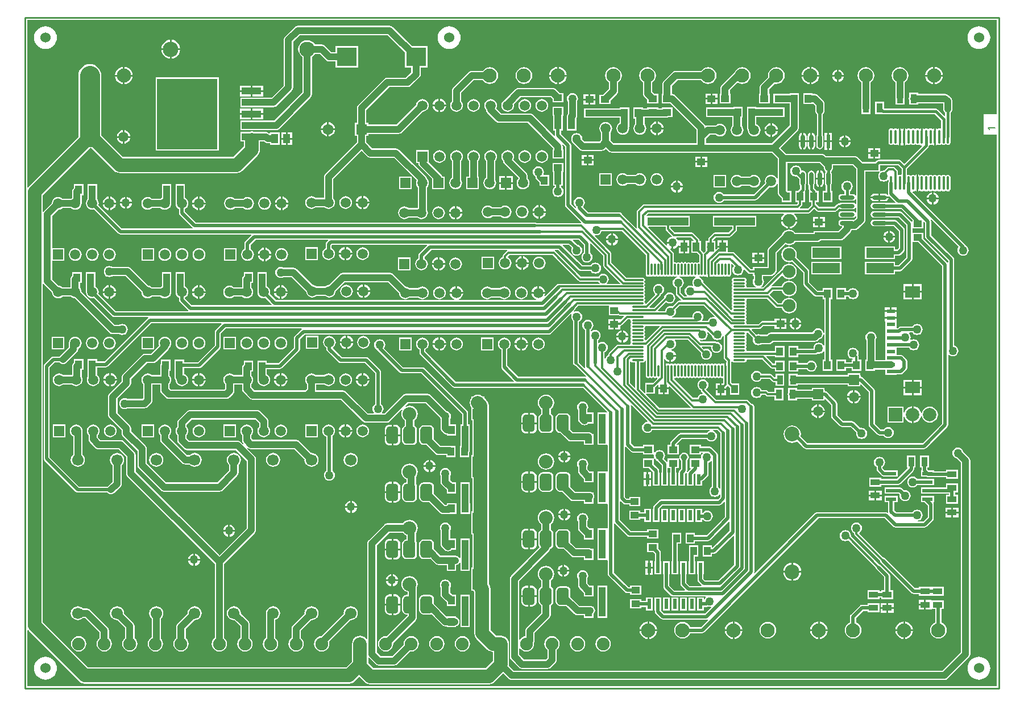
<source format=gtl>
%FSLAX43Y43*%
%MOMM*%
G71*
G01*
G75*
G04 Layer_Physical_Order=1*
G04 Layer_Color=255*
%ADD10R,0.600X1.550*%
%ADD11R,1.016X1.270*%
%ADD12O,0.610X2.032*%
%ADD13R,0.610X2.032*%
%ADD14R,4.100X1.520*%
%ADD15R,1.300X0.600*%
%ADD16R,2.200X1.800*%
%ADD17R,1.270X1.016*%
%ADD18O,2.200X0.600*%
%ADD19R,6.096X1.200*%
%ADD20R,1.050X1.400*%
%ADD21O,0.300X1.800*%
%ADD22O,1.800X0.300*%
%ADD23R,0.950X1.400*%
%ADD24R,1.400X0.950*%
%ADD25R,1.550X0.600*%
%ADD26O,0.350X2.100*%
%ADD27R,3.000X2.800*%
%ADD28R,9.000X10.600*%
%ADD29R,2.950X1.050*%
%ADD30C,1.000*%
%ADD31C,0.500*%
%ADD32C,0.300*%
%ADD33C,2.000*%
%ADD34C,0.400*%
%ADD35C,3.000*%
%ADD36C,0.254*%
%ADD37C,0.127*%
%ADD38C,1.900*%
%ADD39C,2.100*%
%ADD40R,1.524X1.524*%
%ADD41C,2.032*%
%ADD42C,1.700*%
%ADD43R,1.500X1.500*%
%ADD44C,1.500*%
%ADD45C,1.500*%
%ADD46R,1.600X1.600*%
%ADD47C,1.600*%
%ADD48R,1.500X1.500*%
%ADD49C,1.524*%
%ADD50C,2.200*%
%ADD51R,1.500X1.500*%
%ADD52C,2.000*%
%ADD53R,2.000X2.000*%
%ADD54C,2.300*%
G04:AMPARAMS|DCode=55|XSize=1.778mm|YSize=2.54mm|CornerRadius=0.445mm|HoleSize=0mm|Usage=FLASHONLY|Rotation=180.000|XOffset=0mm|YOffset=0mm|HoleType=Round|Shape=RoundedRectangle|*
%AMROUNDEDRECTD55*
21,1,1.778,1.651,0,0,180.0*
21,1,0.889,2.540,0,0,180.0*
1,1,0.889,-0.445,0.826*
1,1,0.889,0.445,0.826*
1,1,0.889,0.445,-0.826*
1,1,0.889,-0.445,-0.826*
%
%ADD55ROUNDEDRECTD55*%
%ADD56C,1.000*%
%ADD57C,1.270*%
G36*
X144677Y85598D02*
X142748D01*
Y82550D01*
X144677D01*
Y323D01*
X323D01*
Y8645D01*
X443Y8686D01*
X548Y8549D01*
X548Y8549D01*
X548Y8549D01*
X8041Y1056D01*
X8041Y1056D01*
X8041D01*
X8041Y1056D01*
X8041D01*
X8041Y1056D01*
Y1056D01*
Y1056D01*
D01*
D01*
X8041D01*
Y1056D01*
X8290Y866D01*
X8459Y795D01*
X8579Y746D01*
X8890Y705D01*
X48260D01*
X48571Y746D01*
X48691Y795D01*
X48860Y866D01*
X49109Y1056D01*
X49109Y1056D01*
X49109Y1056D01*
X49714Y1661D01*
X49840D01*
X50539Y962D01*
X50788Y772D01*
X50957Y701D01*
X51077Y652D01*
X51388Y611D01*
X69041D01*
X69352Y652D01*
X69472Y701D01*
X69641Y772D01*
X69890Y962D01*
X69890Y962D01*
X69890Y962D01*
X71112Y2185D01*
X71239D01*
X71978Y1446D01*
X72122Y1335D01*
X72241Y1286D01*
X72290Y1266D01*
X72470Y1242D01*
X136859D01*
X137039Y1266D01*
X137123Y1301D01*
X137207Y1335D01*
X137351Y1446D01*
X140526Y4621D01*
X140637Y4765D01*
X140686Y4884D01*
X140706Y4933D01*
X140730Y5113D01*
Y33942D01*
X140706Y34122D01*
X140671Y34206D01*
X140637Y34290D01*
X140526Y34434D01*
X139700Y35260D01*
X139695Y35300D01*
X139612Y35501D01*
X139479Y35673D01*
X139307Y35806D01*
X139106Y35889D01*
X138891Y35917D01*
X138676Y35889D01*
X138475Y35806D01*
X138303Y35673D01*
X138170Y35501D01*
X138087Y35300D01*
X138059Y35085D01*
X138087Y34870D01*
X138170Y34669D01*
X138303Y34497D01*
X138475Y34364D01*
X138676Y34281D01*
X138716Y34276D01*
X139338Y33654D01*
Y5401D01*
X136571Y2634D01*
X72758D01*
X71994Y3398D01*
X72019Y3589D01*
X72019Y3589D01*
X72019Y3589D01*
Y3589D01*
Y6637D01*
X71978Y6948D01*
X71858Y7237D01*
X71668Y7486D01*
X71419Y7676D01*
X71130Y7796D01*
X70819Y7837D01*
X70173D01*
X69272Y8738D01*
Y14845D01*
X69236Y15120D01*
X69231Y15156D01*
X69196Y15240D01*
X69111Y15445D01*
X69018Y15567D01*
Y42150D01*
X68977Y42461D01*
X68857Y42750D01*
X68667Y42999D01*
X68342Y43323D01*
Y43530D01*
X68104D01*
X67990Y43617D01*
X67701Y43737D01*
X67390Y43778D01*
X67079Y43737D01*
X66790Y43617D01*
X66676Y43530D01*
X66438D01*
Y43292D01*
X66351Y43178D01*
X66231Y42889D01*
X66190Y42578D01*
X66231Y42267D01*
X66351Y41978D01*
X66438Y41864D01*
X66438Y41864D01*
X66438D01*
Y41626D01*
Y39975D01*
X66618D01*
Y34767D01*
X66438D01*
Y32863D01*
Y31339D01*
X66618D01*
Y26385D01*
X66438D01*
Y24481D01*
Y22957D01*
X66618D01*
Y18003D01*
X66438D01*
Y16099D01*
Y14575D01*
X66747D01*
X66779Y14499D01*
X66872Y14377D01*
Y8241D01*
X66872Y8241D01*
X66872D01*
X66913Y7930D01*
X66962Y7810D01*
X67033Y7641D01*
X67223Y7392D01*
X67223Y7392D01*
X67223Y7392D01*
X68827Y5788D01*
Y5788D01*
D01*
Y5788D01*
X68827Y5788D01*
D01*
D01*
X68827D01*
X68827Y5788D01*
Y5788D01*
Y5788D01*
D01*
D01*
X68827D01*
Y5788D01*
X69076Y5598D01*
X69221Y5538D01*
X69365Y5478D01*
X69619Y5444D01*
Y4086D01*
X68544Y3011D01*
X51885D01*
X51064Y3832D01*
Y4541D01*
X51182Y4589D01*
X52166Y3605D01*
X52310Y3494D01*
X52394Y3460D01*
X52478Y3425D01*
X52658Y3401D01*
X54944D01*
X55124Y3425D01*
X55194Y3454D01*
X55292Y3494D01*
X55436Y3605D01*
X57338Y5506D01*
X57484Y5487D01*
X57782Y5526D01*
X58059Y5641D01*
X58297Y5824D01*
X58480Y6062D01*
X58595Y6339D01*
X58634Y6637D01*
X58595Y6935D01*
X58480Y7212D01*
X58297Y7450D01*
X58059Y7633D01*
X57782Y7748D01*
X57484Y7787D01*
X57186Y7748D01*
X56909Y7633D01*
X56671Y7450D01*
X56488Y7212D01*
X56373Y6935D01*
X56334Y6637D01*
X56353Y6491D01*
X54656Y4793D01*
X52946D01*
X52338Y5401D01*
Y21335D01*
X54216Y23213D01*
X56244D01*
X56370Y23049D01*
X56622Y22856D01*
X56788Y22787D01*
Y22206D01*
X56785D01*
X56538Y22157D01*
X56328Y22017D01*
X56188Y21807D01*
X56139Y21559D01*
Y19909D01*
X56188Y19661D01*
X56328Y19451D01*
X56538Y19311D01*
X56785Y19262D01*
X57674D01*
X57922Y19311D01*
X58132Y19451D01*
X58272Y19661D01*
X58321Y19909D01*
Y21559D01*
X58272Y21807D01*
X58180Y21945D01*
Y23166D01*
X58283Y23301D01*
X58405Y23594D01*
X58446Y23909D01*
X58405Y24224D01*
X58283Y24517D01*
X58090Y24769D01*
X57838Y24962D01*
X57545Y25084D01*
X57230Y25125D01*
X56915Y25084D01*
X56622Y24962D01*
X56370Y24769D01*
X56244Y24605D01*
X53928D01*
X53748Y24581D01*
X53664Y24546D01*
X53580Y24512D01*
X53436Y24401D01*
X51150Y22115D01*
X51039Y21971D01*
X51005Y21887D01*
X50970Y21803D01*
X50946Y21623D01*
Y7379D01*
X50826Y7338D01*
X50713Y7486D01*
X50464Y7676D01*
X50175Y7796D01*
X49864Y7837D01*
X49553Y7796D01*
X49264Y7676D01*
X49015Y7486D01*
X48825Y7237D01*
X48705Y6948D01*
X48664Y6637D01*
Y4006D01*
X47763Y3105D01*
X9387D01*
X2597Y9895D01*
Y60279D01*
X2718Y60320D01*
X2810Y60200D01*
X3963Y59046D01*
X3990Y58843D01*
X4085Y58614D01*
X4236Y58418D01*
X4432Y58267D01*
X4661Y58172D01*
X4906Y58140D01*
X5151Y58172D01*
X5380Y58267D01*
X5543Y58392D01*
X6809D01*
X6972Y58267D01*
X7201Y58172D01*
X7404Y58145D01*
X12542Y53008D01*
X12686Y52897D01*
X12770Y52863D01*
X12854Y52828D01*
X13034Y52804D01*
X13983D01*
X14015Y52779D01*
X14216Y52696D01*
X14431Y52668D01*
X14646Y52696D01*
X14847Y52779D01*
X15019Y52912D01*
X15152Y53084D01*
X15235Y53285D01*
X15263Y53500D01*
X15235Y53715D01*
X15152Y53916D01*
X15019Y54088D01*
X14847Y54221D01*
X14646Y54304D01*
X14431Y54332D01*
X14216Y54304D01*
X14015Y54221D01*
X13983Y54196D01*
X13322D01*
X8389Y59130D01*
X8362Y59333D01*
X8267Y59562D01*
X8142Y59725D01*
Y60422D01*
X8398D01*
Y62072D01*
X7002D01*
Y61533D01*
X6954Y61485D01*
X6843Y61341D01*
X6809Y61257D01*
X6774Y61173D01*
X6750Y60993D01*
Y59784D01*
X5543D01*
X5380Y59909D01*
X5151Y60004D01*
X4948Y60031D01*
X3998Y60980D01*
Y63736D01*
X5846D01*
Y65616D01*
X3998D01*
Y70404D01*
X4948Y71353D01*
X5151Y71380D01*
X5380Y71475D01*
X5543Y71600D01*
X6809D01*
X6972Y71475D01*
X7201Y71380D01*
X7446Y71348D01*
X7691Y71380D01*
X7920Y71475D01*
X8116Y71626D01*
X8267Y71822D01*
X8362Y72051D01*
X8370Y72109D01*
X8372Y72116D01*
X8396Y72296D01*
Y73503D01*
X8652D01*
Y75153D01*
X7256D01*
Y74603D01*
X7208Y74566D01*
X7097Y74422D01*
X7028Y74254D01*
X7004Y74074D01*
Y73130D01*
X6972Y73117D01*
X6809Y72992D01*
X5543D01*
X5380Y73117D01*
X5151Y73212D01*
X4906Y73244D01*
X4661Y73212D01*
X4432Y73117D01*
X4236Y72966D01*
X4085Y72770D01*
X3990Y72541D01*
X3963Y72338D01*
X2810Y71184D01*
X2718Y71064D01*
X2597Y71105D01*
Y73457D01*
X9693Y80552D01*
X9813Y80564D01*
X13215Y77162D01*
X13215Y77162D01*
X13215D01*
X13215Y77162D01*
X13215D01*
X13215Y77162D01*
Y77162D01*
Y77162D01*
D01*
D01*
X13215D01*
Y77162D01*
X13464Y76972D01*
X13609Y76912D01*
X13753Y76852D01*
X13909Y76831D01*
X14064Y76811D01*
X31449D01*
X31760Y76852D01*
X31880Y76901D01*
X32049Y76972D01*
X32298Y77162D01*
X32298Y77162D01*
X32298Y77162D01*
X34584Y79448D01*
X34584Y79448D01*
X34584Y79448D01*
X34774Y79697D01*
X34834Y79842D01*
X34894Y79986D01*
X34935Y80297D01*
X34935Y80297D01*
X34935Y80297D01*
Y80297D01*
Y81516D01*
X35350D01*
Y81535D01*
X35577D01*
X35656Y81456D01*
X35800Y81345D01*
X35849Y81325D01*
X35968Y81276D01*
X36148Y81252D01*
X36438D01*
Y81058D01*
X37868D01*
Y82838D01*
X36438D01*
Y82805D01*
X36324Y82748D01*
X36213Y82834D01*
X36115Y82874D01*
X36045Y82903D01*
X35865Y82927D01*
X35350D01*
Y82946D01*
X34129D01*
X34046Y82980D01*
X33735Y83021D01*
X33424Y82980D01*
X33341Y82946D01*
X32020D01*
Y81516D01*
X32535D01*
Y80794D01*
X30952Y79211D01*
X14561D01*
X11303Y82469D01*
Y91346D01*
X11271Y91677D01*
X11174Y91996D01*
X11017Y92289D01*
X10806Y92547D01*
X10548Y92758D01*
X10255Y92915D01*
X9936Y93012D01*
X9605Y93044D01*
X9274Y93012D01*
X8955Y92915D01*
X8662Y92758D01*
X8404Y92547D01*
X8193Y92289D01*
X8036Y91996D01*
X7939Y91677D01*
X7907Y91346D01*
Y82242D01*
X7914Y82169D01*
X548Y74803D01*
X443Y74666D01*
X323Y74707D01*
Y99677D01*
X144677D01*
Y85598D01*
D02*
G37*
%LPC*%
G36*
X47578Y39383D02*
X47443Y39365D01*
X47199Y39264D01*
X46989Y39103D01*
X46828Y38893D01*
X46727Y38649D01*
X46709Y38514D01*
X47578D01*
Y39383D01*
D02*
G37*
G36*
X77550Y43794D02*
X77235Y43753D01*
X76942Y43631D01*
X76690Y43438D01*
X76497Y43186D01*
X76375Y42893D01*
X76334Y42578D01*
X76375Y42263D01*
X76497Y41970D01*
X76690Y41718D01*
X76858Y41589D01*
X76854Y41562D01*
Y40951D01*
X76648Y40813D01*
X76508Y40603D01*
X76459Y40355D01*
Y38704D01*
X76508Y38457D01*
X76648Y38247D01*
X76858Y38107D01*
X77105Y38058D01*
X77994D01*
X78242Y38107D01*
X78452Y38247D01*
X78592Y38457D01*
X78641Y38704D01*
Y40355D01*
X78592Y40603D01*
X78452Y40813D01*
X78246Y40951D01*
Y41562D01*
X78242Y41589D01*
X78410Y41718D01*
X78603Y41970D01*
X78725Y42263D01*
X78766Y42578D01*
X78725Y42893D01*
X78603Y43186D01*
X78410Y43438D01*
X78158Y43631D01*
X77865Y43753D01*
X77550Y43794D01*
D02*
G37*
G36*
X76159Y39403D02*
X75137D01*
Y38000D01*
X75454D01*
X75637Y38024D01*
X75807Y38094D01*
X75953Y38206D01*
X76065Y38352D01*
X76135Y38522D01*
X76159Y38704D01*
Y39403D01*
D02*
G37*
G36*
X132287Y42048D02*
Y40800D01*
Y39552D01*
X132487Y39578D01*
X132792Y39705D01*
X133054Y39906D01*
X133255Y40168D01*
X133382Y40473D01*
X133399Y40602D01*
X133526D01*
X133541Y40489D01*
X133661Y40200D01*
X133851Y39951D01*
X134100Y39761D01*
X134389Y39641D01*
X134700Y39600D01*
X135011Y39641D01*
X135300Y39761D01*
X135549Y39951D01*
X135739Y40200D01*
X135859Y40489D01*
X135900Y40800D01*
X135859Y41111D01*
X135739Y41400D01*
X135549Y41649D01*
X135300Y41839D01*
X135011Y41959D01*
X134700Y42000D01*
X134389Y41959D01*
X134100Y41839D01*
X133851Y41649D01*
X133661Y41400D01*
X133541Y41111D01*
X133526Y40998D01*
X133399D01*
X133382Y41127D01*
X133255Y41432D01*
X133054Y41694D01*
X132792Y41895D01*
X132487Y42022D01*
X132287Y42048D01*
D02*
G37*
G36*
X74883Y41060D02*
X74565D01*
X74383Y41036D01*
X74213Y40966D01*
X74067Y40854D01*
X73955Y40708D01*
X73885Y40538D01*
X73861Y40355D01*
Y39657D01*
X74883D01*
Y41060D01*
D02*
G37*
G36*
X47832Y39383D02*
Y38514D01*
X48701D01*
X48683Y38649D01*
X48582Y38893D01*
X48421Y39103D01*
X48211Y39264D01*
X47967Y39365D01*
X47832Y39383D01*
D02*
G37*
G36*
X83011Y42775D02*
X82796Y42747D01*
X82595Y42664D01*
X82423Y42531D01*
X82290Y42359D01*
X82207Y42158D01*
X82179Y41943D01*
X82207Y41728D01*
X82290Y41527D01*
X82315Y41495D01*
Y40165D01*
X82339Y39985D01*
X82374Y39901D01*
X82408Y39817D01*
X82519Y39673D01*
X82773Y39419D01*
X82917Y39308D01*
X83085Y39239D01*
X83265Y39215D01*
X83445Y39239D01*
X83613Y39308D01*
X83757Y39419D01*
X83794Y39467D01*
X84598D01*
Y41117D01*
X83707D01*
Y41495D01*
X83732Y41527D01*
X83815Y41728D01*
X83843Y41943D01*
X83815Y42158D01*
X83732Y42359D01*
X83599Y42531D01*
X83427Y42664D01*
X83226Y42747D01*
X83011Y42775D01*
D02*
G37*
G36*
X74883Y39403D02*
X73861D01*
Y38704D01*
X73885Y38522D01*
X73955Y38352D01*
X74067Y38206D01*
X74213Y38094D01*
X74383Y38024D01*
X74565Y38000D01*
X74883D01*
Y39403D01*
D02*
G37*
G36*
X5973Y39327D02*
X4093D01*
Y37447D01*
X5973D01*
Y39327D01*
D02*
G37*
G36*
X19181D02*
X17301D01*
Y37447D01*
X19181D01*
Y39327D01*
D02*
G37*
G36*
X38053Y39335D02*
X37808Y39303D01*
X37579Y39208D01*
X37383Y39057D01*
X37232Y38861D01*
X37137Y38632D01*
X37105Y38387D01*
X37137Y38142D01*
X37232Y37913D01*
X37383Y37717D01*
X37579Y37566D01*
X37808Y37471D01*
X38053Y37439D01*
X38298Y37471D01*
X38527Y37566D01*
X38723Y37717D01*
X38874Y37913D01*
X38969Y38142D01*
X39001Y38387D01*
X38969Y38632D01*
X38874Y38861D01*
X38723Y39057D01*
X38527Y39208D01*
X38298Y39303D01*
X38053Y39335D01*
D02*
G37*
G36*
X50245D02*
X50000Y39303D01*
X49771Y39208D01*
X49575Y39057D01*
X49424Y38861D01*
X49329Y38632D01*
X49297Y38387D01*
X49329Y38142D01*
X49424Y37913D01*
X49575Y37717D01*
X49771Y37566D01*
X50000Y37471D01*
X50245Y37439D01*
X50490Y37471D01*
X50719Y37566D01*
X50915Y37717D01*
X51066Y37913D01*
X51161Y38142D01*
X51193Y38387D01*
X51161Y38632D01*
X51066Y38861D01*
X50915Y39057D01*
X50719Y39208D01*
X50490Y39303D01*
X50245Y39335D01*
D02*
G37*
G36*
X54563Y39282D02*
X54245D01*
X54063Y39258D01*
X53893Y39188D01*
X53747Y39076D01*
X53635Y38930D01*
X53565Y38760D01*
X53541Y38577D01*
Y37879D01*
X54563D01*
Y39282D01*
D02*
G37*
G36*
X55134D02*
X54817D01*
Y37879D01*
X55839D01*
Y38577D01*
X55815Y38760D01*
X55745Y38930D01*
X55633Y39076D01*
X55487Y39188D01*
X55317Y39258D01*
X55134Y39282D01*
D02*
G37*
G36*
X31373Y39327D02*
X29493D01*
Y37447D01*
X31373D01*
Y39327D01*
D02*
G37*
G36*
X43565D02*
X41685D01*
Y37447D01*
X43565D01*
Y39327D01*
D02*
G37*
G36*
X75454Y41060D02*
X75137D01*
Y39657D01*
X76159D01*
Y40355D01*
X76135Y40538D01*
X76065Y40708D01*
X75953Y40854D01*
X75807Y40966D01*
X75637Y41036D01*
X75454Y41060D01*
D02*
G37*
G36*
X133488Y44699D02*
X132261D01*
Y43672D01*
X133488D01*
Y44699D01*
D02*
G37*
G36*
X103458Y44483D02*
X102823D01*
Y43721D01*
X103458D01*
Y44483D01*
D02*
G37*
G36*
X123524Y44463D02*
Y43594D01*
X124393D01*
X124375Y43729D01*
X124274Y43973D01*
X124113Y44183D01*
X123903Y44344D01*
X123659Y44445D01*
X123524Y44463D01*
D02*
G37*
G36*
X132007Y44699D02*
X130780D01*
Y43672D01*
X132007D01*
Y44699D01*
D02*
G37*
G36*
X103458Y45499D02*
X102823D01*
Y44737D01*
X103458D01*
Y45499D01*
D02*
G37*
G36*
X132007Y45980D02*
X130780D01*
Y44953D01*
X132007D01*
Y45980D01*
D02*
G37*
G36*
X104347Y44483D02*
X103712D01*
Y43721D01*
X104347D01*
Y44483D01*
D02*
G37*
G36*
X119003Y44788D02*
X117123D01*
Y44544D01*
X114902D01*
Y44738D01*
X113572D01*
Y44046D01*
X113565Y44028D01*
X113541Y43848D01*
X113565Y43668D01*
X113572Y43650D01*
Y42958D01*
X114902D01*
Y43152D01*
X117123D01*
Y42908D01*
X119003D01*
Y43124D01*
X119120Y43172D01*
X120027Y42265D01*
Y40546D01*
X120027Y40546D01*
X120062Y40374D01*
X120159Y40229D01*
X121302Y39086D01*
X121447Y38989D01*
X121619Y38954D01*
X122924D01*
X123727Y38152D01*
X123708Y38006D01*
X123736Y37791D01*
X123819Y37590D01*
X123952Y37418D01*
X124124Y37285D01*
X124325Y37202D01*
X124540Y37174D01*
X124755Y37202D01*
X124956Y37285D01*
X125128Y37418D01*
X125261Y37590D01*
X125344Y37791D01*
X125372Y38006D01*
X125344Y38221D01*
X125261Y38422D01*
X125128Y38594D01*
X124956Y38727D01*
X124755Y38810D01*
X124540Y38838D01*
X124336Y38811D01*
X123427Y39720D01*
X123282Y39817D01*
X123110Y39852D01*
X123110Y39852D01*
X121805D01*
X120925Y40732D01*
Y42451D01*
X120890Y42623D01*
X120852Y42681D01*
X120793Y42768D01*
X120793Y42768D01*
X119396Y44165D01*
X119251Y44262D01*
X119079Y44297D01*
X119003Y44677D01*
Y44788D01*
D02*
G37*
G36*
X123270Y44463D02*
X123135Y44445D01*
X122891Y44344D01*
X122681Y44183D01*
X122520Y43973D01*
X122419Y43729D01*
X122401Y43594D01*
X123270D01*
Y44463D01*
D02*
G37*
G36*
X132033Y42048D02*
X131833Y42022D01*
X131528Y41895D01*
X131266Y41694D01*
X131065Y41432D01*
X130938Y41127D01*
X130937Y41116D01*
X130810Y41124D01*
Y41990D01*
X128430D01*
Y39610D01*
X130810D01*
Y40476D01*
X130937Y40484D01*
X130938Y40473D01*
X131065Y40168D01*
X131266Y39906D01*
X131528Y39705D01*
X131833Y39578D01*
X132033Y39552D01*
Y40800D01*
Y42048D01*
D02*
G37*
G36*
X117936Y42304D02*
X117801Y42286D01*
X117557Y42185D01*
X117347Y42024D01*
X117186Y41814D01*
X117085Y41570D01*
X117067Y41435D01*
X117936D01*
Y42304D01*
D02*
G37*
G36*
Y41181D02*
X117067D01*
X117085Y41046D01*
X117186Y40802D01*
X117347Y40592D01*
X117557Y40431D01*
X117801Y40330D01*
X117936Y40312D01*
Y41181D01*
D02*
G37*
G36*
X119059D02*
X118190D01*
Y40312D01*
X118325Y40330D01*
X118569Y40431D01*
X118779Y40592D01*
X118940Y40802D01*
X119041Y41046D01*
X119059Y41181D01*
D02*
G37*
G36*
X124393Y43340D02*
X123524D01*
Y42471D01*
X123659Y42489D01*
X123903Y42590D01*
X124113Y42751D01*
X124274Y42961D01*
X124375Y43205D01*
X124393Y43340D01*
D02*
G37*
G36*
X108919Y44934D02*
X108704Y44906D01*
X108503Y44823D01*
X108331Y44690D01*
X108198Y44518D01*
X108115Y44317D01*
X108087Y44102D01*
X108115Y43887D01*
X108198Y43686D01*
X108331Y43514D01*
X108503Y43381D01*
X108704Y43298D01*
X108919Y43270D01*
X109134Y43298D01*
X109335Y43381D01*
X109507Y43514D01*
X109640Y43686D01*
X109668Y43755D01*
X110172D01*
X110325Y43603D01*
X110437Y43528D01*
X110570Y43501D01*
X111572D01*
Y42958D01*
X112902D01*
Y44738D01*
X111572D01*
Y44195D01*
X110714D01*
X110561Y44347D01*
X110449Y44422D01*
X110316Y44449D01*
X109668D01*
X109640Y44518D01*
X109507Y44690D01*
X109335Y44823D01*
X109134Y44906D01*
X108919Y44934D01*
D02*
G37*
G36*
X118190Y42304D02*
Y41435D01*
X119059D01*
X119041Y41570D01*
X118940Y41814D01*
X118779Y42024D01*
X118569Y42185D01*
X118325Y42286D01*
X118190Y42304D01*
D02*
G37*
G36*
X123270Y43340D02*
X122401D01*
X122419Y43205D01*
X122520Y42961D01*
X122681Y42751D01*
X122891Y42590D01*
X123135Y42489D01*
X123270Y42471D01*
Y43340D01*
D02*
G37*
G36*
X60071Y33020D02*
X59318D01*
X59332Y32915D01*
X59421Y32699D01*
X59564Y32513D01*
X59750Y32370D01*
X59966Y32281D01*
X60071Y32267D01*
Y33020D01*
D02*
G37*
G36*
X61078D02*
X60325D01*
Y32267D01*
X60430Y32281D01*
X60646Y32370D01*
X60832Y32513D01*
X60975Y32699D01*
X61064Y32915D01*
X61078Y33020D01*
D02*
G37*
G36*
X93217Y32210D02*
X92790D01*
Y31308D01*
X93217D01*
Y32210D01*
D02*
G37*
G36*
X127207Y34520D02*
X126992Y34492D01*
X126791Y34409D01*
X126619Y34276D01*
X126486Y34104D01*
X126403Y33903D01*
X126375Y33688D01*
X126403Y33473D01*
X126486Y33272D01*
X126619Y33100D01*
X126758Y32992D01*
Y32672D01*
X126758Y32672D01*
X126793Y32500D01*
X126890Y32355D01*
X127525Y31720D01*
X127525Y31720D01*
X127670Y31623D01*
X127842Y31588D01*
X127987D01*
Y31547D01*
X129917D01*
Y32527D01*
X127987D01*
X127987Y32527D01*
Y32527D01*
X127987Y32527D01*
X127656Y32858D01*
Y32992D01*
X127795Y33100D01*
X127928Y33272D01*
X128011Y33473D01*
X128039Y33688D01*
X128011Y33903D01*
X127928Y34104D01*
X127795Y34276D01*
X127623Y34409D01*
X127422Y34492D01*
X127207Y34520D01*
D02*
G37*
G36*
X19511Y35118D02*
X19240Y35082D01*
X18987Y34977D01*
X18769Y34811D01*
X18603Y34593D01*
X18498Y34340D01*
X18462Y34069D01*
X18498Y33798D01*
X18603Y33545D01*
X18769Y33327D01*
X18987Y33161D01*
X19240Y33056D01*
X19511Y33020D01*
X19782Y33056D01*
X20035Y33161D01*
X20253Y33327D01*
X20419Y33545D01*
X20524Y33798D01*
X20560Y34069D01*
X20524Y34340D01*
X20419Y34593D01*
X20253Y34811D01*
X20035Y34977D01*
X19782Y35082D01*
X19511Y35118D01*
D02*
G37*
G36*
X20781Y39335D02*
X20536Y39303D01*
X20307Y39208D01*
X20111Y39057D01*
X19960Y38861D01*
X19865Y38632D01*
X19833Y38387D01*
X19865Y38142D01*
X19960Y37913D01*
X20085Y37750D01*
Y37117D01*
X20109Y36937D01*
X20144Y36853D01*
X20178Y36769D01*
X20289Y36625D01*
X23337Y33577D01*
X23481Y33466D01*
X23579Y33426D01*
X23649Y33397D01*
X23829Y33373D01*
X24449D01*
X24484Y33327D01*
X24702Y33161D01*
X24955Y33056D01*
X25226Y33020D01*
X25497Y33056D01*
X25750Y33161D01*
X25968Y33327D01*
X26134Y33545D01*
X26239Y33798D01*
X26275Y34069D01*
X26239Y34340D01*
X26134Y34593D01*
X25968Y34811D01*
X25750Y34977D01*
X25497Y35082D01*
X25226Y35118D01*
X24955Y35082D01*
X24702Y34977D01*
X24484Y34811D01*
X24449Y34765D01*
X24117D01*
X21477Y37405D01*
Y37750D01*
X21602Y37913D01*
X21697Y38142D01*
X21729Y38387D01*
X21697Y38632D01*
X21602Y38861D01*
X21451Y39057D01*
X21255Y39208D01*
X21026Y39303D01*
X20781Y39335D01*
D02*
G37*
G36*
X77550Y35031D02*
X77235Y34990D01*
X76942Y34868D01*
X76690Y34675D01*
X76497Y34423D01*
X76375Y34130D01*
X76334Y33815D01*
X76375Y33500D01*
X76497Y33207D01*
X76690Y32955D01*
X76942Y32762D01*
X77235Y32640D01*
X77550Y32599D01*
X77865Y32640D01*
X78158Y32762D01*
X78410Y32955D01*
X78603Y33207D01*
X78725Y33500D01*
X78766Y33815D01*
X78725Y34130D01*
X78603Y34423D01*
X78410Y34675D01*
X78158Y34868D01*
X77865Y34990D01*
X77550Y35031D01*
D02*
G37*
G36*
X7573Y39335D02*
X7328Y39303D01*
X7099Y39208D01*
X6903Y39057D01*
X6752Y38861D01*
X6657Y38632D01*
X6625Y38387D01*
X6657Y38142D01*
X6752Y37913D01*
X6903Y37717D01*
X7099Y37566D01*
X7131Y37553D01*
Y34846D01*
X7085Y34811D01*
X6919Y34593D01*
X6814Y34340D01*
X6778Y34069D01*
X6814Y33798D01*
X6919Y33545D01*
X7085Y33327D01*
X7303Y33161D01*
X7556Y33056D01*
X7827Y33020D01*
X8098Y33056D01*
X8351Y33161D01*
X8569Y33327D01*
X8735Y33545D01*
X8840Y33798D01*
X8876Y34069D01*
X8840Y34340D01*
X8735Y34593D01*
X8569Y34811D01*
X8523Y34846D01*
Y38260D01*
X8514Y38331D01*
X8521Y38387D01*
X8489Y38632D01*
X8394Y38861D01*
X8243Y39057D01*
X8047Y39208D01*
X7818Y39303D01*
X7573Y39335D01*
D02*
G37*
G36*
X92536Y32210D02*
X92109D01*
Y31308D01*
X92536D01*
Y32210D01*
D02*
G37*
G36*
X83011Y34266D02*
X82796Y34238D01*
X82595Y34155D01*
X82423Y34022D01*
X82290Y33850D01*
X82207Y33649D01*
X82179Y33434D01*
X82207Y33219D01*
X82290Y33018D01*
X82315Y32986D01*
Y32418D01*
X82339Y32238D01*
X82374Y32154D01*
X82408Y32070D01*
X82519Y31926D01*
X83202Y31243D01*
Y30704D01*
X84598D01*
Y32354D01*
X84059D01*
X83707Y32706D01*
Y32986D01*
X83732Y33018D01*
X83815Y33219D01*
X83843Y33434D01*
X83815Y33649D01*
X83732Y33850D01*
X83599Y34022D01*
X83427Y34155D01*
X83226Y34238D01*
X83011Y34266D01*
D02*
G37*
G36*
X74883Y32297D02*
X74565D01*
X74383Y32273D01*
X74213Y32203D01*
X74067Y32091D01*
X73955Y31945D01*
X73885Y31775D01*
X73861Y31593D01*
Y30894D01*
X74883D01*
Y32297D01*
D02*
G37*
G36*
X93217Y31054D02*
X92790D01*
Y30152D01*
X93217D01*
Y31054D01*
D02*
G37*
G36*
X132160Y31599D02*
X131945Y31571D01*
X131744Y31488D01*
X131572Y31355D01*
X131439Y31183D01*
X131356Y30982D01*
X131328Y30767D01*
X131356Y30552D01*
X131439Y30351D01*
X131572Y30179D01*
X131744Y30046D01*
X131945Y29963D01*
X132160Y29935D01*
X132375Y29963D01*
X132576Y30046D01*
X132748Y30179D01*
X132856Y30318D01*
X133387D01*
Y30277D01*
X135317D01*
Y31257D01*
X133387D01*
Y31216D01*
X132856D01*
X132748Y31355D01*
X132576Y31488D01*
X132375Y31571D01*
X132160Y31599D01*
D02*
G37*
G36*
X132587Y34705D02*
X131257D01*
Y32925D01*
X131359D01*
X131407Y32808D01*
X129857Y31257D01*
X127987D01*
Y31216D01*
X127462D01*
Y31416D01*
X125682D01*
Y30086D01*
X127462D01*
Y30318D01*
X127987D01*
Y30277D01*
X129917D01*
Y30318D01*
X130001D01*
X130001Y30318D01*
X130173Y30353D01*
X130318Y30450D01*
X132239Y32371D01*
X132239Y32371D01*
X132336Y32516D01*
X132371Y32688D01*
Y32925D01*
X132587D01*
Y34705D01*
D02*
G37*
G36*
X134587D02*
X133257D01*
Y32925D01*
X133473D01*
Y32527D01*
X133387D01*
Y31547D01*
X134222D01*
X134323Y31480D01*
X134495Y31445D01*
X134495Y31445D01*
X137112D01*
Y31229D01*
X138892D01*
Y32559D01*
X137112D01*
Y32343D01*
X135317D01*
Y32527D01*
X134496D01*
X134371Y32653D01*
Y32925D01*
X134587D01*
Y34705D01*
D02*
G37*
G36*
X75454Y32297D02*
X75137D01*
Y30894D01*
X76159D01*
Y31593D01*
X76135Y31775D01*
X76065Y31945D01*
X75953Y32091D01*
X75807Y32203D01*
X75637Y32273D01*
X75454Y32297D01*
D02*
G37*
G36*
X45165Y39335D02*
X44920Y39303D01*
X44691Y39208D01*
X44495Y39057D01*
X44344Y38861D01*
X44249Y38632D01*
X44217Y38387D01*
X44249Y38142D01*
X44344Y37913D01*
X44495Y37717D01*
X44691Y37566D01*
X44843Y37503D01*
Y32479D01*
X44704Y32371D01*
X44571Y32199D01*
X44488Y31998D01*
X44460Y31783D01*
X44488Y31568D01*
X44571Y31367D01*
X44704Y31195D01*
X44876Y31062D01*
X45077Y30979D01*
X45292Y30951D01*
X45507Y30979D01*
X45708Y31062D01*
X45880Y31195D01*
X46013Y31367D01*
X46096Y31568D01*
X46124Y31783D01*
X46096Y31998D01*
X46013Y32199D01*
X45880Y32371D01*
X45741Y32479D01*
Y37644D01*
X45835Y37717D01*
X45986Y37913D01*
X46081Y38142D01*
X46113Y38387D01*
X46081Y38632D01*
X45986Y38861D01*
X45835Y39057D01*
X45639Y39208D01*
X45410Y39303D01*
X45165Y39335D01*
D02*
G37*
G36*
X36910Y35118D02*
X36639Y35082D01*
X36386Y34977D01*
X36168Y34811D01*
X36002Y34593D01*
X35897Y34340D01*
X35861Y34069D01*
X35897Y33798D01*
X36002Y33545D01*
X36168Y33327D01*
X36386Y33161D01*
X36639Y33056D01*
X36910Y33020D01*
X37181Y33056D01*
X37434Y33161D01*
X37652Y33327D01*
X37818Y33545D01*
X37923Y33798D01*
X37959Y34069D01*
X37923Y34340D01*
X37818Y34593D01*
X37652Y34811D01*
X37434Y34977D01*
X37181Y35082D01*
X36910Y35118D01*
D02*
G37*
G36*
X80535Y41002D02*
X79646D01*
X79398Y40953D01*
X79188Y40813D01*
X79048Y40603D01*
X78999Y40355D01*
Y38704D01*
X79048Y38457D01*
X79188Y38247D01*
X79398Y38107D01*
X79646Y38058D01*
X79689D01*
X80741Y37006D01*
X80885Y36895D01*
X80969Y36861D01*
X81053Y36826D01*
X81233Y36802D01*
X83202D01*
Y36292D01*
X84598D01*
Y37942D01*
X84429D01*
X84392Y37990D01*
X84248Y38101D01*
X84080Y38170D01*
X83900Y38194D01*
X81521D01*
X81153Y38562D01*
X81181Y38704D01*
Y40355D01*
X81132Y40603D01*
X80992Y40813D01*
X80782Y40953D01*
X80535Y41002D01*
D02*
G37*
G36*
X47578Y38260D02*
X46709D01*
X46727Y38125D01*
X46828Y37881D01*
X46989Y37671D01*
X47199Y37510D01*
X47443Y37409D01*
X47578Y37391D01*
Y38260D01*
D02*
G37*
G36*
X54563Y37625D02*
X53541D01*
Y36926D01*
X53565Y36744D01*
X53635Y36574D01*
X53747Y36428D01*
X53893Y36316D01*
X54063Y36246D01*
X54245Y36222D01*
X54563D01*
Y37625D01*
D02*
G37*
G36*
X55839D02*
X54817D01*
Y36222D01*
X55134D01*
X55317Y36246D01*
X55487Y36316D01*
X55633Y36428D01*
X55745Y36574D01*
X55815Y36744D01*
X55839Y36926D01*
Y37625D01*
D02*
G37*
G36*
X25861Y39335D02*
X25616Y39303D01*
X25387Y39208D01*
X25191Y39057D01*
X25040Y38861D01*
X24945Y38632D01*
X24913Y38387D01*
X24945Y38142D01*
X25040Y37913D01*
X25191Y37717D01*
X25387Y37566D01*
X25616Y37471D01*
X25861Y37439D01*
X26106Y37471D01*
X26335Y37566D01*
X26531Y37717D01*
X26682Y37913D01*
X26777Y38142D01*
X26809Y38387D01*
X26777Y38632D01*
X26682Y38861D01*
X26531Y39057D01*
X26335Y39208D01*
X26106Y39303D01*
X25861Y39335D01*
D02*
G37*
G36*
X34544Y41463D02*
X24511D01*
X24331Y41439D01*
X24282Y41419D01*
X24163Y41370D01*
X24019Y41259D01*
X22829Y40069D01*
X22718Y39925D01*
X22684Y39841D01*
X22649Y39757D01*
X22625Y39577D01*
Y39024D01*
X22500Y38861D01*
X22405Y38632D01*
X22373Y38387D01*
X22405Y38142D01*
X22500Y37913D01*
X22625Y37750D01*
Y37004D01*
X22649Y36824D01*
X22684Y36740D01*
X22718Y36656D01*
X22829Y36512D01*
X23638Y35703D01*
X23782Y35592D01*
X23901Y35543D01*
X23950Y35523D01*
X24130Y35499D01*
X31335D01*
X32959Y33875D01*
Y23877D01*
X28909Y19827D01*
X16444Y32292D01*
Y34798D01*
X16420Y34978D01*
X16391Y35048D01*
X16351Y35146D01*
X16240Y35290D01*
X14716Y36814D01*
X14572Y36925D01*
X14488Y36959D01*
X14404Y36994D01*
X14224Y37018D01*
X11210D01*
X10809Y37419D01*
Y37750D01*
X10934Y37913D01*
X11029Y38142D01*
X11061Y38387D01*
X11029Y38632D01*
X10934Y38861D01*
X10783Y39057D01*
X10587Y39208D01*
X10358Y39303D01*
X10113Y39335D01*
X9868Y39303D01*
X9639Y39208D01*
X9443Y39057D01*
X9292Y38861D01*
X9197Y38632D01*
X9165Y38387D01*
X9197Y38142D01*
X9292Y37913D01*
X9417Y37750D01*
Y37131D01*
X9441Y36951D01*
X9476Y36867D01*
X9510Y36783D01*
X9621Y36639D01*
X10430Y35830D01*
X10574Y35719D01*
X10693Y35670D01*
X10742Y35650D01*
X10922Y35626D01*
X13936D01*
X15052Y34510D01*
Y32004D01*
X15076Y31824D01*
X15111Y31740D01*
X15145Y31656D01*
X15256Y31512D01*
X28213Y18555D01*
Y7540D01*
X28096Y7450D01*
X27913Y7212D01*
X27798Y6935D01*
X27759Y6637D01*
X27798Y6339D01*
X27913Y6062D01*
X28096Y5824D01*
X28334Y5641D01*
X28611Y5526D01*
X28704Y5514D01*
X28729Y5504D01*
X28909Y5480D01*
X29089Y5504D01*
X29114Y5514D01*
X29207Y5526D01*
X29484Y5641D01*
X29722Y5824D01*
X29905Y6062D01*
X30020Y6339D01*
X30059Y6637D01*
X30020Y6935D01*
X29905Y7212D01*
X29722Y7450D01*
X29605Y7540D01*
Y18555D01*
X34147Y23097D01*
X34258Y23241D01*
X34292Y23325D01*
X34327Y23409D01*
X34351Y23589D01*
Y34163D01*
X34327Y34343D01*
X34307Y34392D01*
X34258Y34511D01*
X34147Y34655D01*
X33044Y35759D01*
X33127Y35854D01*
X33260Y35752D01*
X33344Y35718D01*
X33428Y35683D01*
X33608Y35659D01*
X40051D01*
X41584Y34126D01*
X41576Y34069D01*
X41612Y33798D01*
X41717Y33545D01*
X41883Y33327D01*
X42101Y33161D01*
X42354Y33056D01*
X42625Y33020D01*
X42896Y33056D01*
X43149Y33161D01*
X43367Y33327D01*
X43533Y33545D01*
X43638Y33798D01*
X43674Y34069D01*
X43638Y34340D01*
X43533Y34593D01*
X43367Y34811D01*
X43149Y34977D01*
X42896Y35082D01*
X42625Y35118D01*
X42568Y35110D01*
X40831Y36847D01*
X40687Y36958D01*
X40603Y36992D01*
X40519Y37027D01*
X40339Y37051D01*
X33896D01*
X33669Y37278D01*
Y37750D01*
X33794Y37913D01*
X33889Y38142D01*
X33921Y38387D01*
X33889Y38632D01*
X33794Y38861D01*
X33643Y39057D01*
X33447Y39208D01*
X33218Y39303D01*
X32973Y39335D01*
X32728Y39303D01*
X32499Y39208D01*
X32303Y39057D01*
X32152Y38861D01*
X32057Y38632D01*
X32025Y38387D01*
X32057Y38142D01*
X32152Y37913D01*
X32277Y37750D01*
Y36990D01*
X32301Y36810D01*
X32336Y36726D01*
X32370Y36642D01*
X32472Y36509D01*
X32377Y36426D01*
X32115Y36687D01*
X31971Y36798D01*
X31887Y36832D01*
X31803Y36867D01*
X31623Y36891D01*
X24418D01*
X24017Y37292D01*
Y37750D01*
X24142Y37913D01*
X24237Y38142D01*
X24269Y38387D01*
X24237Y38632D01*
X24142Y38861D01*
X24017Y39024D01*
Y39289D01*
X24799Y40071D01*
X34256D01*
X34817Y39510D01*
Y39024D01*
X34692Y38861D01*
X34597Y38632D01*
X34565Y38387D01*
X34597Y38142D01*
X34692Y37913D01*
X34843Y37717D01*
X35039Y37566D01*
X35268Y37471D01*
X35513Y37439D01*
X35758Y37471D01*
X35987Y37566D01*
X36183Y37717D01*
X36334Y37913D01*
X36429Y38142D01*
X36461Y38387D01*
X36429Y38632D01*
X36334Y38861D01*
X36209Y39024D01*
Y39798D01*
X36185Y39978D01*
X36165Y40027D01*
X36116Y40146D01*
X36005Y40290D01*
X35036Y41259D01*
X34892Y41370D01*
X34808Y41404D01*
X34724Y41439D01*
X34544Y41463D01*
D02*
G37*
G36*
X48701Y38260D02*
X47832D01*
Y37391D01*
X47967Y37409D01*
X48211Y37510D01*
X48421Y37671D01*
X48582Y37881D01*
X48683Y38125D01*
X48701Y38260D01*
D02*
G37*
G36*
X12653Y39335D02*
X12408Y39303D01*
X12179Y39208D01*
X11983Y39057D01*
X11832Y38861D01*
X11737Y38632D01*
X11705Y38387D01*
X11737Y38142D01*
X11832Y37913D01*
X11983Y37717D01*
X12179Y37566D01*
X12408Y37471D01*
X12653Y37439D01*
X12898Y37471D01*
X13127Y37566D01*
X13323Y37717D01*
X13474Y37913D01*
X13569Y38142D01*
X13601Y38387D01*
X13569Y38632D01*
X13474Y38861D01*
X13323Y39057D01*
X13127Y39208D01*
X12898Y39303D01*
X12653Y39335D01*
D02*
G37*
G36*
X80391Y35424D02*
Y34671D01*
X81144D01*
X81130Y34776D01*
X81041Y34992D01*
X80898Y35178D01*
X80712Y35321D01*
X80496Y35410D01*
X80391Y35424D01*
D02*
G37*
G36*
X60325Y34027D02*
Y33274D01*
X61078D01*
X61064Y33379D01*
X60975Y33595D01*
X60832Y33781D01*
X60646Y33924D01*
X60430Y34013D01*
X60325Y34027D01*
D02*
G37*
G36*
X80137Y34417D02*
X79384D01*
X79398Y34312D01*
X79487Y34096D01*
X79630Y33910D01*
X79816Y33767D01*
X80032Y33678D01*
X80137Y33664D01*
Y34417D01*
D02*
G37*
G36*
X48467Y35118D02*
X48196Y35082D01*
X47943Y34977D01*
X47725Y34811D01*
X47559Y34593D01*
X47454Y34340D01*
X47418Y34069D01*
X47454Y33798D01*
X47559Y33545D01*
X47725Y33327D01*
X47943Y33161D01*
X48196Y33056D01*
X48467Y33020D01*
X48738Y33056D01*
X48991Y33161D01*
X49209Y33327D01*
X49375Y33545D01*
X49480Y33798D01*
X49516Y34069D01*
X49480Y34340D01*
X49375Y34593D01*
X49209Y34811D01*
X48991Y34977D01*
X48738Y35082D01*
X48467Y35118D01*
D02*
G37*
G36*
X60071Y34027D02*
X59966Y34013D01*
X59750Y33924D01*
X59564Y33781D01*
X59421Y33595D01*
X59332Y33379D01*
X59318Y33274D01*
X60071D01*
Y34027D01*
D02*
G37*
G36*
X52785Y52046D02*
X52570Y52018D01*
X52369Y51935D01*
X52197Y51802D01*
X52064Y51630D01*
X51981Y51429D01*
X51953Y51214D01*
X51981Y50999D01*
X52064Y50798D01*
X52197Y50626D01*
X52369Y50493D01*
X52409Y50477D01*
X52468Y50389D01*
X55770Y47087D01*
X55770Y47087D01*
X55915Y46990D01*
X55915Y46990D01*
X55915Y46990D01*
D01*
X55915Y46990D01*
X55915Y46990D01*
X56087Y46955D01*
X56087Y46955D01*
X58963D01*
X65036Y40882D01*
Y39339D01*
X64787D01*
Y37689D01*
X64789D01*
Y36863D01*
Y36131D01*
X64707D01*
Y34481D01*
X66103D01*
Y35155D01*
X66157Y35286D01*
X66181Y35466D01*
Y36863D01*
Y37689D01*
X66183D01*
Y39339D01*
X65934D01*
Y41068D01*
X65934Y41068D01*
X65899Y41240D01*
X65802Y41385D01*
X65802Y41385D01*
X59466Y47721D01*
X59321Y47818D01*
X59149Y47853D01*
X59149Y47853D01*
X56273D01*
X53428Y50697D01*
X53506Y50798D01*
X53589Y50999D01*
X53617Y51214D01*
X53589Y51429D01*
X53506Y51630D01*
X53373Y51802D01*
X53201Y51935D01*
X53000Y52018D01*
X52785Y52046D01*
D02*
G37*
G36*
X80137Y35424D02*
X80032Y35410D01*
X79816Y35321D01*
X79630Y35178D01*
X79487Y34992D01*
X79398Y34776D01*
X79384Y34671D01*
X80137D01*
Y35424D01*
D02*
G37*
G36*
X81144Y34417D02*
X80391D01*
Y33664D01*
X80496Y33678D01*
X80712Y33767D01*
X80898Y33910D01*
X81041Y34096D01*
X81130Y34312D01*
X81144Y34417D01*
D02*
G37*
G36*
X60215Y39224D02*
X59326D01*
X59078Y39175D01*
X58868Y39035D01*
X58728Y38825D01*
X58679Y38577D01*
Y36926D01*
X58728Y36679D01*
X58868Y36469D01*
X59078Y36329D01*
X59326Y36280D01*
X59750D01*
X61056Y34974D01*
X61200Y34863D01*
X61284Y34829D01*
X61368Y34794D01*
X61548Y34770D01*
X62675D01*
Y34481D01*
X64071D01*
Y36131D01*
X63397D01*
X63379Y36138D01*
X63199Y36162D01*
X61836D01*
X60861Y37137D01*
Y38577D01*
X60812Y38825D01*
X60672Y39035D01*
X60462Y39175D01*
X60215Y39224D01*
D02*
G37*
G36*
X133488Y45980D02*
X132261D01*
Y44953D01*
X133488D01*
Y45980D01*
D02*
G37*
G36*
X61548Y52337D02*
X61413Y52319D01*
X61169Y52218D01*
X60959Y52057D01*
X60798Y51847D01*
X60697Y51603D01*
X60679Y51468D01*
X61548D01*
Y52337D01*
D02*
G37*
G36*
X61802D02*
Y51468D01*
X62671D01*
X62653Y51603D01*
X62552Y51847D01*
X62391Y52057D01*
X62181Y52218D01*
X61937Y52319D01*
X61802Y52337D01*
D02*
G37*
G36*
X50372Y52543D02*
X50127Y52511D01*
X49898Y52416D01*
X49702Y52265D01*
X49551Y52069D01*
X49456Y51840D01*
X49424Y51595D01*
X49456Y51350D01*
X49551Y51121D01*
X49702Y50925D01*
X49898Y50774D01*
X50127Y50679D01*
X50372Y50647D01*
X50617Y50679D01*
X50846Y50774D01*
X51042Y50925D01*
X51193Y51121D01*
X51288Y51350D01*
X51320Y51595D01*
X51288Y51840D01*
X51193Y52069D01*
X51042Y52265D01*
X50846Y52416D01*
X50617Y52511D01*
X50372Y52543D01*
D02*
G37*
G36*
X43692Y52535D02*
X41812D01*
Y50655D01*
X43692D01*
Y52535D01*
D02*
G37*
G36*
X47705Y52591D02*
X47570Y52573D01*
X47326Y52472D01*
X47116Y52311D01*
X46955Y52101D01*
X46854Y51857D01*
X46836Y51722D01*
X47705D01*
Y52591D01*
D02*
G37*
G36*
X47959D02*
Y51722D01*
X48828D01*
X48810Y51857D01*
X48709Y52101D01*
X48548Y52311D01*
X48338Y52472D01*
X48094Y52573D01*
X47959Y52591D01*
D02*
G37*
G36*
X73740Y52337D02*
X73605Y52319D01*
X73361Y52218D01*
X73151Y52057D01*
X72990Y51847D01*
X72889Y51603D01*
X72871Y51468D01*
X73740D01*
Y52337D01*
D02*
G37*
G36*
X73994D02*
Y51468D01*
X74863D01*
X74845Y51603D01*
X74744Y51847D01*
X74583Y52057D01*
X74373Y52218D01*
X74129Y52319D01*
X73994Y52337D01*
D02*
G37*
G36*
X48828Y51468D02*
X47959D01*
Y50599D01*
X48094Y50617D01*
X48338Y50718D01*
X48548Y50879D01*
X48709Y51089D01*
X48810Y51333D01*
X48828Y51468D01*
D02*
G37*
G36*
X35513Y52416D02*
X35268Y52384D01*
X35039Y52289D01*
X34843Y52138D01*
X34692Y51942D01*
X34597Y51713D01*
X34565Y51468D01*
X34597Y51223D01*
X34692Y50994D01*
X34843Y50798D01*
X35039Y50647D01*
X35268Y50552D01*
X35513Y50520D01*
X35758Y50552D01*
X35987Y50647D01*
X36183Y50798D01*
X36334Y50994D01*
X36429Y51223D01*
X36461Y51468D01*
X36429Y51713D01*
X36334Y51942D01*
X36183Y52138D01*
X35987Y52289D01*
X35758Y52384D01*
X35513Y52416D01*
D02*
G37*
G36*
X38053D02*
X37808Y52384D01*
X37579Y52289D01*
X37383Y52138D01*
X37232Y51942D01*
X37137Y51713D01*
X37105Y51468D01*
X37137Y51223D01*
X37232Y50994D01*
X37383Y50798D01*
X37579Y50647D01*
X37808Y50552D01*
X38053Y50520D01*
X38298Y50552D01*
X38527Y50647D01*
X38723Y50798D01*
X38874Y50994D01*
X38969Y51223D01*
X39001Y51468D01*
X38969Y51713D01*
X38874Y51942D01*
X38723Y52138D01*
X38527Y52289D01*
X38298Y52384D01*
X38053Y52416D01*
D02*
G37*
G36*
X25861D02*
X25616Y52384D01*
X25387Y52289D01*
X25191Y52138D01*
X25040Y51942D01*
X24945Y51713D01*
X24913Y51468D01*
X24945Y51223D01*
X25040Y50994D01*
X25191Y50798D01*
X25387Y50647D01*
X25616Y50552D01*
X25861Y50520D01*
X26106Y50552D01*
X26335Y50647D01*
X26531Y50798D01*
X26682Y50994D01*
X26777Y51223D01*
X26809Y51468D01*
X26777Y51713D01*
X26682Y51942D01*
X26531Y52138D01*
X26335Y52289D01*
X26106Y52384D01*
X25861Y52416D01*
D02*
G37*
G36*
X32973D02*
X32728Y52384D01*
X32499Y52289D01*
X32303Y52138D01*
X32152Y51942D01*
X32057Y51713D01*
X32025Y51468D01*
X32057Y51223D01*
X32152Y50994D01*
X32303Y50798D01*
X32499Y50647D01*
X32728Y50552D01*
X32973Y50520D01*
X33218Y50552D01*
X33447Y50647D01*
X33643Y50798D01*
X33794Y50994D01*
X33889Y51223D01*
X33921Y51468D01*
X33889Y51713D01*
X33794Y51942D01*
X33643Y52138D01*
X33447Y52289D01*
X33218Y52384D01*
X32973Y52416D01*
D02*
G37*
G36*
X31373Y52408D02*
X29493D01*
Y50528D01*
X31373D01*
Y52408D01*
D02*
G37*
G36*
X47705Y51468D02*
X46836D01*
X46854Y51333D01*
X46955Y51089D01*
X47116Y50879D01*
X47326Y50718D01*
X47570Y50617D01*
X47705Y50599D01*
Y51468D01*
D02*
G37*
G36*
X5846Y52408D02*
X3966D01*
Y50528D01*
X5846D01*
Y52408D01*
D02*
G37*
G36*
X19181D02*
X17301D01*
Y50528D01*
X19181D01*
Y52408D01*
D02*
G37*
G36*
X129788Y55099D02*
X127980D01*
Y54672D01*
X128044D01*
Y53806D01*
X128044Y53806D01*
X128044D01*
X128044Y53736D01*
Y53726D01*
Y53716D01*
X128044Y53646D01*
X128044Y53646D01*
X128044D01*
Y52736D01*
X128044Y52736D01*
X128044Y52716D01*
X128044D01*
Y51736D01*
X128044Y51736D01*
X128044Y51716D01*
X128044D01*
Y50806D01*
X128044Y50806D01*
X128044D01*
X128044Y50736D01*
Y50726D01*
Y50716D01*
X128044Y50646D01*
X128044Y50646D01*
X128044D01*
Y49806D01*
X128044Y49806D01*
X128044D01*
X128044Y49736D01*
Y49726D01*
Y49716D01*
X128044Y49646D01*
X128044Y49646D01*
X128044D01*
Y48922D01*
X126633D01*
Y51909D01*
X126658Y51941D01*
X126741Y52142D01*
X126769Y52357D01*
X126741Y52572D01*
X126658Y52773D01*
X126525Y52945D01*
X126353Y53078D01*
X126152Y53161D01*
X125937Y53189D01*
X125722Y53161D01*
X125521Y53078D01*
X125349Y52945D01*
X125216Y52773D01*
X125133Y52572D01*
X125105Y52357D01*
X125133Y52142D01*
X125216Y51941D01*
X125241Y51909D01*
Y48991D01*
X125112D01*
Y47341D01*
X126508D01*
Y47530D01*
X128044D01*
Y46736D01*
X129724D01*
Y46777D01*
X130331D01*
X130331Y46777D01*
X130503Y46812D01*
X130648Y46909D01*
X131207Y47468D01*
X131207Y47468D01*
X131304Y47613D01*
X131339Y47785D01*
Y48801D01*
X131339Y48801D01*
X131304Y48973D01*
X131207Y49118D01*
X130782Y49543D01*
X130637Y49640D01*
X130465Y49675D01*
X130465Y49675D01*
X129724D01*
X129724Y49716D01*
X129724D01*
Y49736D01*
X129724Y49806D01*
X129724Y49806D01*
X129724D01*
Y50646D01*
X129724Y50646D01*
D01*
D01*
X129724Y50716D01*
X129724Y50736D01*
D01*
X129724D01*
Y50736D01*
D01*
Y50739D01*
X129724Y50765D01*
X131591D01*
X131699Y50626D01*
X131871Y50493D01*
X132072Y50410D01*
X132287Y50382D01*
X132502Y50410D01*
X132703Y50493D01*
X132875Y50626D01*
X133008Y50798D01*
X133091Y50999D01*
X133119Y51214D01*
X133091Y51429D01*
X133008Y51630D01*
X132875Y51802D01*
X132703Y51935D01*
X132502Y52018D01*
X132287Y52046D01*
X132072Y52018D01*
X131871Y51935D01*
X131866Y51931D01*
X131766Y52008D01*
X131821Y52142D01*
X131849Y52357D01*
X131821Y52572D01*
X131738Y52773D01*
X131611Y52937D01*
X131668Y53051D01*
X132099D01*
X132207Y52912D01*
X132379Y52779D01*
X132580Y52696D01*
X132795Y52668D01*
X133010Y52696D01*
X133211Y52779D01*
X133383Y52912D01*
X133516Y53084D01*
X133599Y53285D01*
X133627Y53500D01*
X133599Y53715D01*
X133516Y53916D01*
X133383Y54088D01*
X133211Y54221D01*
X133010Y54304D01*
X132795Y54332D01*
X132580Y54304D01*
X132379Y54221D01*
X132207Y54088D01*
X132099Y53949D01*
X130382D01*
X130382Y53949D01*
X130210Y53914D01*
X130065Y53817D01*
X129922Y53675D01*
X129724D01*
X129724Y53716D01*
D01*
Y53736D01*
X129724Y53786D01*
X129724Y53806D01*
X129724Y53806D01*
X129724D01*
Y54672D01*
X129788D01*
Y55099D01*
D02*
G37*
G36*
X38053Y62841D02*
X37838Y62813D01*
X37637Y62730D01*
X37465Y62597D01*
X37332Y62425D01*
X37249Y62224D01*
X37221Y62009D01*
X37249Y61794D01*
X37332Y61593D01*
X37465Y61421D01*
X37637Y61288D01*
X37838Y61205D01*
X38053Y61177D01*
X38268Y61205D01*
X38469Y61288D01*
X38501Y61313D01*
X39670D01*
X41809Y59173D01*
X41836Y58970D01*
X41931Y58741D01*
X42082Y58545D01*
X42278Y58394D01*
X42507Y58299D01*
X42752Y58267D01*
X42997Y58299D01*
X43226Y58394D01*
X43389Y58519D01*
X44655D01*
X44818Y58394D01*
X45047Y58299D01*
X45292Y58267D01*
X45537Y58299D01*
X45766Y58394D01*
X45962Y58545D01*
X46113Y58741D01*
X46208Y58970D01*
X46235Y59173D01*
X47612Y60551D01*
X54021D01*
X55652Y58919D01*
X55679Y58716D01*
X55774Y58487D01*
X55925Y58291D01*
X56121Y58140D01*
X56350Y58045D01*
X56595Y58013D01*
X56840Y58045D01*
X57069Y58140D01*
X57232Y58265D01*
X58498D01*
X58661Y58140D01*
X58890Y58045D01*
X59135Y58013D01*
X59380Y58045D01*
X59609Y58140D01*
X59805Y58291D01*
X59956Y58487D01*
X60051Y58716D01*
X60083Y58961D01*
X60051Y59206D01*
X59956Y59435D01*
X59805Y59631D01*
X59609Y59782D01*
X59380Y59877D01*
X59135Y59909D01*
X58890Y59877D01*
X58661Y59782D01*
X58498Y59657D01*
X57232D01*
X57069Y59782D01*
X56840Y59877D01*
X56637Y59904D01*
X54801Y61739D01*
X54657Y61850D01*
X54573Y61884D01*
X54489Y61919D01*
X54309Y61943D01*
X47324D01*
X47144Y61919D01*
X47095Y61899D01*
X46976Y61850D01*
X46832Y61739D01*
X45250Y60158D01*
X45047Y60131D01*
X44818Y60036D01*
X44655Y59911D01*
X43389D01*
X43226Y60036D01*
X42997Y60131D01*
X42794Y60158D01*
X40450Y62501D01*
X40306Y62612D01*
X40222Y62646D01*
X40138Y62681D01*
X39958Y62705D01*
X38501D01*
X38469Y62730D01*
X38268Y62813D01*
X38053Y62841D01*
D02*
G37*
G36*
X61675Y59909D02*
X61430Y59877D01*
X61201Y59782D01*
X61005Y59631D01*
X60854Y59435D01*
X60759Y59206D01*
X60727Y58961D01*
X60759Y58716D01*
X60854Y58487D01*
X61005Y58291D01*
X61201Y58140D01*
X61430Y58045D01*
X61675Y58013D01*
X61920Y58045D01*
X62149Y58140D01*
X62345Y58291D01*
X62496Y58487D01*
X62591Y58716D01*
X62623Y58961D01*
X62591Y59206D01*
X62496Y59435D01*
X62345Y59631D01*
X62149Y59782D01*
X61920Y59877D01*
X61675Y59909D01*
D02*
G37*
G36*
X132007Y58999D02*
X130780D01*
Y57972D01*
X132007D01*
Y58999D01*
D02*
G37*
G36*
X133488D02*
X132261D01*
Y57972D01*
X133488D01*
Y58999D01*
D02*
G37*
G36*
X13522Y58961D02*
X12653D01*
Y58092D01*
X12788Y58110D01*
X13032Y58211D01*
X13242Y58372D01*
X13403Y58582D01*
X13504Y58826D01*
X13522Y58961D01*
D02*
G37*
G36*
X25734D02*
X24865D01*
X24883Y58826D01*
X24984Y58582D01*
X25145Y58372D01*
X25355Y58211D01*
X25599Y58110D01*
X25734Y58092D01*
Y58961D01*
D02*
G37*
G36*
X73867Y59909D02*
X73622Y59877D01*
X73393Y59782D01*
X73197Y59631D01*
X73046Y59435D01*
X72951Y59206D01*
X72919Y58961D01*
X72951Y58716D01*
X73046Y58487D01*
X73197Y58291D01*
X73393Y58140D01*
X73622Y58045D01*
X73867Y58013D01*
X74112Y58045D01*
X74341Y58140D01*
X74537Y58291D01*
X74688Y58487D01*
X74783Y58716D01*
X74815Y58961D01*
X74783Y59206D01*
X74688Y59435D01*
X74537Y59631D01*
X74341Y59782D01*
X74112Y59877D01*
X73867Y59909D01*
D02*
G37*
G36*
X12399Y58961D02*
X11530D01*
X11548Y58826D01*
X11649Y58582D01*
X11810Y58372D01*
X12020Y58211D01*
X12264Y58110D01*
X12399Y58092D01*
Y58961D01*
D02*
G37*
G36*
X129788Y56780D02*
X129011D01*
Y56353D01*
X129788D01*
Y56780D01*
D02*
G37*
G36*
X113364Y54262D02*
X112602D01*
Y53627D01*
X113364D01*
Y54262D01*
D02*
G37*
G36*
X114554Y55236D02*
X114449Y55222D01*
X114233Y55133D01*
X114047Y54990D01*
X113904Y54804D01*
X113815Y54588D01*
X113801Y54483D01*
X114554D01*
Y55236D01*
D02*
G37*
G36*
Y54229D02*
X113801D01*
X113815Y54124D01*
X113904Y53908D01*
X114047Y53722D01*
X114233Y53579D01*
X114449Y53490D01*
X114554Y53476D01*
Y54229D01*
D02*
G37*
G36*
X115561D02*
X114808D01*
Y53476D01*
X114913Y53490D01*
X115129Y53579D01*
X115315Y53722D01*
X115458Y53908D01*
X115547Y54124D01*
X115561Y54229D01*
D02*
G37*
G36*
X129788Y56099D02*
X127980D01*
Y55672D01*
Y55353D01*
X129788D01*
Y55672D01*
Y56099D01*
D02*
G37*
G36*
X128757Y56780D02*
X127980D01*
Y56353D01*
X128757D01*
Y56780D01*
D02*
G37*
G36*
X114808Y55236D02*
Y54483D01*
X115561D01*
X115547Y54588D01*
X115458Y54804D01*
X115315Y54990D01*
X115129Y55133D01*
X114913Y55222D01*
X114808Y55236D01*
D02*
G37*
G36*
X113364Y55151D02*
X112602D01*
Y54516D01*
X113364D01*
Y55151D01*
D02*
G37*
G36*
X12526Y47003D02*
X12391Y46985D01*
X12147Y46884D01*
X11937Y46723D01*
X11776Y46513D01*
X11675Y46269D01*
X11657Y46134D01*
X12526D01*
Y47003D01*
D02*
G37*
G36*
X12780D02*
Y46134D01*
X13649D01*
X13631Y46269D01*
X13530Y46513D01*
X13369Y46723D01*
X13159Y46884D01*
X12915Y46985D01*
X12780Y47003D01*
D02*
G37*
G36*
X47705Y46955D02*
X47460Y46923D01*
X47231Y46828D01*
X47035Y46677D01*
X46884Y46481D01*
X46789Y46252D01*
X46757Y46007D01*
X46789Y45762D01*
X46884Y45533D01*
X47035Y45337D01*
X47231Y45186D01*
X47460Y45091D01*
X47705Y45059D01*
X47950Y45091D01*
X48179Y45186D01*
X48375Y45337D01*
X48526Y45533D01*
X48621Y45762D01*
X48653Y46007D01*
X48621Y46252D01*
X48526Y46481D01*
X48375Y46677D01*
X48179Y46828D01*
X47950Y46923D01*
X47705Y46955D01*
D02*
G37*
G36*
X108919Y47347D02*
X108704Y47319D01*
X108503Y47236D01*
X108331Y47103D01*
X108198Y46931D01*
X108115Y46730D01*
X108087Y46515D01*
X108115Y46300D01*
X108198Y46099D01*
X108331Y45927D01*
X108503Y45794D01*
X108704Y45711D01*
X108919Y45683D01*
X109134Y45711D01*
X109335Y45794D01*
X109507Y45927D01*
X109640Y46099D01*
X109668Y46168D01*
X110807D01*
X111214Y45762D01*
X111214D01*
X111214Y45762D01*
X111214Y45762D01*
Y45762D01*
X111326Y45687D01*
X111459Y45660D01*
X111699D01*
Y45117D01*
X113029D01*
Y46897D01*
X111699D01*
Y46423D01*
X111582Y46375D01*
X111196Y46760D01*
X111084Y46835D01*
X110951Y46862D01*
X109668D01*
X109640Y46931D01*
X109507Y47103D01*
X109335Y47236D01*
X109134Y47319D01*
X108919Y47347D01*
D02*
G37*
G36*
X37926Y47003D02*
X37791Y46985D01*
X37547Y46884D01*
X37337Y46723D01*
X37176Y46513D01*
X37075Y46269D01*
X37057Y46134D01*
X37926D01*
Y47003D01*
D02*
G37*
G36*
X38180D02*
Y46134D01*
X39049D01*
X39031Y46269D01*
X38930Y46513D01*
X38769Y46723D01*
X38559Y46884D01*
X38315Y46985D01*
X38180Y47003D01*
D02*
G37*
G36*
X25734D02*
X25599Y46985D01*
X25355Y46884D01*
X25145Y46723D01*
X24984Y46513D01*
X24883Y46269D01*
X24865Y46134D01*
X25734D01*
Y47003D01*
D02*
G37*
G36*
X25988D02*
Y46134D01*
X26857D01*
X26839Y46269D01*
X26738Y46513D01*
X26577Y46723D01*
X26367Y46884D01*
X26123Y46985D01*
X25988Y47003D01*
D02*
G37*
G36*
X45292Y52543D02*
X45047Y52511D01*
X44818Y52416D01*
X44622Y52265D01*
X44471Y52069D01*
X44376Y51840D01*
X44344Y51595D01*
X44376Y51350D01*
X44471Y51121D01*
X44622Y50925D01*
X44818Y50774D01*
X44843Y50763D01*
Y50579D01*
X44843Y50579D01*
X44878Y50407D01*
X44975Y50262D01*
X46626Y48611D01*
X46626Y48611D01*
X46771Y48514D01*
X46771Y48514D01*
X46771Y48514D01*
D01*
X46771Y48514D01*
X46771Y48514D01*
X46943Y48479D01*
X46943Y48479D01*
X50567D01*
X52082Y46964D01*
Y42385D01*
X51943Y42277D01*
X51810Y42105D01*
X51727Y41904D01*
X51699Y41689D01*
X51727Y41474D01*
X51810Y41273D01*
X51942Y41102D01*
X51885Y40988D01*
X51041D01*
X47816Y44213D01*
X47672Y44324D01*
X47588Y44358D01*
X47504Y44393D01*
X47324Y44417D01*
X43321D01*
Y45311D01*
X44528D01*
X44691Y45186D01*
X44920Y45091D01*
X45165Y45059D01*
X45410Y45091D01*
X45639Y45186D01*
X45835Y45337D01*
X45986Y45533D01*
X46081Y45762D01*
X46113Y46007D01*
X46081Y46252D01*
X45986Y46481D01*
X45835Y46677D01*
X45639Y46828D01*
X45410Y46923D01*
X45165Y46955D01*
X44920Y46923D01*
X44691Y46828D01*
X44528Y46703D01*
X43262D01*
X43099Y46828D01*
X42870Y46923D01*
X42625Y46955D01*
X42380Y46923D01*
X42151Y46828D01*
X41955Y46677D01*
X41804Y46481D01*
X41709Y46252D01*
X41677Y46007D01*
X41709Y45762D01*
X41804Y45533D01*
X41929Y45370D01*
Y44644D01*
X41702Y44417D01*
X34150D01*
X33669Y44898D01*
Y45370D01*
X33794Y45533D01*
X33889Y45762D01*
X33921Y46007D01*
X33889Y46252D01*
X33794Y46481D01*
X33669Y46644D01*
Y47214D01*
X33925D01*
Y48864D01*
X32529D01*
Y48325D01*
X32481Y48277D01*
X32370Y48133D01*
X32336Y48049D01*
X32301Y47965D01*
X32277Y47785D01*
Y46703D01*
X31070D01*
X30907Y46828D01*
X30678Y46923D01*
X30433Y46955D01*
X30188Y46923D01*
X29959Y46828D01*
X29763Y46677D01*
X29612Y46481D01*
X29517Y46252D01*
X29485Y46007D01*
X29517Y45762D01*
X29612Y45533D01*
X29737Y45370D01*
Y44644D01*
X29637Y44544D01*
X21704D01*
X21477Y44771D01*
Y45370D01*
X21602Y45533D01*
X21697Y45762D01*
X21729Y46007D01*
X21697Y46252D01*
X21602Y46481D01*
X21477Y46644D01*
Y47341D01*
X21606D01*
Y48991D01*
X20210D01*
Y48428D01*
X20178Y48387D01*
X20109Y48219D01*
X20085Y48039D01*
Y46703D01*
X18878D01*
X18715Y46828D01*
X18486Y46923D01*
X18241Y46955D01*
X17996Y46923D01*
X17767Y46828D01*
X17571Y46677D01*
X17420Y46481D01*
X17325Y46252D01*
X17293Y46007D01*
X17325Y45762D01*
X17420Y45533D01*
X17545Y45370D01*
Y43247D01*
X17445Y43147D01*
X15260D01*
X15228Y43172D01*
X15027Y43255D01*
X14812Y43283D01*
X14597Y43255D01*
X14396Y43172D01*
X14224Y43039D01*
X14091Y42867D01*
X14008Y42666D01*
X13980Y42451D01*
X14008Y42236D01*
X14091Y42035D01*
X14224Y41863D01*
X14396Y41730D01*
X14597Y41647D01*
X14812Y41619D01*
X15027Y41647D01*
X15228Y41730D01*
X15260Y41755D01*
X17733D01*
X17913Y41779D01*
X17997Y41814D01*
X18081Y41848D01*
X18225Y41959D01*
X18733Y42467D01*
X18844Y42611D01*
X18893Y42730D01*
X18913Y42779D01*
X18937Y42959D01*
Y45311D01*
X20085D01*
Y44483D01*
X20109Y44303D01*
X20144Y44219D01*
X20178Y44135D01*
X20289Y43991D01*
X20924Y43356D01*
X21068Y43245D01*
X21152Y43211D01*
X21236Y43176D01*
X21416Y43152D01*
X29925D01*
X30105Y43176D01*
X30189Y43211D01*
X30273Y43245D01*
X30417Y43356D01*
X30925Y43864D01*
X31036Y44008D01*
X31085Y44127D01*
X31105Y44176D01*
X31129Y44356D01*
Y45311D01*
X32277D01*
Y44610D01*
X32301Y44430D01*
X32336Y44346D01*
X32370Y44262D01*
X32481Y44118D01*
X33370Y43229D01*
X33514Y43118D01*
X33633Y43069D01*
X33682Y43049D01*
X33862Y43025D01*
X47036D01*
X50261Y39800D01*
X50405Y39689D01*
X50503Y39649D01*
X50573Y39620D01*
X50753Y39596D01*
X53801D01*
X53981Y39620D01*
X54065Y39655D01*
X54149Y39689D01*
X54293Y39800D01*
X56051Y41558D01*
X56157Y41487D01*
X56055Y41242D01*
X56014Y40927D01*
X56055Y40612D01*
X56177Y40319D01*
X56370Y40067D01*
X56534Y39941D01*
Y39173D01*
X56328Y39035D01*
X56188Y38825D01*
X56139Y38577D01*
Y36926D01*
X56188Y36679D01*
X56328Y36469D01*
X56538Y36329D01*
X56785Y36280D01*
X57674D01*
X57922Y36329D01*
X58132Y36469D01*
X58272Y36679D01*
X58321Y36926D01*
Y38577D01*
X58272Y38825D01*
X58132Y39035D01*
X57926Y39173D01*
Y39941D01*
X58090Y40067D01*
X58283Y40319D01*
X58405Y40612D01*
X58446Y40927D01*
X58405Y41242D01*
X58283Y41535D01*
X58090Y41787D01*
X57838Y41980D01*
X57545Y42102D01*
X57230Y42143D01*
X56915Y42102D01*
X56670Y42000D01*
X56599Y42106D01*
X57010Y42517D01*
X59609D01*
X61755Y40371D01*
X61760Y40331D01*
X61843Y40130D01*
X61868Y40098D01*
Y38768D01*
X61892Y38588D01*
X61927Y38504D01*
X61961Y38420D01*
X62072Y38276D01*
X62326Y38022D01*
X62470Y37911D01*
X62600Y37858D01*
X62638Y37842D01*
X62755Y37826D01*
Y37689D01*
X64151D01*
Y39339D01*
X63260D01*
Y40098D01*
X63285Y40130D01*
X63368Y40331D01*
X63396Y40546D01*
X63368Y40761D01*
X63285Y40962D01*
X63152Y41134D01*
X62980Y41267D01*
X62779Y41350D01*
X62739Y41355D01*
X60389Y43705D01*
X60245Y43816D01*
X60161Y43850D01*
X60077Y43885D01*
X59897Y43909D01*
X56722D01*
X56542Y43885D01*
X56444Y43845D01*
X56374Y43816D01*
X56230Y43705D01*
X53513Y40988D01*
X53177D01*
X53120Y41102D01*
X53252Y41273D01*
X53335Y41474D01*
X53363Y41689D01*
X53335Y41904D01*
X53252Y42105D01*
X53119Y42277D01*
X52980Y42385D01*
Y47150D01*
X52945Y47322D01*
X52907Y47380D01*
X52848Y47467D01*
X52848Y47467D01*
X51070Y49245D01*
X50925Y49342D01*
X50753Y49377D01*
X50753Y49377D01*
X47129D01*
X45815Y50691D01*
X45823Y50818D01*
X45962Y50925D01*
X46113Y51121D01*
X46208Y51350D01*
X46240Y51595D01*
X46208Y51840D01*
X46113Y52069D01*
X45962Y52265D01*
X45766Y52416D01*
X45537Y52511D01*
X45292Y52543D01*
D02*
G37*
G36*
X25734Y45880D02*
X24865D01*
X24883Y45745D01*
X24984Y45501D01*
X25145Y45291D01*
X25355Y45130D01*
X25599Y45029D01*
X25734Y45011D01*
Y45880D01*
D02*
G37*
G36*
X26857D02*
X25988D01*
Y45011D01*
X26123Y45029D01*
X26367Y45130D01*
X26577Y45291D01*
X26738Y45501D01*
X26839Y45745D01*
X26857Y45880D01*
D02*
G37*
G36*
X12526D02*
X11657D01*
X11675Y45745D01*
X11776Y45501D01*
X11937Y45291D01*
X12147Y45130D01*
X12391Y45029D01*
X12526Y45011D01*
Y45880D01*
D02*
G37*
G36*
X13649D02*
X12780D01*
Y45011D01*
X12915Y45029D01*
X13159Y45130D01*
X13369Y45291D01*
X13530Y45501D01*
X13631Y45745D01*
X13649Y45880D01*
D02*
G37*
G36*
X50118D02*
X49249D01*
X49267Y45745D01*
X49368Y45501D01*
X49529Y45291D01*
X49739Y45130D01*
X49983Y45029D01*
X50118Y45011D01*
Y45880D01*
D02*
G37*
G36*
X51241D02*
X50372D01*
Y45011D01*
X50507Y45029D01*
X50751Y45130D01*
X50961Y45291D01*
X51122Y45501D01*
X51223Y45745D01*
X51241Y45880D01*
D02*
G37*
G36*
X37926D02*
X37057D01*
X37075Y45745D01*
X37176Y45501D01*
X37337Y45291D01*
X37547Y45130D01*
X37791Y45029D01*
X37926Y45011D01*
Y45880D01*
D02*
G37*
G36*
X39049D02*
X38180D01*
Y45011D01*
X38315Y45029D01*
X38559Y45130D01*
X38769Y45291D01*
X38930Y45501D01*
X39031Y45745D01*
X39049Y45880D01*
D02*
G37*
G36*
X50118Y47003D02*
X49983Y46985D01*
X49739Y46884D01*
X49529Y46723D01*
X49368Y46513D01*
X49267Y46269D01*
X49249Y46134D01*
X50118D01*
Y47003D01*
D02*
G37*
G36*
X76407Y52289D02*
X76162Y52257D01*
X75933Y52162D01*
X75737Y52011D01*
X75586Y51815D01*
X75491Y51586D01*
X75459Y51341D01*
X75491Y51096D01*
X75586Y50867D01*
X75737Y50671D01*
X75933Y50520D01*
X76162Y50425D01*
X76407Y50393D01*
X76652Y50425D01*
X76881Y50520D01*
X77077Y50671D01*
X77228Y50867D01*
X77323Y51096D01*
X77355Y51341D01*
X77323Y51586D01*
X77228Y51815D01*
X77077Y52011D01*
X76881Y52162D01*
X76652Y52257D01*
X76407Y52289D01*
D02*
G37*
G36*
X57535Y52281D02*
X55655D01*
Y50401D01*
X57535D01*
Y52281D01*
D02*
G37*
G36*
X74863Y51214D02*
X73994D01*
Y50345D01*
X74129Y50363D01*
X74373Y50464D01*
X74583Y50625D01*
X74744Y50835D01*
X74845Y51079D01*
X74863Y51214D01*
D02*
G37*
G36*
X64215Y52289D02*
X63970Y52257D01*
X63741Y52162D01*
X63545Y52011D01*
X63394Y51815D01*
X63299Y51586D01*
X63267Y51341D01*
X63299Y51096D01*
X63394Y50867D01*
X63545Y50671D01*
X63741Y50520D01*
X63970Y50425D01*
X64215Y50393D01*
X64460Y50425D01*
X64689Y50520D01*
X64885Y50671D01*
X65036Y50867D01*
X65131Y51096D01*
X65163Y51341D01*
X65131Y51586D01*
X65036Y51815D01*
X64885Y52011D01*
X64689Y52162D01*
X64460Y52257D01*
X64215Y52289D01*
D02*
G37*
G36*
X12526Y52416D02*
X12281Y52384D01*
X12052Y52289D01*
X11856Y52138D01*
X11705Y51942D01*
X11610Y51713D01*
X11578Y51468D01*
X11610Y51223D01*
X11705Y50994D01*
X11856Y50798D01*
X12052Y50647D01*
X12281Y50552D01*
X12526Y50520D01*
X12771Y50552D01*
X13000Y50647D01*
X13196Y50798D01*
X13347Y50994D01*
X13442Y51223D01*
X13474Y51468D01*
X13442Y51713D01*
X13347Y51942D01*
X13196Y52138D01*
X13000Y52289D01*
X12771Y52384D01*
X12526Y52416D01*
D02*
G37*
G36*
X23321D02*
X23076Y52384D01*
X22847Y52289D01*
X22651Y52138D01*
X22500Y51942D01*
X22405Y51713D01*
X22373Y51468D01*
X22405Y51223D01*
X22500Y50994D01*
X22651Y50798D01*
X22847Y50647D01*
X23076Y50552D01*
X23321Y50520D01*
X23566Y50552D01*
X23795Y50647D01*
X23991Y50798D01*
X24142Y50994D01*
X24237Y51223D01*
X24269Y51468D01*
X24237Y51713D01*
X24142Y51942D01*
X23991Y52138D01*
X23795Y52289D01*
X23566Y52384D01*
X23321Y52416D01*
D02*
G37*
G36*
X69727Y52281D02*
X67847D01*
Y50401D01*
X69727D01*
Y52281D01*
D02*
G37*
G36*
X9986Y52416D02*
X9741Y52384D01*
X9512Y52289D01*
X9316Y52138D01*
X9165Y51942D01*
X9070Y51713D01*
X9038Y51468D01*
X9070Y51223D01*
X9165Y50994D01*
X9316Y50798D01*
X9512Y50647D01*
X9741Y50552D01*
X9986Y50520D01*
X10231Y50552D01*
X10460Y50647D01*
X10656Y50798D01*
X10807Y50994D01*
X10902Y51223D01*
X10934Y51468D01*
X10902Y51713D01*
X10807Y51942D01*
X10656Y52138D01*
X10460Y52289D01*
X10231Y52384D01*
X9986Y52416D01*
D02*
G37*
G36*
X73740Y51214D02*
X72871D01*
X72889Y51079D01*
X72990Y50835D01*
X73151Y50625D01*
X73361Y50464D01*
X73605Y50363D01*
X73740Y50345D01*
Y51214D01*
D02*
G37*
G36*
X124337Y46947D02*
X122457D01*
Y46703D01*
X115029D01*
Y46897D01*
X113699D01*
Y46205D01*
X113692Y46187D01*
X113668Y46007D01*
X113692Y45827D01*
X113699Y45809D01*
Y45117D01*
X115029D01*
Y45311D01*
X122457D01*
Y45067D01*
X124337D01*
Y45283D01*
X124454Y45331D01*
X125615Y44170D01*
Y39276D01*
X125615Y39276D01*
X125650Y39104D01*
X125747Y38959D01*
X126890Y37816D01*
X127035Y37719D01*
X127207Y37684D01*
X127814D01*
X127922Y37545D01*
X128094Y37412D01*
X128295Y37329D01*
X128510Y37301D01*
X128725Y37329D01*
X128926Y37412D01*
X129098Y37545D01*
X129231Y37717D01*
X129314Y37918D01*
X129342Y38133D01*
X129314Y38348D01*
X129231Y38549D01*
X129098Y38721D01*
X128926Y38854D01*
X128725Y38937D01*
X128510Y38965D01*
X128295Y38937D01*
X128094Y38854D01*
X127922Y38721D01*
X127814Y38582D01*
X127393D01*
X126513Y39462D01*
Y44356D01*
X126513Y44356D01*
X126478Y44528D01*
X126381Y44673D01*
X126381Y44673D01*
X124730Y46324D01*
X124585Y46421D01*
X124413Y46456D01*
X124337Y46836D01*
Y46947D01*
D02*
G37*
G36*
X7446Y52416D02*
X7201Y52384D01*
X6972Y52289D01*
X6776Y52138D01*
X6625Y51942D01*
X6530Y51713D01*
X6522Y51655D01*
X6520Y51648D01*
X6496Y51468D01*
Y50867D01*
X5143Y49514D01*
X5110Y49471D01*
X4191D01*
X4019Y49436D01*
X3961Y49398D01*
X3874Y49339D01*
X3874Y49339D01*
X2858Y48323D01*
X2761Y48178D01*
X2726Y48006D01*
X2726Y48006D01*
Y34276D01*
X2726Y34276D01*
X2761Y34104D01*
X2858Y33959D01*
X7510Y29307D01*
X7510Y29307D01*
X7597Y29248D01*
X7655Y29210D01*
X7827Y29175D01*
X12255D01*
X12288Y29132D01*
X12432Y29021D01*
X12600Y28952D01*
X12780Y28928D01*
X12960Y28952D01*
X13128Y29021D01*
X13272Y29132D01*
X14161Y30021D01*
X14272Y30165D01*
X14321Y30284D01*
X14341Y30333D01*
X14365Y30513D01*
Y33292D01*
X14411Y33327D01*
X14577Y33545D01*
X14682Y33798D01*
X14718Y34069D01*
X14682Y34340D01*
X14577Y34593D01*
X14411Y34811D01*
X14193Y34977D01*
X13940Y35082D01*
X13669Y35118D01*
X13398Y35082D01*
X13145Y34977D01*
X12927Y34811D01*
X12761Y34593D01*
X12656Y34340D01*
X12620Y34069D01*
X12656Y33798D01*
X12761Y33545D01*
X12927Y33327D01*
X12973Y33292D01*
Y30801D01*
X12288Y30116D01*
X12255Y30073D01*
X8013D01*
X3624Y34462D01*
Y47820D01*
X4377Y48573D01*
X5110D01*
X5143Y48530D01*
X5287Y48419D01*
X5455Y48350D01*
X5635Y48326D01*
X5815Y48350D01*
X5983Y48419D01*
X6127Y48530D01*
X7684Y50087D01*
X7795Y50231D01*
X7824Y50301D01*
X7864Y50399D01*
X7888Y50579D01*
Y50634D01*
X7920Y50647D01*
X8116Y50798D01*
X8267Y50994D01*
X8362Y51223D01*
X8394Y51468D01*
X8362Y51713D01*
X8267Y51942D01*
X8116Y52138D01*
X7920Y52289D01*
X7691Y52384D01*
X7446Y52416D01*
D02*
G37*
G36*
X50372Y47003D02*
Y46134D01*
X51241D01*
X51223Y46269D01*
X51122Y46513D01*
X50961Y46723D01*
X50751Y46884D01*
X50507Y46985D01*
X50372Y47003D01*
D02*
G37*
G36*
X8652Y49118D02*
X7256D01*
Y48579D01*
X7208Y48531D01*
X7097Y48387D01*
X7063Y48303D01*
X7028Y48219D01*
X7004Y48039D01*
Y46755D01*
X6936Y46703D01*
X5670D01*
X5507Y46828D01*
X5278Y46923D01*
X5033Y46955D01*
X4788Y46923D01*
X4559Y46828D01*
X4363Y46677D01*
X4212Y46481D01*
X4117Y46252D01*
X4085Y46007D01*
X4117Y45762D01*
X4212Y45533D01*
X4363Y45337D01*
X4559Y45186D01*
X4788Y45091D01*
X5033Y45059D01*
X5278Y45091D01*
X5507Y45186D01*
X5670Y45311D01*
X6936D01*
X7099Y45186D01*
X7328Y45091D01*
X7573Y45059D01*
X7818Y45091D01*
X8047Y45186D01*
X8243Y45337D01*
X8394Y45533D01*
X8489Y45762D01*
X8521Y46007D01*
X8489Y46252D01*
X8396Y46477D01*
Y47468D01*
X8652D01*
Y49118D01*
D02*
G37*
G36*
X61548Y51214D02*
X60679D01*
X60697Y51079D01*
X60798Y50835D01*
X60959Y50625D01*
X61169Y50464D01*
X61413Y50363D01*
X61548Y50345D01*
Y51214D01*
D02*
G37*
G36*
X62671D02*
X61802D01*
Y50345D01*
X61937Y50363D01*
X62181Y50464D01*
X62391Y50625D01*
X62552Y50835D01*
X62653Y51079D01*
X62671Y51214D01*
D02*
G37*
G36*
X117047Y48871D02*
X116832Y48843D01*
X116631Y48760D01*
X116459Y48627D01*
X116351Y48488D01*
X115078D01*
Y48864D01*
X113682D01*
Y47214D01*
X115078D01*
Y47590D01*
X116351D01*
X116459Y47451D01*
X116631Y47318D01*
X116832Y47235D01*
X117047Y47207D01*
X117262Y47235D01*
X117463Y47318D01*
X117635Y47451D01*
X117768Y47623D01*
X117851Y47824D01*
X117879Y48039D01*
X117851Y48254D01*
X117768Y48455D01*
X117635Y48627D01*
X117463Y48760D01*
X117262Y48843D01*
X117047Y48871D01*
D02*
G37*
G36*
X123270Y50776D02*
X123055Y50748D01*
X122854Y50665D01*
X122682Y50532D01*
X122549Y50360D01*
X122466Y50159D01*
X122438Y49944D01*
X122466Y49729D01*
X122549Y49528D01*
X122682Y49356D01*
X122854Y49223D01*
X123055Y49140D01*
X123226Y49118D01*
X123217Y48991D01*
X123080D01*
Y48615D01*
X122190D01*
Y48991D01*
X120794D01*
Y47341D01*
X122190D01*
Y47717D01*
X123080D01*
Y47341D01*
X124476D01*
Y48991D01*
X124125D01*
Y49436D01*
X124098Y49569D01*
X124042Y49653D01*
X124074Y49729D01*
X124102Y49944D01*
X124074Y50159D01*
X123991Y50360D01*
X123858Y50532D01*
X123686Y50665D01*
X123485Y50748D01*
X123270Y50776D01*
D02*
G37*
G36*
X98487Y13538D02*
X97507D01*
Y11608D01*
X98487D01*
Y13538D01*
D02*
G37*
G36*
X99757D02*
X98777D01*
Y11608D01*
X99757D01*
Y13538D01*
D02*
G37*
G36*
X95947D02*
X94967D01*
Y11608D01*
X95947D01*
Y13538D01*
D02*
G37*
G36*
X97217D02*
X96237D01*
Y11608D01*
X97217D01*
Y13538D01*
D02*
G37*
G36*
X129304Y12716D02*
X128477D01*
Y12114D01*
X129304D01*
Y12716D01*
D02*
G37*
G36*
X74883Y13622D02*
X73861D01*
Y12924D01*
X73885Y12741D01*
X73955Y12571D01*
X74067Y12425D01*
X74213Y12313D01*
X74383Y12243D01*
X74565Y12219D01*
X74883D01*
Y13622D01*
D02*
G37*
G36*
X133858Y12335D02*
X133031D01*
Y11733D01*
X133858D01*
Y12335D01*
D02*
G37*
G36*
X128223Y12716D02*
X127396D01*
Y12114D01*
X128223D01*
Y12716D01*
D02*
G37*
G36*
X127208Y12652D02*
X125428D01*
Y12436D01*
X124556D01*
X124384Y12401D01*
X124326Y12363D01*
X124239Y12304D01*
X124239Y12304D01*
X122953Y11018D01*
X122856Y10873D01*
X122821Y10701D01*
X122821Y10701D01*
Y9825D01*
X122645Y9752D01*
X122386Y9553D01*
X122187Y9294D01*
X122062Y8993D01*
X122019Y8669D01*
X122062Y8345D01*
X122187Y8044D01*
X122386Y7785D01*
X122645Y7586D01*
X122946Y7461D01*
X123270Y7418D01*
X123594Y7461D01*
X123895Y7586D01*
X124154Y7785D01*
X124353Y8044D01*
X124478Y8345D01*
X124521Y8669D01*
X124478Y8993D01*
X124353Y9294D01*
X124154Y9553D01*
X123895Y9752D01*
X123719Y9825D01*
Y10515D01*
X124742Y11538D01*
X125428D01*
Y11322D01*
X127208D01*
Y12652D01*
D02*
G37*
G36*
X80535Y15221D02*
X79646D01*
X79398Y15172D01*
X79188Y15032D01*
X79048Y14822D01*
X78999Y14575D01*
Y12924D01*
X79048Y12676D01*
X79188Y12466D01*
X79398Y12326D01*
X79646Y12277D01*
X80535D01*
X80571Y12284D01*
X81757Y11098D01*
X81901Y10987D01*
X82020Y10938D01*
X82069Y10918D01*
X82249Y10894D01*
X83202D01*
Y10511D01*
X84598D01*
Y11061D01*
X84646Y11098D01*
X84757Y11242D01*
X84826Y11410D01*
X84850Y11590D01*
X84826Y11770D01*
X84757Y11938D01*
X84646Y12082D01*
X84598Y12119D01*
Y12161D01*
X84543D01*
X84502Y12193D01*
X84334Y12262D01*
X84154Y12286D01*
X82537D01*
X81181Y13642D01*
Y14575D01*
X81132Y14822D01*
X80992Y15032D01*
X80782Y15172D01*
X80535Y15221D01*
D02*
G37*
G36*
X86630Y15336D02*
X85234D01*
Y13686D01*
X85236D01*
Y12924D01*
Y12161D01*
X85234D01*
Y10511D01*
X86630D01*
Y12161D01*
X86628D01*
Y12924D01*
Y13686D01*
X86630D01*
Y15336D01*
D02*
G37*
G36*
X42625Y12258D02*
X42354Y12222D01*
X42101Y12117D01*
X41883Y11951D01*
X41717Y11733D01*
X41612Y11480D01*
X41576Y11209D01*
X41584Y11152D01*
X39847Y9415D01*
X39736Y9271D01*
X39702Y9187D01*
X39667Y9103D01*
X39643Y8923D01*
Y7540D01*
X39526Y7450D01*
X39343Y7212D01*
X39228Y6935D01*
X39189Y6637D01*
X39228Y6339D01*
X39343Y6062D01*
X39526Y5824D01*
X39764Y5641D01*
X40041Y5526D01*
X40339Y5487D01*
X40637Y5526D01*
X40914Y5641D01*
X41152Y5824D01*
X41335Y6062D01*
X41450Y6339D01*
X41489Y6637D01*
X41450Y6935D01*
X41335Y7212D01*
X41152Y7450D01*
X41035Y7540D01*
Y8635D01*
X42568Y10168D01*
X42625Y10160D01*
X42896Y10196D01*
X43149Y10301D01*
X43367Y10467D01*
X43533Y10685D01*
X43638Y10938D01*
X43674Y11209D01*
X43638Y11480D01*
X43533Y11733D01*
X43367Y11951D01*
X43149Y12117D01*
X42896Y12222D01*
X42625Y12258D01*
D02*
G37*
G36*
X48467D02*
X48196Y12222D01*
X47943Y12117D01*
X47725Y11951D01*
X47559Y11733D01*
X47454Y11480D01*
X47418Y11209D01*
X47426Y11152D01*
X44047Y7773D01*
X43851Y7748D01*
X43574Y7633D01*
X43336Y7450D01*
X43153Y7212D01*
X43038Y6935D01*
X42999Y6637D01*
X43038Y6339D01*
X43153Y6062D01*
X43336Y5824D01*
X43574Y5641D01*
X43851Y5526D01*
X44149Y5487D01*
X44447Y5526D01*
X44724Y5641D01*
X44962Y5824D01*
X45145Y6062D01*
X45260Y6339D01*
X45299Y6637D01*
X45260Y6935D01*
X45235Y6993D01*
X48410Y10168D01*
X48467Y10160D01*
X48738Y10196D01*
X48991Y10301D01*
X49209Y10467D01*
X49375Y10685D01*
X49480Y10938D01*
X49516Y11209D01*
X49480Y11480D01*
X49375Y11733D01*
X49209Y11951D01*
X48991Y12117D01*
X48738Y12222D01*
X48467Y12258D01*
D02*
G37*
G36*
X128223Y11860D02*
X127396D01*
Y11258D01*
X128223D01*
Y11860D01*
D02*
G37*
G36*
X129304D02*
X128477D01*
Y11258D01*
X129304D01*
Y11860D01*
D02*
G37*
G36*
X54563Y12352D02*
X53541D01*
Y11653D01*
X53565Y11471D01*
X53635Y11301D01*
X53747Y11155D01*
X53893Y11043D01*
X54063Y10973D01*
X54245Y10949D01*
X54563D01*
Y12352D01*
D02*
G37*
G36*
X55839D02*
X54817D01*
Y10949D01*
X55134D01*
X55317Y10973D01*
X55487Y11043D01*
X55633Y11155D01*
X55745Y11301D01*
X55815Y11471D01*
X55839Y11653D01*
Y12352D01*
D02*
G37*
G36*
X76159Y13622D02*
X75137D01*
Y12219D01*
X75454D01*
X75637Y12243D01*
X75807Y12313D01*
X75953Y12425D01*
X76065Y12571D01*
X76135Y12741D01*
X76159Y12924D01*
Y13622D01*
D02*
G37*
G36*
X55490Y16002D02*
X54737D01*
Y15249D01*
X54842Y15263D01*
X55058Y15352D01*
X55244Y15495D01*
X55387Y15681D01*
X55476Y15897D01*
X55490Y16002D01*
D02*
G37*
G36*
X114095Y17258D02*
X112873D01*
X112903Y17032D01*
X113039Y16702D01*
X113256Y16419D01*
X113539Y16202D01*
X113868Y16066D01*
X114095Y16036D01*
Y17258D01*
D02*
G37*
G36*
X122127Y23598D02*
X121912Y23570D01*
X121711Y23487D01*
X121539Y23354D01*
X121406Y23182D01*
X121323Y22981D01*
X121295Y22766D01*
X121323Y22551D01*
X121406Y22350D01*
X121539Y22178D01*
X121711Y22045D01*
X121912Y21962D01*
X122127Y21934D01*
X122342Y21962D01*
X122543Y22045D01*
X122582Y22075D01*
X126642Y18015D01*
X126666Y17895D01*
X126763Y17750D01*
X127901Y16611D01*
Y14652D01*
X127460D01*
Y14436D01*
X127208D01*
Y14652D01*
X125428D01*
Y13322D01*
X127208D01*
Y13538D01*
X127460D01*
Y13322D01*
X129240D01*
Y14652D01*
X128799D01*
Y16797D01*
X128799Y16797D01*
X128764Y16969D01*
X128667Y17114D01*
X128667Y17114D01*
X127397Y18384D01*
X127252Y18481D01*
X127132Y18505D01*
X122949Y22688D01*
X122959Y22766D01*
X122931Y22981D01*
X122848Y23182D01*
X122715Y23354D01*
X122543Y23487D01*
X122342Y23570D01*
X122127Y23598D01*
D02*
G37*
G36*
X54483Y16002D02*
X53730D01*
X53744Y15897D01*
X53833Y15681D01*
X53976Y15495D01*
X54162Y15352D01*
X54378Y15263D01*
X54483Y15249D01*
Y16002D01*
D02*
G37*
G36*
X54737Y17009D02*
Y16256D01*
X55490D01*
X55476Y16361D01*
X55387Y16577D01*
X55244Y16763D01*
X55058Y16906D01*
X54842Y16995D01*
X54737Y17009D01*
D02*
G37*
G36*
X80010Y17399D02*
X79257D01*
X79271Y17294D01*
X79360Y17078D01*
X79503Y16892D01*
X79689Y16749D01*
X79905Y16660D01*
X80010Y16646D01*
Y17399D01*
D02*
G37*
G36*
X115571Y17258D02*
X114349D01*
Y16036D01*
X114575Y16066D01*
X114905Y16202D01*
X115188Y16419D01*
X115405Y16702D01*
X115541Y17032D01*
X115571Y17258D01*
D02*
G37*
G36*
X54483Y17009D02*
X54378Y16995D01*
X54162Y16906D01*
X53976Y16763D01*
X53833Y16577D01*
X53744Y16361D01*
X53730Y16256D01*
X54483D01*
Y17009D01*
D02*
G37*
G36*
X75454Y15279D02*
X75137D01*
Y13876D01*
X76159D01*
Y14575D01*
X76135Y14757D01*
X76065Y14927D01*
X75953Y15073D01*
X75807Y15185D01*
X75637Y15255D01*
X75454Y15279D01*
D02*
G37*
G36*
X54563Y14009D02*
X54245D01*
X54063Y13985D01*
X53893Y13915D01*
X53747Y13803D01*
X53635Y13657D01*
X53565Y13487D01*
X53541Y13304D01*
Y12606D01*
X54563D01*
Y14009D01*
D02*
G37*
G36*
X55134D02*
X54817D01*
Y12606D01*
X55839D01*
Y13304D01*
X55815Y13487D01*
X55745Y13657D01*
X55633Y13803D01*
X55487Y13915D01*
X55317Y13985D01*
X55134Y14009D01*
D02*
G37*
G36*
X62564Y16232D02*
X62349Y16204D01*
X62148Y16121D01*
X61976Y15988D01*
X61843Y15816D01*
X61760Y15615D01*
X61732Y15400D01*
X61760Y15185D01*
X61843Y14984D01*
X61868Y14952D01*
Y14003D01*
X61892Y13823D01*
X61927Y13739D01*
X61961Y13655D01*
X62072Y13511D01*
X62755Y12828D01*
Y12289D01*
X64151D01*
Y13939D01*
X63612D01*
X63260Y14291D01*
Y14952D01*
X63285Y14984D01*
X63368Y15185D01*
X63396Y15400D01*
X63368Y15615D01*
X63285Y15816D01*
X63152Y15988D01*
X62980Y16121D01*
X62779Y16204D01*
X62564Y16232D01*
D02*
G37*
G36*
X133858Y13191D02*
X133031D01*
Y12589D01*
X133858D01*
Y13191D01*
D02*
G37*
G36*
X123778Y24741D02*
X123563Y24713D01*
X123362Y24630D01*
X123190Y24497D01*
X123057Y24325D01*
X122974Y24124D01*
X122946Y23909D01*
X122974Y23694D01*
X123057Y23493D01*
X123190Y23321D01*
X123362Y23188D01*
X123431Y23160D01*
Y23020D01*
X123458Y22887D01*
X123533Y22775D01*
X123533Y22775D01*
X123533Y22775D01*
X127277Y19031D01*
X127301Y18911D01*
X127398Y18766D01*
X131970Y14194D01*
X131970Y14194D01*
X132057Y14135D01*
X132115Y14097D01*
X132287Y14062D01*
X133095D01*
Y13797D01*
X134875D01*
Y13813D01*
X135000D01*
Y13813D01*
X136780D01*
Y15143D01*
X135000D01*
Y15127D01*
X134875D01*
Y15127D01*
X133095D01*
Y14960D01*
X132473D01*
X128032Y19400D01*
X127887Y19497D01*
X127767Y19521D01*
X124209Y23079D01*
X124217Y23206D01*
X124366Y23321D01*
X124499Y23493D01*
X124582Y23694D01*
X124610Y23909D01*
X124582Y24124D01*
X124499Y24325D01*
X124366Y24497D01*
X124194Y24630D01*
X123993Y24713D01*
X123778Y24741D01*
D02*
G37*
G36*
X74883Y15279D02*
X74565D01*
X74383Y15255D01*
X74213Y15185D01*
X74067Y15073D01*
X73955Y14927D01*
X73885Y14757D01*
X73861Y14575D01*
Y13876D01*
X74883D01*
Y15279D01*
D02*
G37*
G36*
X93407Y13538D02*
X92427D01*
Y13022D01*
X91710D01*
Y13304D01*
X90060D01*
Y11908D01*
X91710D01*
Y12124D01*
X92427D01*
Y11608D01*
X93407D01*
Y13538D01*
D02*
G37*
G36*
X83011Y17629D02*
X82796Y17601D01*
X82595Y17518D01*
X82423Y17385D01*
X82290Y17213D01*
X82207Y17012D01*
X82179Y16797D01*
X82207Y16582D01*
X82290Y16381D01*
X82315Y16349D01*
Y15400D01*
X82339Y15220D01*
X82374Y15136D01*
X82408Y15052D01*
X82519Y14908D01*
X83202Y14225D01*
Y13686D01*
X84598D01*
Y15336D01*
X84059D01*
X83707Y15688D01*
Y16349D01*
X83732Y16381D01*
X83815Y16582D01*
X83843Y16797D01*
X83815Y17012D01*
X83732Y17213D01*
X83599Y17385D01*
X83427Y17518D01*
X83226Y17601D01*
X83011Y17629D01*
D02*
G37*
G36*
X82249Y7787D02*
X81951Y7748D01*
X81674Y7633D01*
X81436Y7450D01*
X81253Y7212D01*
X81138Y6935D01*
X81099Y6637D01*
X81138Y6339D01*
X81253Y6062D01*
X81436Y5824D01*
X81674Y5641D01*
X81951Y5526D01*
X82249Y5487D01*
X82547Y5526D01*
X82824Y5641D01*
X83062Y5824D01*
X83245Y6062D01*
X83360Y6339D01*
X83399Y6637D01*
X83360Y6935D01*
X83245Y7212D01*
X83062Y7450D01*
X82824Y7633D01*
X82547Y7748D01*
X82249Y7787D01*
D02*
G37*
G36*
X86059D02*
X85761Y7748D01*
X85484Y7633D01*
X85246Y7450D01*
X85063Y7212D01*
X84948Y6935D01*
X84909Y6637D01*
X84948Y6339D01*
X85063Y6062D01*
X85246Y5824D01*
X85484Y5641D01*
X85761Y5526D01*
X86059Y5487D01*
X86357Y5526D01*
X86634Y5641D01*
X86872Y5824D01*
X87055Y6062D01*
X87170Y6339D01*
X87209Y6637D01*
X87170Y6935D01*
X87055Y7212D01*
X86872Y7450D01*
X86634Y7633D01*
X86357Y7748D01*
X86059Y7787D01*
D02*
G37*
G36*
X61294D02*
X60996Y7748D01*
X60719Y7633D01*
X60481Y7450D01*
X60298Y7212D01*
X60183Y6935D01*
X60144Y6637D01*
X60183Y6339D01*
X60298Y6062D01*
X60481Y5824D01*
X60719Y5641D01*
X60996Y5526D01*
X61294Y5487D01*
X61592Y5526D01*
X61869Y5641D01*
X62107Y5824D01*
X62290Y6062D01*
X62405Y6339D01*
X62444Y6637D01*
X62405Y6935D01*
X62290Y7212D01*
X62107Y7450D01*
X61869Y7633D01*
X61592Y7748D01*
X61294Y7787D01*
D02*
G37*
G36*
X65104D02*
X64806Y7748D01*
X64529Y7633D01*
X64291Y7450D01*
X64108Y7212D01*
X63993Y6935D01*
X63954Y6637D01*
X63993Y6339D01*
X64108Y6062D01*
X64291Y5824D01*
X64529Y5641D01*
X64806Y5526D01*
X65104Y5487D01*
X65402Y5526D01*
X65679Y5641D01*
X65917Y5824D01*
X66100Y6062D01*
X66215Y6339D01*
X66254Y6637D01*
X66215Y6935D01*
X66100Y7212D01*
X65917Y7450D01*
X65679Y7633D01*
X65402Y7748D01*
X65104Y7787D01*
D02*
G37*
G36*
X105363Y8542D02*
X104191D01*
X104220Y8329D01*
X104351Y8011D01*
X104560Y7739D01*
X104832Y7530D01*
X105150Y7399D01*
X105363Y7370D01*
Y8542D01*
D02*
G37*
G36*
X106789D02*
X105617D01*
Y7370D01*
X105830Y7399D01*
X106148Y7530D01*
X106420Y7739D01*
X106629Y8011D01*
X106760Y8329D01*
X106789Y8542D01*
D02*
G37*
G36*
X92663D02*
X91491D01*
X91520Y8329D01*
X91651Y8011D01*
X91860Y7739D01*
X92132Y7530D01*
X92450Y7399D01*
X92663Y7370D01*
Y8542D01*
D02*
G37*
G36*
X94089D02*
X92917D01*
Y7370D01*
X93130Y7399D01*
X93448Y7530D01*
X93720Y7739D01*
X93929Y8011D01*
X94060Y8329D01*
X94089Y8542D01*
D02*
G37*
G36*
X36910Y12258D02*
X36639Y12222D01*
X36386Y12117D01*
X36168Y11951D01*
X36002Y11733D01*
X35897Y11480D01*
X35861Y11209D01*
X35880Y11064D01*
X35877Y11057D01*
X35857Y11008D01*
X35833Y10828D01*
Y7540D01*
X35716Y7450D01*
X35533Y7212D01*
X35418Y6935D01*
X35379Y6637D01*
X35418Y6339D01*
X35533Y6062D01*
X35716Y5824D01*
X35954Y5641D01*
X36231Y5526D01*
X36529Y5487D01*
X36827Y5526D01*
X37104Y5641D01*
X37342Y5824D01*
X37525Y6062D01*
X37640Y6339D01*
X37679Y6637D01*
X37640Y6935D01*
X37525Y7212D01*
X37342Y7450D01*
X37225Y7540D01*
Y10214D01*
X37434Y10301D01*
X37652Y10467D01*
X37818Y10685D01*
X37923Y10938D01*
X37959Y11209D01*
X37923Y11480D01*
X37818Y11733D01*
X37652Y11951D01*
X37434Y12117D01*
X37181Y12222D01*
X36910Y12258D01*
D02*
G37*
G36*
X77550Y26649D02*
X77235Y26608D01*
X76942Y26486D01*
X76690Y26293D01*
X76497Y26041D01*
X76375Y25748D01*
X76334Y25433D01*
X76375Y25118D01*
X76497Y24825D01*
X76690Y24573D01*
X76854Y24447D01*
Y23679D01*
X76648Y23541D01*
X76508Y23331D01*
X76459Y23083D01*
Y21433D01*
X76508Y21185D01*
X76610Y21032D01*
X72359Y16781D01*
X72248Y16637D01*
X72214Y16553D01*
X72179Y16469D01*
X72155Y16289D01*
Y9939D01*
Y4732D01*
X72179Y4552D01*
X72214Y4468D01*
X72248Y4384D01*
X72359Y4240D01*
X73502Y3097D01*
X73646Y2986D01*
X73730Y2952D01*
X73814Y2917D01*
X73994Y2893D01*
X77804D01*
X77984Y2917D01*
X78068Y2952D01*
X78152Y2986D01*
X78296Y3097D01*
X78931Y3732D01*
X79042Y3876D01*
X79042Y3876D01*
X79042Y3876D01*
X79111Y4044D01*
X79135Y4224D01*
Y5734D01*
X79252Y5824D01*
X79435Y6062D01*
X79550Y6339D01*
X79589Y6637D01*
X79550Y6935D01*
X79435Y7212D01*
X79252Y7450D01*
X79014Y7633D01*
X78737Y7748D01*
X78439Y7787D01*
X78141Y7748D01*
X77864Y7633D01*
X77626Y7450D01*
X77443Y7212D01*
X77328Y6935D01*
X77289Y6637D01*
X77328Y6339D01*
X77443Y6062D01*
X77626Y5824D01*
X77743Y5734D01*
Y4512D01*
X77516Y4285D01*
X74282D01*
X73547Y5020D01*
Y5977D01*
X73667Y6018D01*
X73816Y5824D01*
X74054Y5641D01*
X74331Y5526D01*
X74629Y5487D01*
X74927Y5526D01*
X75204Y5641D01*
X75442Y5824D01*
X75625Y6062D01*
X75740Y6339D01*
X75779Y6637D01*
X75753Y6830D01*
X75774Y6881D01*
X75809Y6965D01*
X75833Y7145D01*
Y8254D01*
X78042Y10463D01*
X78153Y10607D01*
X78202Y10726D01*
X78222Y10775D01*
X78246Y10955D01*
Y12328D01*
X78452Y12466D01*
X78592Y12676D01*
X78641Y12924D01*
Y14575D01*
X78592Y14822D01*
X78452Y15032D01*
X78246Y15170D01*
Y16065D01*
X78410Y16191D01*
X78603Y16443D01*
X78725Y16736D01*
X78766Y17051D01*
X78725Y17366D01*
X78603Y17659D01*
X78410Y17911D01*
X78158Y18104D01*
X77865Y18226D01*
X77550Y18267D01*
X77235Y18226D01*
X76942Y18104D01*
X76690Y17911D01*
X76497Y17659D01*
X76375Y17366D01*
X76334Y17051D01*
X76375Y16736D01*
X76497Y16443D01*
X76690Y16191D01*
X76854Y16065D01*
Y15170D01*
X76648Y15032D01*
X76508Y14822D01*
X76459Y14575D01*
Y12924D01*
X76508Y12676D01*
X76648Y12466D01*
X76854Y12328D01*
Y11243D01*
X74645Y9034D01*
X74534Y8890D01*
X74500Y8806D01*
X74465Y8722D01*
X74441Y8542D01*
Y7762D01*
X74331Y7748D01*
X74054Y7633D01*
X73816Y7450D01*
X73667Y7256D01*
X73547Y7297D01*
Y9939D01*
Y16001D01*
X78042Y20496D01*
X78153Y20640D01*
X78222Y20808D01*
X78225Y20831D01*
X78242Y20835D01*
X78452Y20975D01*
X78592Y21185D01*
X78641Y21433D01*
Y23083D01*
X78592Y23331D01*
X78452Y23541D01*
X78246Y23679D01*
Y24447D01*
X78410Y24573D01*
X78603Y24825D01*
X78725Y25118D01*
X78766Y25433D01*
X78725Y25748D01*
X78603Y26041D01*
X78410Y26293D01*
X78158Y26486D01*
X77865Y26608D01*
X77550Y26649D01*
D02*
G37*
G36*
X7954Y7787D02*
X7656Y7748D01*
X7379Y7633D01*
X7141Y7450D01*
X6958Y7212D01*
X6843Y6935D01*
X6804Y6637D01*
X6843Y6339D01*
X6958Y6062D01*
X7141Y5824D01*
X7379Y5641D01*
X7656Y5526D01*
X7954Y5487D01*
X8252Y5526D01*
X8529Y5641D01*
X8767Y5824D01*
X8950Y6062D01*
X9065Y6339D01*
X9104Y6637D01*
X9065Y6935D01*
X8950Y7212D01*
X8767Y7450D01*
X8529Y7633D01*
X8252Y7748D01*
X7954Y7787D01*
D02*
G37*
G36*
X3000Y4698D02*
X2669Y4666D01*
X2350Y4569D01*
X2057Y4412D01*
X1799Y4201D01*
X1588Y3943D01*
X1431Y3650D01*
X1334Y3331D01*
X1302Y3000D01*
X1334Y2669D01*
X1431Y2350D01*
X1588Y2057D01*
X1799Y1799D01*
X2057Y1588D01*
X2350Y1431D01*
X2669Y1334D01*
X3000Y1302D01*
X3331Y1334D01*
X3650Y1431D01*
X3943Y1588D01*
X4201Y1799D01*
X4412Y2057D01*
X4569Y2350D01*
X4666Y2669D01*
X4698Y3000D01*
X4666Y3331D01*
X4569Y3650D01*
X4412Y3943D01*
X4201Y4201D01*
X3943Y4412D01*
X3650Y4569D01*
X3331Y4666D01*
X3000Y4698D01*
D02*
G37*
G36*
X142000D02*
X141669Y4666D01*
X141350Y4569D01*
X141057Y4412D01*
X140799Y4201D01*
X140588Y3943D01*
X140431Y3650D01*
X140334Y3331D01*
X140302Y3000D01*
X140334Y2669D01*
X140431Y2350D01*
X140588Y2057D01*
X140799Y1799D01*
X141057Y1588D01*
X141350Y1431D01*
X141669Y1334D01*
X142000Y1302D01*
X142331Y1334D01*
X142650Y1431D01*
X142943Y1588D01*
X143201Y1799D01*
X143412Y2057D01*
X143569Y2350D01*
X143666Y2669D01*
X143698Y3000D01*
X143666Y3331D01*
X143569Y3650D01*
X143412Y3943D01*
X143201Y4201D01*
X142943Y4412D01*
X142650Y4569D01*
X142331Y4666D01*
X142000Y4698D01*
D02*
G37*
G36*
X19511Y12258D02*
X19240Y12222D01*
X18987Y12117D01*
X18769Y11951D01*
X18603Y11733D01*
X18498Y11480D01*
X18462Y11209D01*
X18498Y10938D01*
X18603Y10685D01*
X18769Y10467D01*
X18815Y10432D01*
Y7635D01*
X18809Y7633D01*
X18571Y7450D01*
X18388Y7212D01*
X18273Y6935D01*
X18234Y6637D01*
X18273Y6339D01*
X18388Y6062D01*
X18571Y5824D01*
X18809Y5641D01*
X19086Y5526D01*
X19384Y5487D01*
X19682Y5526D01*
X19959Y5641D01*
X20197Y5824D01*
X20380Y6062D01*
X20495Y6339D01*
X20534Y6637D01*
X20495Y6935D01*
X20380Y7212D01*
X20207Y7437D01*
Y10432D01*
X20253Y10467D01*
X20419Y10685D01*
X20524Y10938D01*
X20560Y11209D01*
X20524Y11480D01*
X20419Y11733D01*
X20253Y11951D01*
X20035Y12117D01*
X19782Y12222D01*
X19511Y12258D01*
D02*
G37*
G36*
X31068D02*
X30797Y12222D01*
X30544Y12117D01*
X30326Y11951D01*
X30160Y11733D01*
X30055Y11480D01*
X30019Y11209D01*
X30055Y10938D01*
X30160Y10685D01*
X30326Y10467D01*
X30544Y10301D01*
X30797Y10196D01*
X31068Y10160D01*
X31125Y10168D01*
X32023Y9270D01*
Y7540D01*
X31906Y7450D01*
X31723Y7212D01*
X31608Y6935D01*
X31569Y6637D01*
X31608Y6339D01*
X31723Y6062D01*
X31906Y5824D01*
X32144Y5641D01*
X32421Y5526D01*
X32719Y5487D01*
X33017Y5526D01*
X33294Y5641D01*
X33532Y5824D01*
X33715Y6062D01*
X33830Y6339D01*
X33869Y6637D01*
X33830Y6935D01*
X33715Y7212D01*
X33532Y7450D01*
X33415Y7540D01*
Y9558D01*
X33391Y9738D01*
X33357Y9822D01*
X33322Y9906D01*
X33211Y10050D01*
X32109Y11152D01*
X32117Y11209D01*
X32081Y11480D01*
X31976Y11733D01*
X31810Y11951D01*
X31592Y12117D01*
X31339Y12222D01*
X31068Y12258D01*
D02*
G37*
G36*
X7827D02*
X7556Y12222D01*
X7303Y12117D01*
X7085Y11951D01*
X6919Y11733D01*
X6814Y11480D01*
X6778Y11209D01*
X6814Y10938D01*
X6919Y10685D01*
X7085Y10467D01*
X7303Y10301D01*
X7556Y10196D01*
X7827Y10160D01*
X8098Y10196D01*
X8351Y10301D01*
X8569Y10467D01*
X8604Y10513D01*
X8936D01*
X11068Y8381D01*
Y7540D01*
X10951Y7450D01*
X10768Y7212D01*
X10653Y6935D01*
X10614Y6637D01*
X10653Y6339D01*
X10768Y6062D01*
X10951Y5824D01*
X11189Y5641D01*
X11466Y5526D01*
X11764Y5487D01*
X12062Y5526D01*
X12339Y5641D01*
X12577Y5824D01*
X12760Y6062D01*
X12875Y6339D01*
X12914Y6637D01*
X12875Y6935D01*
X12760Y7212D01*
X12577Y7450D01*
X12460Y7540D01*
Y8669D01*
X12436Y8849D01*
X12407Y8919D01*
X12367Y9017D01*
X12256Y9161D01*
X9716Y11701D01*
X9572Y11812D01*
X9488Y11846D01*
X9404Y11881D01*
X9224Y11905D01*
X8604D01*
X8569Y11951D01*
X8351Y12117D01*
X8098Y12222D01*
X7827Y12258D01*
D02*
G37*
G36*
X13669D02*
X13398Y12222D01*
X13145Y12117D01*
X12927Y11951D01*
X12761Y11733D01*
X12656Y11480D01*
X12620Y11209D01*
X12656Y10938D01*
X12761Y10685D01*
X12927Y10467D01*
X13145Y10301D01*
X13398Y10196D01*
X13669Y10160D01*
X13726Y10168D01*
X14878Y9016D01*
Y7540D01*
X14761Y7450D01*
X14578Y7212D01*
X14463Y6935D01*
X14424Y6637D01*
X14463Y6339D01*
X14578Y6062D01*
X14761Y5824D01*
X14999Y5641D01*
X15276Y5526D01*
X15574Y5487D01*
X15872Y5526D01*
X16149Y5641D01*
X16387Y5824D01*
X16570Y6062D01*
X16685Y6339D01*
X16724Y6637D01*
X16685Y6935D01*
X16570Y7212D01*
X16387Y7450D01*
X16270Y7540D01*
Y9304D01*
X16246Y9484D01*
X16217Y9554D01*
X16177Y9652D01*
X16066Y9796D01*
X14710Y11152D01*
X14718Y11209D01*
X14682Y11480D01*
X14577Y11733D01*
X14411Y11951D01*
X14193Y12117D01*
X13940Y12222D01*
X13669Y12258D01*
D02*
G37*
G36*
X118063Y8542D02*
X116891D01*
X116920Y8329D01*
X117051Y8011D01*
X117260Y7739D01*
X117532Y7530D01*
X117850Y7399D01*
X118063Y7370D01*
Y8542D01*
D02*
G37*
G36*
X118317Y9968D02*
Y8796D01*
X119489D01*
X119460Y9009D01*
X119329Y9327D01*
X119120Y9599D01*
X118848Y9808D01*
X118530Y9939D01*
X118317Y9968D01*
D02*
G37*
G36*
X130763D02*
X130550Y9939D01*
X130232Y9808D01*
X129960Y9599D01*
X129751Y9327D01*
X129620Y9009D01*
X129591Y8796D01*
X130763D01*
Y9968D01*
D02*
G37*
G36*
X105617D02*
Y8796D01*
X106789D01*
X106760Y9009D01*
X106629Y9327D01*
X106420Y9599D01*
X106148Y9808D01*
X105830Y9939D01*
X105617Y9968D01*
D02*
G37*
G36*
X118063D02*
X117850Y9939D01*
X117532Y9808D01*
X117260Y9599D01*
X117051Y9327D01*
X116920Y9009D01*
X116891Y8796D01*
X118063D01*
Y9968D01*
D02*
G37*
G36*
X66183Y13939D02*
X64787D01*
Y12289D01*
X64789D01*
Y11590D01*
Y10764D01*
X64787D01*
Y9114D01*
X66183D01*
Y10764D01*
X66181D01*
Y11590D01*
Y12289D01*
X66183D01*
Y13939D01*
D02*
G37*
G36*
X25226Y12258D02*
X24955Y12222D01*
X24702Y12117D01*
X24484Y11951D01*
X24318Y11733D01*
X24213Y11480D01*
X24177Y11209D01*
X24185Y11152D01*
X22702Y9669D01*
X22591Y9525D01*
X22542Y9406D01*
X22522Y9357D01*
X22498Y9177D01*
Y7540D01*
X22381Y7450D01*
X22198Y7212D01*
X22083Y6935D01*
X22044Y6637D01*
X22083Y6339D01*
X22198Y6062D01*
X22381Y5824D01*
X22619Y5641D01*
X22896Y5526D01*
X23194Y5487D01*
X23492Y5526D01*
X23769Y5641D01*
X24007Y5824D01*
X24190Y6062D01*
X24305Y6339D01*
X24344Y6637D01*
X24305Y6935D01*
X24190Y7212D01*
X24007Y7450D01*
X23890Y7540D01*
Y8889D01*
X25169Y10168D01*
X25226Y10160D01*
X25497Y10196D01*
X25750Y10301D01*
X25968Y10467D01*
X26134Y10685D01*
X26239Y10938D01*
X26275Y11209D01*
X26239Y11480D01*
X26134Y11733D01*
X25968Y11951D01*
X25750Y12117D01*
X25497Y12222D01*
X25226Y12258D01*
D02*
G37*
G36*
X131017Y9968D02*
Y8796D01*
X132189D01*
X132160Y9009D01*
X132029Y9327D01*
X131820Y9599D01*
X131548Y9808D01*
X131230Y9939D01*
X131017Y9968D01*
D02*
G37*
G36*
X60215Y13951D02*
X59326D01*
X59078Y13902D01*
X58868Y13762D01*
X58728Y13552D01*
X58679Y13304D01*
Y11653D01*
X58728Y11406D01*
X58868Y11196D01*
X59078Y11056D01*
X59326Y11007D01*
X60215D01*
X60462Y11056D01*
X60463Y11056D01*
X62072Y9447D01*
X62216Y9336D01*
X62335Y9287D01*
X62384Y9267D01*
X62564Y9243D01*
X62755D01*
Y9114D01*
X64151D01*
Y9271D01*
X64309Y9336D01*
X64453Y9447D01*
X64564Y9591D01*
X64633Y9759D01*
X64657Y9939D01*
X64633Y10119D01*
X64564Y10287D01*
X64453Y10431D01*
X64309Y10542D01*
X64151Y10607D01*
Y10764D01*
X62755D01*
X62755Y10764D01*
Y10764D01*
X62733Y10755D01*
X60861Y12626D01*
Y13304D01*
X60812Y13552D01*
X60672Y13762D01*
X60462Y13902D01*
X60215Y13951D01*
D02*
G37*
G36*
X105363Y9968D02*
X105150Y9939D01*
X104832Y9808D01*
X104560Y9599D01*
X104351Y9327D01*
X104220Y9009D01*
X104191Y8796D01*
X105363D01*
Y9968D01*
D02*
G37*
G36*
X132189Y8542D02*
X131017D01*
Y7370D01*
X131230Y7399D01*
X131548Y7530D01*
X131820Y7739D01*
X132029Y8011D01*
X132160Y8329D01*
X132189Y8542D01*
D02*
G37*
G36*
X110570Y9920D02*
X110246Y9877D01*
X109945Y9752D01*
X109686Y9553D01*
X109487Y9294D01*
X109362Y8993D01*
X109319Y8669D01*
X109362Y8345D01*
X109487Y8044D01*
X109686Y7785D01*
X109945Y7586D01*
X110246Y7461D01*
X110570Y7418D01*
X110894Y7461D01*
X111195Y7586D01*
X111454Y7785D01*
X111653Y8044D01*
X111778Y8345D01*
X111821Y8669D01*
X111778Y8993D01*
X111653Y9294D01*
X111454Y9553D01*
X111195Y9752D01*
X110894Y9877D01*
X110570Y9920D01*
D02*
G37*
G36*
X119489Y8542D02*
X118317D01*
Y7370D01*
X118530Y7399D01*
X118848Y7530D01*
X119120Y7739D01*
X119329Y8011D01*
X119460Y8329D01*
X119489Y8542D01*
D02*
G37*
G36*
X130763D02*
X129591D01*
X129620Y8329D01*
X129751Y8011D01*
X129960Y7739D01*
X130232Y7530D01*
X130550Y7399D01*
X130763Y7370D01*
Y8542D01*
D02*
G37*
G36*
X92663Y9968D02*
X92450Y9939D01*
X92132Y9808D01*
X91860Y9599D01*
X91651Y9327D01*
X91520Y9009D01*
X91491Y8796D01*
X92663D01*
Y9968D01*
D02*
G37*
G36*
X92917D02*
Y8796D01*
X94089D01*
X94060Y9009D01*
X93929Y9327D01*
X93720Y9599D01*
X93448Y9808D01*
X93130Y9939D01*
X92917Y9968D01*
D02*
G37*
G36*
X134910Y13191D02*
Y13191D01*
X134112D01*
Y12462D01*
Y11733D01*
X134910D01*
X134910Y11733D01*
Y11733D01*
X134939Y11733D01*
X135000Y11813D01*
X135029Y11813D01*
X135029Y11813D01*
Y11813D01*
X135521D01*
Y9825D01*
X135345Y9752D01*
X135086Y9553D01*
X134887Y9294D01*
X134762Y8993D01*
X134719Y8669D01*
X134762Y8345D01*
X134887Y8044D01*
X135086Y7785D01*
X135345Y7586D01*
X135646Y7461D01*
X135970Y7418D01*
X136294Y7461D01*
X136595Y7586D01*
X136854Y7785D01*
X137053Y8044D01*
X137178Y8345D01*
X137221Y8669D01*
X137178Y8993D01*
X137053Y9294D01*
X136854Y9553D01*
X136595Y9752D01*
X136419Y9825D01*
Y11813D01*
X136780D01*
Y13143D01*
X135029D01*
X135029Y13143D01*
Y13143D01*
X135000Y13143D01*
X134939Y13191D01*
X134910Y13191D01*
X134910Y13191D01*
D02*
G37*
G36*
X57230Y16743D02*
X56915Y16702D01*
X56622Y16580D01*
X56370Y16387D01*
X56177Y16135D01*
X56055Y15842D01*
X56014Y15527D01*
X56055Y15212D01*
X56177Y14919D01*
X56370Y14667D01*
X56622Y14474D01*
X56915Y14352D01*
Y13951D01*
X56785D01*
X56538Y13902D01*
X56328Y13762D01*
X56188Y13552D01*
X56139Y13304D01*
Y11653D01*
X56188Y11406D01*
X56328Y11196D01*
X56538Y11056D01*
X56785Y11007D01*
X56915D01*
Y10862D01*
X53820Y7768D01*
X53674Y7787D01*
X53376Y7748D01*
X53099Y7633D01*
X52861Y7450D01*
X52678Y7212D01*
X52563Y6935D01*
X52524Y6637D01*
X52563Y6339D01*
X52678Y6062D01*
X52861Y5824D01*
X53099Y5641D01*
X53376Y5526D01*
X53674Y5487D01*
X53972Y5526D01*
X54249Y5641D01*
X54487Y5824D01*
X54670Y6062D01*
X54785Y6339D01*
X54824Y6637D01*
X54805Y6783D01*
X58103Y10082D01*
X58214Y10226D01*
X58234Y10275D01*
X58283Y10394D01*
X58307Y10574D01*
Y11581D01*
X58321Y11653D01*
Y13304D01*
X58307Y13377D01*
Y14976D01*
X58405Y15212D01*
X58446Y15527D01*
X58405Y15842D01*
X58283Y16135D01*
X58090Y16387D01*
X57838Y16580D01*
X57545Y16702D01*
X57230Y16743D01*
D02*
G37*
G36*
X49394Y26924D02*
X48641D01*
Y26171D01*
X48746Y26185D01*
X48962Y26274D01*
X49148Y26417D01*
X49291Y26603D01*
X49380Y26819D01*
X49394Y26924D01*
D02*
G37*
G36*
X93153Y26746D02*
X92173D01*
Y26230D01*
X91583D01*
Y26512D01*
X89933D01*
Y25116D01*
X91583D01*
Y25332D01*
X92173D01*
Y24816D01*
X93153D01*
Y26746D01*
D02*
G37*
G36*
X80391Y26788D02*
Y26035D01*
X81144D01*
X81130Y26140D01*
X81041Y26356D01*
X80898Y26542D01*
X80712Y26685D01*
X80496Y26774D01*
X80391Y26788D01*
D02*
G37*
G36*
X48387Y26924D02*
X47634D01*
X47648Y26819D01*
X47737Y26603D01*
X47880Y26417D01*
X48066Y26274D01*
X48282Y26185D01*
X48387Y26171D01*
Y26924D01*
D02*
G37*
G36*
Y27931D02*
X48282Y27917D01*
X48066Y27828D01*
X47880Y27685D01*
X47737Y27499D01*
X47648Y27283D01*
X47634Y27178D01*
X48387D01*
Y27931D01*
D02*
G37*
G36*
X48641D02*
Y27178D01*
X49394D01*
X49380Y27283D01*
X49291Y27499D01*
X49148Y27685D01*
X48962Y27828D01*
X48746Y27917D01*
X48641Y27931D01*
D02*
G37*
G36*
X137875Y26940D02*
X137048D01*
Y26338D01*
X137875D01*
Y26940D01*
D02*
G37*
G36*
X138956D02*
X138129D01*
Y26338D01*
X138956D01*
Y26940D01*
D02*
G37*
G36*
X80137Y26788D02*
X80032Y26774D01*
X79816Y26685D01*
X79630Y26542D01*
X79487Y26356D01*
X79398Y26140D01*
X79384Y26035D01*
X80137D01*
Y26788D01*
D02*
G37*
G36*
Y25781D02*
X79384D01*
X79398Y25676D01*
X79487Y25460D01*
X79630Y25274D01*
X79816Y25131D01*
X80032Y25042D01*
X80137Y25028D01*
Y25781D01*
D02*
G37*
G36*
X81144D02*
X80391D01*
Y25028D01*
X80496Y25042D01*
X80712Y25131D01*
X80898Y25274D01*
X81041Y25460D01*
X81130Y25676D01*
X81144Y25781D01*
D02*
G37*
G36*
X99503Y26746D02*
X98523D01*
Y24816D01*
X99503D01*
Y26746D01*
D02*
G37*
G36*
X100773D02*
X99793D01*
Y24816D01*
X100773D01*
Y25151D01*
X100893Y25192D01*
X100965Y25099D01*
X101137Y24966D01*
X101338Y24883D01*
X101553Y24855D01*
X101768Y24883D01*
X101969Y24966D01*
X102141Y25099D01*
X102274Y25271D01*
X102357Y25472D01*
X102385Y25687D01*
X102357Y25902D01*
X102274Y26103D01*
X102141Y26275D01*
X101969Y26408D01*
X101768Y26491D01*
X101553Y26519D01*
X101338Y26491D01*
X101137Y26408D01*
X100965Y26275D01*
X100893Y26182D01*
X100773Y26223D01*
Y26746D01*
D02*
G37*
G36*
X60215Y30715D02*
X59326D01*
X59078Y30666D01*
X58868Y30526D01*
X58728Y30316D01*
X58679Y30069D01*
Y28417D01*
X58728Y28170D01*
X58868Y27960D01*
X59078Y27820D01*
X59326Y27771D01*
X60131D01*
X61724Y26178D01*
X61868Y26067D01*
X61987Y26018D01*
X62036Y25998D01*
X62216Y25974D01*
X62802D01*
Y25972D01*
X64198D01*
Y27622D01*
X62802D01*
Y27387D01*
X62774Y27366D01*
X62504D01*
X60861Y29009D01*
Y30069D01*
X60812Y30316D01*
X60672Y30526D01*
X60462Y30666D01*
X60215Y30715D01*
D02*
G37*
G36*
X66183Y30703D02*
X64787D01*
Y29053D01*
X64789D01*
Y28354D01*
Y27211D01*
X64813Y27031D01*
X64834Y26980D01*
Y25972D01*
X66230D01*
Y27622D01*
X66181D01*
Y28354D01*
Y29053D01*
X66183D01*
Y30703D01*
D02*
G37*
G36*
X137875Y26084D02*
X137048D01*
Y25482D01*
X137875D01*
Y26084D01*
D02*
G37*
G36*
X138956D02*
X138129D01*
Y25482D01*
X138956D01*
Y26084D01*
D02*
G37*
G36*
X80535Y32239D02*
X79646D01*
X79398Y32190D01*
X79188Y32050D01*
X79048Y31840D01*
X78999Y31593D01*
Y29941D01*
X79048Y29694D01*
X79188Y29484D01*
X79398Y29344D01*
X79646Y29295D01*
X79943D01*
X81122Y28116D01*
X81266Y28005D01*
X81364Y27965D01*
X81434Y27936D01*
X81614Y27912D01*
X83202D01*
Y27529D01*
X84598D01*
Y28219D01*
X84630Y28260D01*
X84699Y28428D01*
X84723Y28608D01*
X84699Y28788D01*
X84630Y28956D01*
X84598Y28997D01*
Y29179D01*
X84416D01*
X84375Y29211D01*
X84207Y29280D01*
X84027Y29304D01*
X81902D01*
X81181Y30025D01*
Y31593D01*
X81132Y31840D01*
X80992Y32050D01*
X80782Y32190D01*
X80535Y32239D01*
D02*
G37*
G36*
X77994D02*
X77105D01*
X76858Y32190D01*
X76648Y32050D01*
X76508Y31840D01*
X76459Y31593D01*
Y29941D01*
X76508Y29694D01*
X76648Y29484D01*
X76858Y29344D01*
X77105Y29295D01*
X77994D01*
X78242Y29344D01*
X78452Y29484D01*
X78592Y29694D01*
X78641Y29941D01*
Y31593D01*
X78592Y31840D01*
X78452Y32050D01*
X78242Y32190D01*
X77994Y32239D01*
D02*
G37*
G36*
X20781Y52416D02*
X20536Y52384D01*
X20307Y52289D01*
X20111Y52138D01*
X19960Y51942D01*
X19865Y51713D01*
X19833Y51468D01*
X19865Y51223D01*
X19922Y51085D01*
X18715Y49878D01*
X17860D01*
X17680Y49854D01*
X17631Y49834D01*
X17512Y49785D01*
X17368Y49674D01*
X14574Y46880D01*
X14463Y46736D01*
X14429Y46652D01*
X14394Y46568D01*
X14370Y46388D01*
Y45787D01*
X12542Y43959D01*
X12431Y43815D01*
X12397Y43731D01*
X12362Y43647D01*
X12338Y43467D01*
Y40800D01*
X12362Y40620D01*
X12397Y40536D01*
X12431Y40452D01*
X12542Y40308D01*
X14370Y38480D01*
Y38020D01*
X14394Y37840D01*
X14429Y37756D01*
X14463Y37672D01*
X14574Y37528D01*
X16703Y35399D01*
Y33274D01*
X16727Y33094D01*
X16762Y33010D01*
X16796Y32926D01*
X16907Y32782D01*
X20176Y29513D01*
X20320Y29402D01*
X20418Y29362D01*
X20488Y29333D01*
X20668Y29309D01*
X28909D01*
X29089Y29333D01*
X29173Y29368D01*
X29257Y29402D01*
X29401Y29513D01*
X31560Y31672D01*
X31671Y31816D01*
X31720Y31935D01*
X31740Y31984D01*
X31764Y32164D01*
Y33292D01*
X31810Y33327D01*
X31976Y33545D01*
X32081Y33798D01*
X32117Y34069D01*
X32081Y34340D01*
X31976Y34593D01*
X31810Y34811D01*
X31592Y34977D01*
X31339Y35082D01*
X31068Y35118D01*
X30797Y35082D01*
X30544Y34977D01*
X30326Y34811D01*
X30160Y34593D01*
X30055Y34340D01*
X30019Y34069D01*
X30055Y33798D01*
X30160Y33545D01*
X30326Y33327D01*
X30372Y33292D01*
Y32452D01*
X28621Y30701D01*
X20956D01*
X18095Y33562D01*
Y35687D01*
X18071Y35867D01*
X18051Y35916D01*
X18002Y36035D01*
X17891Y36179D01*
X15762Y38308D01*
Y38768D01*
X15738Y38948D01*
X15718Y38997D01*
X15669Y39116D01*
X15558Y39260D01*
X13730Y41088D01*
Y43179D01*
X15558Y45007D01*
X15669Y45151D01*
X15718Y45270D01*
X15738Y45319D01*
X15762Y45499D01*
Y46100D01*
X18148Y48486D01*
X19003D01*
X19183Y48510D01*
X19267Y48545D01*
X19351Y48579D01*
X19495Y48690D01*
X21273Y50468D01*
X21384Y50612D01*
X21418Y50696D01*
X21453Y50780D01*
X21456Y50804D01*
X21602Y50994D01*
X21697Y51223D01*
X21729Y51468D01*
X21697Y51713D01*
X21602Y51942D01*
X21451Y52138D01*
X21255Y52289D01*
X21026Y52384D01*
X20781Y52416D01*
D02*
G37*
G36*
X74883Y30640D02*
X73861D01*
Y29941D01*
X73885Y29759D01*
X73955Y29589D01*
X74067Y29443D01*
X74213Y29331D01*
X74383Y29261D01*
X74565Y29237D01*
X74883D01*
Y30640D01*
D02*
G37*
G36*
X76159D02*
X75137D01*
Y29237D01*
X75454D01*
X75637Y29261D01*
X75807Y29331D01*
X75953Y29443D01*
X76065Y29589D01*
X76135Y29759D01*
X76159Y29941D01*
Y30640D01*
D02*
G37*
G36*
X138892Y30559D02*
X137112D01*
Y29946D01*
X135317D01*
Y29987D01*
X133387D01*
Y29007D01*
X135317D01*
Y29048D01*
X137553D01*
Y28876D01*
X137112D01*
Y27546D01*
X138892D01*
Y28876D01*
X138451D01*
Y29229D01*
X138892D01*
Y30559D01*
D02*
G37*
G36*
X92536Y31054D02*
X92109D01*
Y30152D01*
X92536D01*
Y31054D01*
D02*
G37*
G36*
X54563Y30773D02*
X54245D01*
X54063Y30749D01*
X53893Y30679D01*
X53747Y30567D01*
X53635Y30421D01*
X53565Y30251D01*
X53541Y30069D01*
Y29370D01*
X54563D01*
Y30773D01*
D02*
G37*
G36*
X55134D02*
X54817D01*
Y29370D01*
X55839D01*
Y30069D01*
X55815Y30251D01*
X55745Y30421D01*
X55633Y30567D01*
X55487Y30679D01*
X55317Y30749D01*
X55134Y30773D01*
D02*
G37*
G36*
X62564Y32869D02*
X62349Y32841D01*
X62148Y32758D01*
X61976Y32625D01*
X61843Y32453D01*
X61760Y32252D01*
X61732Y32037D01*
X61760Y31822D01*
X61843Y31621D01*
X61868Y31589D01*
Y30767D01*
X61892Y30587D01*
X61927Y30503D01*
X61961Y30419D01*
X62072Y30275D01*
X62755Y29592D01*
Y29053D01*
X64151D01*
Y30703D01*
X63612D01*
X63260Y31055D01*
Y31589D01*
X63285Y31621D01*
X63368Y31822D01*
X63396Y32037D01*
X63368Y32252D01*
X63285Y32453D01*
X63152Y32625D01*
X62980Y32758D01*
X62779Y32841D01*
X62564Y32869D01*
D02*
G37*
G36*
X57230Y33507D02*
X56915Y33466D01*
X56622Y33344D01*
X56370Y33151D01*
X56177Y32899D01*
X56055Y32606D01*
X56014Y32291D01*
X56055Y31976D01*
X56177Y31683D01*
X56370Y31431D01*
X56622Y31238D01*
X56788Y31169D01*
Y30715D01*
X56785D01*
X56538Y30666D01*
X56328Y30526D01*
X56188Y30316D01*
X56139Y30069D01*
Y28417D01*
X56188Y28170D01*
X56328Y27960D01*
X56538Y27820D01*
X56785Y27771D01*
X57674D01*
X57922Y27820D01*
X58132Y27960D01*
X58272Y28170D01*
X58321Y28417D01*
Y30069D01*
X58272Y30316D01*
X58180Y30454D01*
Y31548D01*
X58283Y31683D01*
X58405Y31976D01*
X58446Y32291D01*
X58405Y32606D01*
X58283Y32899D01*
X58090Y33151D01*
X57838Y33344D01*
X57545Y33466D01*
X57230Y33507D01*
D02*
G37*
G36*
X129917Y29987D02*
X127987D01*
Y29007D01*
X129917D01*
Y29048D01*
X130069D01*
X130208Y28910D01*
X130185Y28735D01*
X130213Y28520D01*
X130296Y28319D01*
X130429Y28147D01*
X130601Y28014D01*
X130802Y27931D01*
X131017Y27903D01*
X131232Y27931D01*
X131433Y28014D01*
X131605Y28147D01*
X131738Y28319D01*
X131821Y28520D01*
X131849Y28735D01*
X131821Y28950D01*
X131738Y29151D01*
X131605Y29323D01*
X131433Y29456D01*
X131232Y29539D01*
X131017Y29567D01*
X130842Y29544D01*
X130572Y29814D01*
X130427Y29911D01*
X130255Y29946D01*
X130255Y29946D01*
X129917D01*
Y29987D01*
D02*
G37*
G36*
X54563Y29116D02*
X53541D01*
Y28417D01*
X53565Y28235D01*
X53635Y28065D01*
X53747Y27919D01*
X53893Y27807D01*
X54063Y27737D01*
X54245Y27713D01*
X54563D01*
Y29116D01*
D02*
G37*
G36*
X55839D02*
X54817D01*
Y27713D01*
X55134D01*
X55317Y27737D01*
X55487Y27807D01*
X55633Y27919D01*
X55745Y28065D01*
X55815Y28235D01*
X55839Y28417D01*
Y29116D01*
D02*
G37*
G36*
X126445Y29480D02*
X125618D01*
Y28878D01*
X126445D01*
Y29480D01*
D02*
G37*
G36*
X127526D02*
X126699D01*
Y28878D01*
X127526D01*
Y29480D01*
D02*
G37*
G36*
X126445Y28624D02*
X125618D01*
Y28022D01*
X126445D01*
Y28624D01*
D02*
G37*
G36*
X127526D02*
X126699D01*
Y28022D01*
X127526D01*
Y28624D01*
D02*
G37*
G36*
X93471Y19002D02*
X93044D01*
Y18100D01*
X93471D01*
Y19002D01*
D02*
G37*
G36*
X25019Y19050D02*
X24266D01*
X24280Y18945D01*
X24369Y18729D01*
X24512Y18543D01*
X24698Y18400D01*
X24914Y18311D01*
X25019Y18297D01*
Y19050D01*
D02*
G37*
G36*
X80264Y18406D02*
Y17653D01*
X81017D01*
X81003Y17758D01*
X80914Y17974D01*
X80771Y18160D01*
X80585Y18303D01*
X80369Y18392D01*
X80264Y18406D01*
D02*
G37*
G36*
X92790Y19002D02*
X92363D01*
Y18100D01*
X92790D01*
Y19002D01*
D02*
G37*
G36*
X54563Y20607D02*
X53541D01*
Y19909D01*
X53565Y19726D01*
X53635Y19556D01*
X53747Y19410D01*
X53893Y19298D01*
X54063Y19228D01*
X54245Y19204D01*
X54563D01*
Y20607D01*
D02*
G37*
G36*
X55839D02*
X54817D01*
Y19204D01*
X55134D01*
X55317Y19228D01*
X55487Y19298D01*
X55633Y19410D01*
X55745Y19556D01*
X55815Y19726D01*
X55839Y19909D01*
Y20607D01*
D02*
G37*
G36*
X26026Y19050D02*
X25273D01*
Y18297D01*
X25378Y18311D01*
X25594Y18400D01*
X25780Y18543D01*
X25923Y18729D01*
X26012Y18945D01*
X26026Y19050D01*
D02*
G37*
G36*
X80535Y23730D02*
X79646D01*
X79398Y23681D01*
X79188Y23541D01*
X79048Y23331D01*
X78999Y23083D01*
Y21433D01*
X79048Y21185D01*
X79188Y20975D01*
X79398Y20835D01*
X79646Y20786D01*
X80197D01*
X81249Y19734D01*
X81393Y19623D01*
X81512Y19574D01*
X81561Y19554D01*
X81741Y19530D01*
X83202D01*
Y19147D01*
X84598D01*
Y20797D01*
X84289D01*
X84248Y20829D01*
X84080Y20898D01*
X83900Y20922D01*
X82029D01*
X81181Y21770D01*
Y23083D01*
X81132Y23331D01*
X80992Y23541D01*
X80782Y23681D01*
X80535Y23730D01*
D02*
G37*
G36*
X80010Y18406D02*
X79905Y18392D01*
X79689Y18303D01*
X79503Y18160D01*
X79360Y17974D01*
X79271Y17758D01*
X79257Y17653D01*
X80010D01*
Y18406D01*
D02*
G37*
G36*
X93471Y17846D02*
X93044D01*
Y16944D01*
X93471D01*
Y17846D01*
D02*
G37*
G36*
X94250Y21686D02*
X92600D01*
Y20290D01*
X93489D01*
X93738Y20040D01*
Y18938D01*
X93697D01*
Y17008D01*
X94677D01*
Y18938D01*
X94636D01*
Y20226D01*
X94601Y20398D01*
X94504Y20543D01*
X94250Y20797D01*
Y21686D01*
D02*
G37*
G36*
X81017Y17399D02*
X80264D01*
Y16646D01*
X80369Y16660D01*
X80585Y16749D01*
X80771Y16892D01*
X80914Y17078D01*
X81003Y17294D01*
X81017Y17399D01*
D02*
G37*
G36*
X92790Y17846D02*
X92363D01*
Y16944D01*
X92790D01*
Y17846D01*
D02*
G37*
G36*
X114095Y18734D02*
X113868Y18704D01*
X113539Y18568D01*
X113256Y18351D01*
X113039Y18068D01*
X112903Y17739D01*
X112873Y17512D01*
X114095D01*
Y18734D01*
D02*
G37*
G36*
X114349D02*
Y17512D01*
X115571D01*
X115541Y17739D01*
X115405Y18068D01*
X115188Y18351D01*
X114905Y18568D01*
X114575Y18704D01*
X114349Y18734D01*
D02*
G37*
G36*
X97679Y23210D02*
X96283D01*
Y22408D01*
X96278Y22385D01*
Y18938D01*
X96237D01*
Y17008D01*
X97217D01*
Y18938D01*
X97176D01*
Y21560D01*
X97679D01*
Y23210D01*
D02*
G37*
G36*
X100219Y21305D02*
X98823D01*
Y19995D01*
X98818Y19972D01*
X98818Y19972D01*
Y18938D01*
X98777D01*
Y17008D01*
X99757D01*
Y18938D01*
X99716D01*
Y19655D01*
X100219D01*
Y21305D01*
D02*
G37*
G36*
X25019Y20057D02*
X24914Y20043D01*
X24698Y19954D01*
X24512Y19811D01*
X24369Y19625D01*
X24280Y19409D01*
X24266Y19304D01*
X25019D01*
Y20057D01*
D02*
G37*
G36*
X31233Y23368D02*
X30480D01*
Y22615D01*
X30585Y22629D01*
X30801Y22718D01*
X30987Y22861D01*
X31130Y23047D01*
X31219Y23263D01*
X31233Y23368D01*
D02*
G37*
G36*
X30226Y24375D02*
X30121Y24361D01*
X29905Y24272D01*
X29719Y24129D01*
X29576Y23943D01*
X29487Y23727D01*
X29473Y23622D01*
X30226D01*
Y24375D01*
D02*
G37*
G36*
X75454Y23788D02*
X75137D01*
Y22385D01*
X76159D01*
Y23083D01*
X76135Y23266D01*
X76065Y23436D01*
X75953Y23582D01*
X75807Y23694D01*
X75637Y23764D01*
X75454Y23788D01*
D02*
G37*
G36*
X30226Y23368D02*
X29473D01*
X29487Y23263D01*
X29576Y23047D01*
X29719Y22861D01*
X29905Y22718D01*
X30121Y22629D01*
X30226Y22615D01*
Y23368D01*
D02*
G37*
G36*
X96963Y26746D02*
X95983D01*
Y24816D01*
X96963D01*
Y26746D01*
D02*
G37*
G36*
X98233D02*
X97253D01*
Y24816D01*
X98233D01*
Y26746D01*
D02*
G37*
G36*
X30480Y24375D02*
Y23622D01*
X31233D01*
X31219Y23727D01*
X31130Y23943D01*
X30987Y24129D01*
X30801Y24272D01*
X30585Y24361D01*
X30480Y24375D01*
D02*
G37*
G36*
X95693Y26746D02*
X94713D01*
Y24816D01*
X95693D01*
Y26746D01*
D02*
G37*
G36*
X74883Y23788D02*
X74565D01*
X74383Y23764D01*
X74213Y23694D01*
X74067Y23582D01*
X73955Y23436D01*
X73885Y23266D01*
X73861Y23083D01*
Y22385D01*
X74883D01*
Y23788D01*
D02*
G37*
G36*
X62564Y24741D02*
X62349Y24713D01*
X62148Y24630D01*
X61976Y24497D01*
X61843Y24325D01*
X61760Y24124D01*
X61732Y23909D01*
X61760Y23694D01*
X61843Y23493D01*
X61868Y23461D01*
Y21496D01*
X61892Y21316D01*
X61927Y21232D01*
X61961Y21148D01*
X62072Y21004D01*
X62453Y20623D01*
X62597Y20512D01*
X62765Y20443D01*
X62945Y20419D01*
X63125Y20443D01*
X63293Y20512D01*
X63437Y20623D01*
X63474Y20671D01*
X64151D01*
Y22321D01*
X63260D01*
Y23461D01*
X63285Y23493D01*
X63368Y23694D01*
X63396Y23909D01*
X63368Y24124D01*
X63285Y24325D01*
X63152Y24497D01*
X62980Y24630D01*
X62779Y24713D01*
X62564Y24741D01*
D02*
G37*
G36*
X74883Y22131D02*
X73861D01*
Y21433D01*
X73885Y21250D01*
X73955Y21080D01*
X74067Y20934D01*
X74213Y20822D01*
X74383Y20752D01*
X74565Y20728D01*
X74883D01*
Y22131D01*
D02*
G37*
G36*
X25273Y20057D02*
Y19304D01*
X26026D01*
X26012Y19409D01*
X25923Y19625D01*
X25780Y19811D01*
X25594Y19954D01*
X25378Y20043D01*
X25273Y20057D01*
D02*
G37*
G36*
X66183Y22321D02*
X64787D01*
Y20671D01*
X64789D01*
Y19909D01*
Y19500D01*
X64669Y19460D01*
X64580Y19575D01*
X64436Y19686D01*
X64268Y19755D01*
X64088Y19779D01*
X61836D01*
X60861Y20754D01*
Y21559D01*
X60812Y21807D01*
X60672Y22017D01*
X60462Y22157D01*
X60215Y22206D01*
X59326D01*
X59078Y22157D01*
X58868Y22017D01*
X58728Y21807D01*
X58679Y21559D01*
Y19909D01*
X58728Y19661D01*
X58868Y19451D01*
X59078Y19311D01*
X59326Y19262D01*
X60215D01*
X60357Y19290D01*
X61056Y18591D01*
X61200Y18480D01*
X61284Y18446D01*
X61368Y18411D01*
X61548Y18387D01*
X62755D01*
Y17496D01*
X64151D01*
Y18395D01*
X64268Y18411D01*
X64436Y18480D01*
X64580Y18591D01*
X64667Y18704D01*
X64787Y18663D01*
Y17496D01*
X66183D01*
Y19146D01*
X66181D01*
Y19909D01*
Y20671D01*
X66183D01*
Y22321D01*
D02*
G37*
G36*
X55134Y22264D02*
X54817D01*
Y20861D01*
X55839D01*
Y21559D01*
X55815Y21742D01*
X55745Y21912D01*
X55633Y22058D01*
X55487Y22170D01*
X55317Y22240D01*
X55134Y22264D01*
D02*
G37*
G36*
X83011Y26138D02*
X82796Y26110D01*
X82595Y26027D01*
X82423Y25894D01*
X82290Y25722D01*
X82207Y25521D01*
X82179Y25306D01*
X82207Y25091D01*
X82290Y24890D01*
X82315Y24858D01*
Y23909D01*
X82339Y23729D01*
X82374Y23645D01*
X82408Y23561D01*
X82519Y23417D01*
X83202Y22734D01*
Y22195D01*
X84598D01*
Y23845D01*
X84059D01*
X83707Y24197D01*
Y24858D01*
X83732Y24890D01*
X83815Y25091D01*
X83843Y25306D01*
X83815Y25521D01*
X83732Y25722D01*
X83599Y25894D01*
X83427Y26027D01*
X83226Y26110D01*
X83011Y26138D01*
D02*
G37*
G36*
X76159Y22131D02*
X75137D01*
Y20728D01*
X75454D01*
X75637Y20752D01*
X75807Y20822D01*
X75953Y20934D01*
X76065Y21080D01*
X76135Y21250D01*
X76159Y21433D01*
Y22131D01*
D02*
G37*
G36*
X54563Y22264D02*
X54245D01*
X54063Y22240D01*
X53893Y22170D01*
X53747Y22058D01*
X53635Y21912D01*
X53565Y21742D01*
X53541Y21559D01*
Y20861D01*
X54563D01*
Y22264D01*
D02*
G37*
G36*
X121920Y81407D02*
X121167D01*
X121181Y81302D01*
X121270Y81086D01*
X121413Y80900D01*
X121599Y80757D01*
X121815Y80668D01*
X121920Y80654D01*
Y81407D01*
D02*
G37*
G36*
X122927D02*
X122174D01*
Y80654D01*
X122279Y80668D01*
X122495Y80757D01*
X122681Y80900D01*
X122824Y81086D01*
X122913Y81302D01*
X122927Y81407D01*
D02*
G37*
G36*
X117617Y81440D02*
X117174D01*
Y80311D01*
X117265Y80329D01*
X117450Y80453D01*
X117573Y80638D01*
X117617Y80856D01*
Y81440D01*
D02*
G37*
G36*
X117237Y88742D02*
X115841D01*
Y87092D01*
X117237D01*
Y87092D01*
X117396Y87092D01*
X117621Y86867D01*
Y86139D01*
X117645Y85959D01*
X117714Y85791D01*
X117825Y85647D01*
X117868Y85614D01*
Y82497D01*
X117851Y82471D01*
X117813Y82278D01*
Y80856D01*
X117851Y80663D01*
X117960Y80499D01*
X118124Y80390D01*
X118317Y80351D01*
X118510Y80390D01*
X118674Y80499D01*
X118783Y80663D01*
X118821Y80856D01*
Y82278D01*
X118783Y82471D01*
X118766Y82497D01*
Y85614D01*
X118809Y85647D01*
X118920Y85791D01*
X118989Y85959D01*
X119013Y86139D01*
Y87155D01*
X118989Y87335D01*
X118954Y87419D01*
X118920Y87503D01*
X118809Y87647D01*
X118047Y88409D01*
X117903Y88520D01*
X117819Y88554D01*
X117735Y88589D01*
X117555Y88613D01*
X117237D01*
Y88742D01*
D02*
G37*
G36*
X38826Y81821D02*
X38174D01*
Y80994D01*
X38826D01*
Y81821D01*
D02*
G37*
G36*
X15641Y82075D02*
X14772D01*
Y81206D01*
X14907Y81224D01*
X15151Y81325D01*
X15361Y81486D01*
X15522Y81696D01*
X15623Y81940D01*
X15641Y82075D01*
D02*
G37*
G36*
X121920Y82414D02*
X121815Y82400D01*
X121599Y82311D01*
X121413Y82168D01*
X121270Y81982D01*
X121181Y81766D01*
X121167Y81661D01*
X121920D01*
Y82414D01*
D02*
G37*
G36*
X39732Y81821D02*
X39080D01*
Y80994D01*
X39732D01*
Y81821D01*
D02*
G37*
G36*
X14518Y82075D02*
X13649D01*
X13667Y81940D01*
X13768Y81696D01*
X13929Y81486D01*
X14139Y81325D01*
X14383Y81224D01*
X14518Y81206D01*
Y82075D01*
D02*
G37*
G36*
X127334Y80551D02*
X126572D01*
Y79916D01*
X127334D01*
Y80551D01*
D02*
G37*
G36*
X28825Y91121D02*
X19445D01*
Y80141D01*
X28825D01*
Y91121D01*
D02*
G37*
G36*
X127334Y79662D02*
X126572D01*
Y79027D01*
X127334D01*
Y79662D01*
D02*
G37*
G36*
X126318Y80551D02*
X125556D01*
Y79916D01*
X126318D01*
Y80551D01*
D02*
G37*
G36*
X119460Y81440D02*
X119028D01*
Y80297D01*
X119460D01*
Y81440D01*
D02*
G37*
G36*
X116347D02*
X115904D01*
Y80311D01*
X115995Y80329D01*
X116180Y80453D01*
X116303Y80638D01*
X116347Y80856D01*
Y81440D01*
D02*
G37*
G36*
X116920D02*
X116477D01*
Y80856D01*
X116521Y80638D01*
X116644Y80453D01*
X116829Y80329D01*
X116920Y80311D01*
Y81440D01*
D02*
G37*
G36*
X120146D02*
X119714D01*
Y80297D01*
X120146D01*
Y81440D01*
D02*
G37*
G36*
X115650D02*
X115207D01*
Y80856D01*
X115251Y80638D01*
X115374Y80453D01*
X115559Y80329D01*
X115650Y80311D01*
Y81440D01*
D02*
G37*
G36*
X44951Y83218D02*
X44032D01*
X44051Y83070D01*
X44157Y82813D01*
X44326Y82593D01*
X44546Y82424D01*
X44803Y82318D01*
X44951Y82299D01*
Y83218D01*
D02*
G37*
G36*
X46124D02*
X45205D01*
Y82299D01*
X45353Y82318D01*
X45610Y82424D01*
X45830Y82593D01*
X45999Y82813D01*
X46105Y83070D01*
X46124Y83218D01*
D02*
G37*
G36*
X110951Y83091D02*
X110082D01*
X110100Y82956D01*
X110201Y82712D01*
X110362Y82502D01*
X110572Y82341D01*
X110816Y82240D01*
X110951Y82222D01*
Y83091D01*
D02*
G37*
G36*
X112074D02*
X111205D01*
Y82222D01*
X111340Y82240D01*
X111584Y82341D01*
X111794Y82502D01*
X111955Y82712D01*
X112056Y82956D01*
X112074Y83091D01*
D02*
G37*
G36*
X14518Y83198D02*
X14383Y83180D01*
X14139Y83079D01*
X13929Y82918D01*
X13768Y82708D01*
X13667Y82464D01*
X13649Y82329D01*
X14518D01*
Y83198D01*
D02*
G37*
G36*
X95056Y83345D02*
X94187D01*
Y82476D01*
X94322Y82494D01*
X94566Y82595D01*
X94776Y82756D01*
X94937Y82966D01*
X95038Y83210D01*
X95056Y83345D01*
D02*
G37*
G36*
X81487Y88749D02*
X81272Y88721D01*
X81071Y88638D01*
X80899Y88505D01*
X80766Y88333D01*
X80683Y88132D01*
X80655Y87917D01*
X80683Y87702D01*
X80766Y87501D01*
X80791Y87469D01*
Y85642D01*
X80757Y85598D01*
X80723Y85514D01*
X80688Y85430D01*
X80664Y85250D01*
Y84805D01*
X80662D01*
Y83155D01*
X82058D01*
Y84805D01*
X82056D01*
Y84985D01*
X82090Y85029D01*
X82139Y85148D01*
X82159Y85197D01*
X82183Y85377D01*
Y87469D01*
X82208Y87501D01*
X82291Y87702D01*
X82319Y87917D01*
X82291Y88132D01*
X82208Y88333D01*
X82075Y88505D01*
X81903Y88638D01*
X81702Y88721D01*
X81487Y88749D01*
D02*
G37*
G36*
X14772Y83198D02*
Y82329D01*
X15641D01*
X15623Y82464D01*
X15522Y82708D01*
X15361Y82918D01*
X15151Y83079D01*
X14907Y83180D01*
X14772Y83198D01*
D02*
G37*
G36*
X93933Y83345D02*
X93064D01*
X93082Y83210D01*
X93183Y82966D01*
X93344Y82756D01*
X93554Y82595D01*
X93798Y82494D01*
X93933Y82476D01*
Y83345D01*
D02*
G37*
G36*
X115904Y82823D02*
Y81694D01*
X116347D01*
Y82278D01*
X116303Y82496D01*
X116180Y82681D01*
X115995Y82805D01*
X115904Y82823D01*
D02*
G37*
G36*
X116920D02*
X116829Y82805D01*
X116644Y82681D01*
X116521Y82496D01*
X116477Y82278D01*
Y81694D01*
X116920D01*
Y82823D01*
D02*
G37*
G36*
X122174Y82414D02*
Y81661D01*
X122927D01*
X122913Y81766D01*
X122824Y81982D01*
X122681Y82168D01*
X122495Y82311D01*
X122279Y82400D01*
X122174Y82414D01*
D02*
G37*
G36*
X115650Y82823D02*
X115559Y82805D01*
X115374Y82681D01*
X115251Y82496D01*
X115207Y82278D01*
Y81694D01*
X115650D01*
Y82823D01*
D02*
G37*
G36*
X117174D02*
Y81694D01*
X117617D01*
Y82278D01*
X117573Y82496D01*
X117450Y82681D01*
X117265Y82805D01*
X117174Y82823D01*
D02*
G37*
G36*
X38826Y82902D02*
X38174D01*
Y82075D01*
X38826D01*
Y82902D01*
D02*
G37*
G36*
X39732D02*
X39080D01*
Y82075D01*
X39732D01*
Y82902D01*
D02*
G37*
G36*
X119460Y82837D02*
X119028D01*
Y81694D01*
X119460D01*
Y82837D01*
D02*
G37*
G36*
X120146D02*
X119714D01*
Y81694D01*
X120146D01*
Y82837D01*
D02*
G37*
G36*
X126318Y79662D02*
X125556D01*
Y79027D01*
X126318D01*
Y79662D01*
D02*
G37*
G36*
X104398Y76538D02*
X102518D01*
Y74658D01*
X104398D01*
Y76538D01*
D02*
G37*
G36*
X118190Y75852D02*
X117747D01*
Y75268D01*
X117791Y75050D01*
X117914Y74865D01*
X118099Y74741D01*
X118190Y74723D01*
Y75852D01*
D02*
G37*
G36*
X60075Y80221D02*
X58195D01*
Y78341D01*
X58566D01*
Y78265D01*
X58590Y78085D01*
X58625Y78001D01*
X58659Y77917D01*
X58770Y77773D01*
X60608Y75935D01*
Y74404D01*
X62488D01*
Y76284D01*
X62169D01*
X62151Y76327D01*
X62040Y76471D01*
X60075Y78436D01*
Y80221D01*
D02*
G37*
G36*
X66755Y80229D02*
X66510Y80197D01*
X66281Y80102D01*
X66085Y79951D01*
X65934Y79755D01*
X65839Y79526D01*
X65807Y79281D01*
X65839Y79036D01*
X65934Y78807D01*
X66059Y78644D01*
Y76284D01*
X65688D01*
Y74404D01*
X67568D01*
Y76284D01*
X67451D01*
Y78644D01*
X67576Y78807D01*
X67671Y79036D01*
X67703Y79281D01*
X67671Y79526D01*
X67576Y79755D01*
X67425Y79951D01*
X67229Y80102D01*
X67000Y80197D01*
X66755Y80229D01*
D02*
G37*
G36*
X118887Y75852D02*
X118444D01*
Y74723D01*
X118535Y74741D01*
X118720Y74865D01*
X118843Y75050D01*
X118887Y75268D01*
Y75852D01*
D02*
G37*
G36*
X87380Y76792D02*
X85500D01*
Y74912D01*
X87380D01*
Y76792D01*
D02*
G37*
G36*
X96901Y75683D02*
X96796Y75669D01*
X96580Y75580D01*
X96394Y75437D01*
X96251Y75251D01*
X96162Y75035D01*
X96148Y74930D01*
X96901D01*
Y75683D01*
D02*
G37*
G36*
X76407Y77827D02*
X76192Y77799D01*
X75991Y77716D01*
X75819Y77583D01*
X75686Y77411D01*
X75603Y77210D01*
X75575Y76995D01*
X75603Y76780D01*
X75686Y76579D01*
X75819Y76407D01*
X75958Y76299D01*
Y76233D01*
X75958Y76233D01*
X75993Y76061D01*
X76090Y75916D01*
X76598Y75408D01*
Y74900D01*
X77994D01*
Y76550D01*
X77230D01*
X77159Y76656D01*
X77211Y76780D01*
X77239Y76995D01*
X77211Y77210D01*
X77128Y77411D01*
X76995Y77583D01*
X76823Y77716D01*
X76622Y77799D01*
X76407Y77827D01*
D02*
G37*
G36*
X94060Y76800D02*
X93815Y76768D01*
X93586Y76673D01*
X93390Y76522D01*
X93239Y76326D01*
X93144Y76097D01*
X93112Y75852D01*
X93144Y75607D01*
X93239Y75378D01*
X93390Y75182D01*
X93586Y75031D01*
X93815Y74936D01*
X94060Y74904D01*
X94305Y74936D01*
X94534Y75031D01*
X94730Y75182D01*
X94881Y75378D01*
X94976Y75607D01*
X95008Y75852D01*
X94976Y76097D01*
X94881Y76326D01*
X94730Y76522D01*
X94534Y76673D01*
X94305Y76768D01*
X94060Y76800D01*
D02*
G37*
G36*
X132978Y76610D02*
Y75323D01*
Y74036D01*
X133018Y74044D01*
X133160Y74139D01*
X133160Y74139D01*
X133238Y74185D01*
X133359Y74104D01*
X133501Y74076D01*
X133643Y74104D01*
X133764Y74185D01*
X133888D01*
X134009Y74104D01*
X134151Y74076D01*
X134293Y74104D01*
X134414Y74185D01*
X134538D01*
X134659Y74104D01*
X134801Y74076D01*
X134943Y74104D01*
X135064Y74185D01*
X135188D01*
X135309Y74104D01*
X135451Y74076D01*
X135593Y74104D01*
X135714Y74185D01*
X135838D01*
X135959Y74104D01*
X136101Y74076D01*
X136243Y74104D01*
X136364Y74185D01*
X136488D01*
X136609Y74104D01*
X136751Y74076D01*
X136893Y74104D01*
X137014Y74185D01*
X137138D01*
X137259Y74104D01*
X137401Y74076D01*
X137543Y74104D01*
X137664Y74185D01*
X137745Y74306D01*
X137773Y74448D01*
Y76198D01*
X137745Y76340D01*
X137664Y76461D01*
X137543Y76542D01*
X137401Y76570D01*
X137259Y76542D01*
X137138Y76461D01*
X137014D01*
X136893Y76542D01*
X136751Y76570D01*
X136609Y76542D01*
X136488Y76461D01*
X136364D01*
X136243Y76542D01*
X136101Y76570D01*
X135959Y76542D01*
X135838Y76461D01*
X135714D01*
X135593Y76542D01*
X135451Y76570D01*
X135309Y76542D01*
X135188Y76461D01*
X135064D01*
X134943Y76542D01*
X134801Y76570D01*
X134659Y76542D01*
X134538Y76461D01*
X134414D01*
X134293Y76542D01*
X134151Y76570D01*
X134009Y76542D01*
X133888Y76461D01*
X133764D01*
X133643Y76542D01*
X133501Y76570D01*
X133359Y76542D01*
X133238Y76461D01*
X133160Y76507D01*
X133160Y76507D01*
X133018Y76602D01*
X132978Y76610D01*
D02*
G37*
G36*
X71454Y75217D02*
X70577D01*
Y74340D01*
X71454D01*
Y75217D01*
D02*
G37*
G36*
X96901Y74676D02*
X96148D01*
X96162Y74571D01*
X96251Y74355D01*
X96394Y74169D01*
X96580Y74026D01*
X96796Y73937D01*
X96901Y73923D01*
Y74676D01*
D02*
G37*
G36*
X97908D02*
X97155D01*
Y73923D01*
X97260Y73937D01*
X97476Y74026D01*
X97662Y74169D01*
X97805Y74355D01*
X97894Y74571D01*
X97908Y74676D01*
D02*
G37*
G36*
X72585Y75217D02*
X71708D01*
Y74340D01*
X72585D01*
Y75217D01*
D02*
G37*
G36*
X71835Y80229D02*
X71590Y80197D01*
X71361Y80102D01*
X71165Y79951D01*
X71014Y79755D01*
X70919Y79526D01*
X70887Y79281D01*
X70919Y79036D01*
X71014Y78807D01*
X71139Y78643D01*
X71163Y78466D01*
X71198Y78382D01*
X71232Y78298D01*
X71343Y78154D01*
X73425Y76072D01*
Y75981D01*
X73300Y75818D01*
X73205Y75589D01*
X73173Y75344D01*
X73205Y75099D01*
X73300Y74870D01*
X73451Y74674D01*
X73647Y74523D01*
X73876Y74428D01*
X74121Y74396D01*
X74366Y74428D01*
X74595Y74523D01*
X74791Y74674D01*
X74942Y74870D01*
X75037Y75099D01*
X75069Y75344D01*
X75037Y75589D01*
X74942Y75818D01*
X74817Y75981D01*
Y76360D01*
X74793Y76540D01*
X74764Y76610D01*
X74724Y76708D01*
X74613Y76852D01*
X72657Y78809D01*
X72751Y79036D01*
X72783Y79281D01*
X72751Y79526D01*
X72656Y79755D01*
X72505Y79951D01*
X72309Y80102D01*
X72080Y80197D01*
X71835Y80229D01*
D02*
G37*
G36*
X57535Y76284D02*
X55655D01*
Y74404D01*
X57535D01*
Y76284D01*
D02*
G37*
G36*
X64215Y80229D02*
X63970Y80197D01*
X63741Y80102D01*
X63545Y79951D01*
X63394Y79755D01*
X63299Y79526D01*
X63267Y79281D01*
X63299Y79036D01*
X63394Y78807D01*
X63519Y78644D01*
Y76092D01*
X63418Y76014D01*
X63267Y75818D01*
X63172Y75589D01*
X63140Y75344D01*
X63172Y75099D01*
X63267Y74870D01*
X63418Y74674D01*
X63614Y74523D01*
X63843Y74428D01*
X64088Y74396D01*
X64333Y74428D01*
X64562Y74523D01*
X64758Y74674D01*
X64909Y74870D01*
X65004Y75099D01*
X65036Y75344D01*
X65004Y75589D01*
X64911Y75814D01*
Y78644D01*
X65036Y78807D01*
X65131Y79036D01*
X65163Y79281D01*
X65131Y79526D01*
X65036Y79755D01*
X64885Y79951D01*
X64689Y80102D01*
X64460Y80197D01*
X64215Y80229D01*
D02*
G37*
G36*
X69295D02*
X69050Y80197D01*
X68821Y80102D01*
X68625Y79951D01*
X68474Y79755D01*
X68379Y79526D01*
X68347Y79281D01*
X68379Y79036D01*
X68474Y78807D01*
X68599Y78644D01*
Y76092D01*
X68498Y76014D01*
X68347Y75818D01*
X68252Y75589D01*
X68220Y75344D01*
X68252Y75099D01*
X68347Y74870D01*
X68498Y74674D01*
X68694Y74523D01*
X68923Y74428D01*
X69168Y74396D01*
X69413Y74428D01*
X69642Y74523D01*
X69838Y74674D01*
X69989Y74870D01*
X70084Y75099D01*
X70116Y75344D01*
X70084Y75589D01*
X69991Y75814D01*
Y78644D01*
X70116Y78807D01*
X70211Y79036D01*
X70243Y79281D01*
X70211Y79526D01*
X70116Y79755D01*
X69965Y79951D01*
X69769Y80102D01*
X69540Y80197D01*
X69295Y80229D01*
D02*
G37*
G36*
X61675D02*
X61430Y80197D01*
X61201Y80102D01*
X61005Y79951D01*
X60854Y79755D01*
X60759Y79526D01*
X60727Y79281D01*
X60759Y79036D01*
X60854Y78807D01*
X61005Y78611D01*
X61201Y78460D01*
X61430Y78365D01*
X61675Y78333D01*
X61920Y78365D01*
X62149Y78460D01*
X62345Y78611D01*
X62496Y78807D01*
X62591Y79036D01*
X62623Y79281D01*
X62591Y79526D01*
X62496Y79755D01*
X62345Y79951D01*
X62149Y80102D01*
X61920Y80197D01*
X61675Y80229D01*
D02*
G37*
G36*
X74375D02*
X74130Y80197D01*
X73901Y80102D01*
X73705Y79951D01*
X73554Y79755D01*
X73459Y79526D01*
X73427Y79281D01*
X73459Y79036D01*
X73554Y78807D01*
X73705Y78611D01*
X73901Y78460D01*
X74130Y78365D01*
X74375Y78333D01*
X74620Y78365D01*
X74849Y78460D01*
X75045Y78611D01*
X75196Y78807D01*
X75291Y79036D01*
X75323Y79281D01*
X75291Y79526D01*
X75196Y79755D01*
X75045Y79951D01*
X74849Y80102D01*
X74620Y80197D01*
X74375Y80229D01*
D02*
G37*
G36*
X83646Y78646D02*
X82884D01*
Y78011D01*
X83646D01*
Y78646D01*
D02*
G37*
G36*
X84662D02*
X83900D01*
Y78011D01*
X84662D01*
Y78646D01*
D02*
G37*
G36*
X76915Y80229D02*
X76670Y80197D01*
X76441Y80102D01*
X76245Y79951D01*
X76094Y79755D01*
X75999Y79526D01*
X75967Y79281D01*
X75999Y79036D01*
X76094Y78807D01*
X76245Y78611D01*
X76441Y78460D01*
X76670Y78365D01*
X76915Y78333D01*
X77160Y78365D01*
X77389Y78460D01*
X77585Y78611D01*
X77736Y78807D01*
X77831Y79036D01*
X77863Y79281D01*
X77831Y79526D01*
X77736Y79755D01*
X77585Y79951D01*
X77389Y80102D01*
X77160Y80197D01*
X76915Y80229D01*
D02*
G37*
G36*
X83646Y79535D02*
X82884D01*
Y78900D01*
X83646D01*
Y79535D01*
D02*
G37*
G36*
X84662D02*
X83900D01*
Y78900D01*
X84662D01*
Y79535D01*
D02*
G37*
G36*
X100537Y79281D02*
X99775D01*
Y78646D01*
X100537D01*
Y79281D01*
D02*
G37*
G36*
X101553D02*
X100791D01*
Y78646D01*
X101553D01*
Y79281D01*
D02*
G37*
G36*
X72585Y76348D02*
X71708D01*
Y75471D01*
X72585D01*
Y76348D01*
D02*
G37*
G36*
X118190Y77235D02*
X118099Y77217D01*
X117914Y77093D01*
X117791Y76908D01*
X117747Y76690D01*
Y76106D01*
X118190D01*
Y77235D01*
D02*
G37*
G36*
X97155Y75683D02*
Y74930D01*
X97908D01*
X97894Y75035D01*
X97805Y75251D01*
X97662Y75437D01*
X97476Y75580D01*
X97260Y75669D01*
X97155Y75683D01*
D02*
G37*
G36*
X71454Y76348D02*
X70577D01*
Y75471D01*
X71454D01*
Y76348D01*
D02*
G37*
G36*
X118444Y77235D02*
Y76106D01*
X118887D01*
Y76690D01*
X118843Y76908D01*
X118720Y77093D01*
X118535Y77217D01*
X118444Y77235D01*
D02*
G37*
G36*
X100537Y78392D02*
X99775D01*
Y77757D01*
X100537D01*
Y78392D01*
D02*
G37*
G36*
X101553D02*
X100791D01*
Y77757D01*
X101553D01*
Y78392D01*
D02*
G37*
G36*
X108538Y76546D02*
X108293Y76514D01*
X108064Y76419D01*
X107901Y76294D01*
X106635D01*
X106472Y76419D01*
X106243Y76514D01*
X105998Y76546D01*
X105753Y76514D01*
X105524Y76419D01*
X105328Y76268D01*
X105177Y76072D01*
X105082Y75843D01*
X105050Y75598D01*
X105082Y75353D01*
X105177Y75124D01*
X105328Y74928D01*
X105524Y74777D01*
X105753Y74682D01*
X105998Y74650D01*
X106243Y74682D01*
X106472Y74777D01*
X106635Y74902D01*
X107901D01*
X108064Y74777D01*
X108293Y74682D01*
X108538Y74650D01*
X108783Y74682D01*
X109012Y74777D01*
X109208Y74928D01*
X109359Y75124D01*
X109454Y75353D01*
X109486Y75598D01*
X109454Y75843D01*
X109359Y76072D01*
X109208Y76268D01*
X109012Y76419D01*
X108783Y76514D01*
X108538Y76546D01*
D02*
G37*
G36*
X91520Y76800D02*
X91275Y76768D01*
X91046Y76673D01*
X90883Y76548D01*
X89617D01*
X89454Y76673D01*
X89225Y76768D01*
X88980Y76800D01*
X88735Y76768D01*
X88506Y76673D01*
X88310Y76522D01*
X88159Y76326D01*
X88064Y76097D01*
X88032Y75852D01*
X88064Y75607D01*
X88159Y75378D01*
X88310Y75182D01*
X88506Y75031D01*
X88735Y74936D01*
X88980Y74904D01*
X89225Y74936D01*
X89454Y75031D01*
X89617Y75156D01*
X90883D01*
X91046Y75031D01*
X91275Y74936D01*
X91520Y74904D01*
X91765Y74936D01*
X91994Y75031D01*
X92190Y75182D01*
X92341Y75378D01*
X92436Y75607D01*
X92468Y75852D01*
X92436Y76097D01*
X92341Y76326D01*
X92190Y76522D01*
X91994Y76673D01*
X91765Y76768D01*
X91520Y76800D01*
D02*
G37*
G36*
X110951Y84214D02*
X110816Y84196D01*
X110572Y84095D01*
X110362Y83934D01*
X110201Y83724D01*
X110100Y83480D01*
X110082Y83345D01*
X110951D01*
Y84214D01*
D02*
G37*
G36*
X69168Y92597D02*
X68844Y92554D01*
X68543Y92429D01*
X68284Y92230D01*
X68139Y92042D01*
X66501D01*
X66321Y92018D01*
X66251Y91989D01*
X66153Y91949D01*
X66009Y91838D01*
X63723Y89552D01*
X63612Y89408D01*
X63578Y89324D01*
X63543Y89240D01*
X63519Y89060D01*
Y87538D01*
X63394Y87375D01*
X63299Y87146D01*
X63267Y86901D01*
X63299Y86656D01*
X63394Y86427D01*
X63545Y86231D01*
X63741Y86080D01*
X63970Y85985D01*
X64215Y85953D01*
X64460Y85985D01*
X64689Y86080D01*
X64885Y86231D01*
X65036Y86427D01*
X65131Y86656D01*
X65163Y86901D01*
X65131Y87146D01*
X65036Y87375D01*
X64911Y87538D01*
Y88772D01*
X66789Y90650D01*
X68139D01*
X68284Y90462D01*
X68543Y90263D01*
X68844Y90138D01*
X69168Y90095D01*
X69492Y90138D01*
X69793Y90263D01*
X70052Y90462D01*
X70251Y90721D01*
X70376Y91022D01*
X70419Y91346D01*
X70376Y91670D01*
X70251Y91971D01*
X70052Y92230D01*
X69793Y92429D01*
X69492Y92554D01*
X69168Y92597D01*
D02*
G37*
G36*
X74248D02*
X73924Y92554D01*
X73623Y92429D01*
X73364Y92230D01*
X73165Y91971D01*
X73040Y91670D01*
X72997Y91346D01*
X73040Y91022D01*
X73165Y90721D01*
X73364Y90462D01*
X73623Y90263D01*
X73924Y90138D01*
X74248Y90095D01*
X74572Y90138D01*
X74873Y90263D01*
X75132Y90462D01*
X75331Y90721D01*
X75456Y91022D01*
X75499Y91346D01*
X75456Y91670D01*
X75331Y91971D01*
X75132Y92230D01*
X74873Y92429D01*
X74572Y92554D01*
X74248Y92597D01*
D02*
G37*
G36*
X135208Y91219D02*
X134036D01*
X134065Y91006D01*
X134196Y90688D01*
X134405Y90416D01*
X134677Y90207D01*
X134995Y90076D01*
X135208Y90047D01*
Y91219D01*
D02*
G37*
G36*
X136634D02*
X135462D01*
Y90047D01*
X135675Y90076D01*
X135993Y90207D01*
X136265Y90416D01*
X136474Y90688D01*
X136605Y91006D01*
X136634Y91219D01*
D02*
G37*
G36*
X101680Y92597D02*
X101356Y92554D01*
X101055Y92429D01*
X100796Y92230D01*
X100651Y92042D01*
X96854D01*
X96674Y92018D01*
X96625Y91998D01*
X96506Y91949D01*
X96362Y91838D01*
X95092Y90568D01*
X94981Y90424D01*
X94947Y90340D01*
X94912Y90256D01*
X94888Y90076D01*
Y88615D01*
X94759D01*
Y87219D01*
X96060D01*
X99968Y83311D01*
Y82202D01*
Y81249D01*
X99839D01*
Y81247D01*
X87617D01*
X87136Y81728D01*
Y82835D01*
X87261Y82998D01*
X87356Y83227D01*
X87388Y83472D01*
X87356Y83717D01*
X87261Y83946D01*
X87110Y84142D01*
X86914Y84293D01*
X86685Y84388D01*
X86440Y84420D01*
X86195Y84388D01*
X85966Y84293D01*
X85770Y84142D01*
X85619Y83946D01*
X85524Y83717D01*
X85492Y83472D01*
X85524Y83227D01*
X85619Y82998D01*
X85744Y82835D01*
Y81728D01*
X85517Y81501D01*
X84598D01*
Y81503D01*
X83297D01*
X82942Y81858D01*
X82954Y81948D01*
X82926Y82163D01*
X82843Y82364D01*
X82710Y82536D01*
X82538Y82669D01*
X82337Y82752D01*
X82122Y82780D01*
X81907Y82752D01*
X81706Y82669D01*
X81534Y82536D01*
X81401Y82364D01*
X81318Y82163D01*
X81290Y81948D01*
X81303Y81850D01*
X81299Y81821D01*
X81323Y81641D01*
X81392Y81473D01*
X81503Y81329D01*
X82519Y80313D01*
X82663Y80202D01*
X82747Y80168D01*
X82831Y80133D01*
X82948Y80117D01*
Y80107D01*
X84598D01*
Y80109D01*
X85805D01*
X85985Y80133D01*
X86069Y80168D01*
X86153Y80202D01*
X86297Y80313D01*
X86440Y80456D01*
X86837Y80059D01*
X86981Y79948D01*
X87100Y79899D01*
X87149Y79879D01*
X87329Y79855D01*
X99839D01*
Y79853D01*
X101489D01*
Y79855D01*
X111171D01*
X112080Y78946D01*
Y75961D01*
X111955Y75936D01*
X111899Y76072D01*
X111748Y76268D01*
X111552Y76419D01*
X111323Y76514D01*
X111078Y76546D01*
X110833Y76514D01*
X110604Y76419D01*
X110408Y76268D01*
X110257Y76072D01*
X110162Y75843D01*
X110130Y75598D01*
X110162Y75353D01*
X110173Y75327D01*
X108479Y73634D01*
X104027D01*
X103919Y73773D01*
X103747Y73906D01*
X103546Y73989D01*
X103331Y74017D01*
X103116Y73989D01*
X102915Y73906D01*
X102743Y73773D01*
X102610Y73601D01*
X102527Y73400D01*
X102499Y73185D01*
X102527Y72970D01*
X102610Y72769D01*
X102743Y72597D01*
X102915Y72464D01*
X103116Y72381D01*
X103331Y72353D01*
X103546Y72381D01*
X103747Y72464D01*
X103919Y72597D01*
X104027Y72736D01*
X108665D01*
X108665Y72736D01*
X108837Y72771D01*
X108982Y72868D01*
X110807Y74693D01*
X110833Y74682D01*
X111078Y74650D01*
X111323Y74682D01*
X111552Y74777D01*
X111748Y74928D01*
X111899Y75124D01*
X111955Y75260D01*
X112080Y75235D01*
Y73900D01*
X112104Y73720D01*
X112139Y73636D01*
X112173Y73552D01*
X112284Y73408D01*
X112666Y73026D01*
Y72487D01*
X114062D01*
Y74137D01*
X113523D01*
X113472Y74188D01*
Y78298D01*
X118316D01*
X118891Y77723D01*
Y77630D01*
X118915Y77450D01*
X118984Y77282D01*
X119095Y77138D01*
X119189Y77065D01*
Y76986D01*
X119121Y76883D01*
X119083Y76690D01*
Y75268D01*
X119121Y75075D01*
X119189Y74972D01*
Y74137D01*
X118762D01*
Y72487D01*
X120158D01*
Y74137D01*
X119985D01*
Y74972D01*
X120053Y75075D01*
X120091Y75268D01*
Y76690D01*
X120053Y76883D01*
X119985Y76986D01*
Y77065D01*
X120079Y77138D01*
X120190Y77282D01*
X120259Y77450D01*
X120283Y77630D01*
Y77950D01*
X123236D01*
X123717Y77469D01*
Y73503D01*
X123596Y73466D01*
X123547Y73538D01*
X123385Y73647D01*
X123194Y73685D01*
X122779D01*
Y74108D01*
X122797Y74115D01*
X122969Y74248D01*
X123102Y74420D01*
X123185Y74621D01*
X123213Y74836D01*
X123185Y75051D01*
X123102Y75252D01*
X122969Y75424D01*
X122797Y75557D01*
X122596Y75640D01*
X122381Y75668D01*
X122166Y75640D01*
X121965Y75557D01*
X121793Y75424D01*
X121660Y75252D01*
X121577Y75051D01*
X121549Y74836D01*
X121577Y74621D01*
X121660Y74420D01*
X121793Y74248D01*
X121965Y74115D01*
X121983Y74108D01*
Y73685D01*
X121594D01*
X121403Y73647D01*
X121241Y73538D01*
X121132Y73376D01*
X121094Y73185D01*
X121132Y72994D01*
X121241Y72832D01*
X121403Y72723D01*
X121594Y72685D01*
X123194D01*
X123385Y72723D01*
X123547Y72832D01*
X123596Y72904D01*
X123717Y72867D01*
Y72233D01*
X123596Y72196D01*
X123547Y72268D01*
X123385Y72377D01*
X123194Y72415D01*
X121594D01*
X121403Y72377D01*
X121241Y72268D01*
X121236Y72262D01*
X121111D01*
X120978Y72235D01*
X120866Y72160D01*
X120459Y71754D01*
X118207D01*
X117775Y72186D01*
Y72487D01*
X118126D01*
Y74137D01*
X117813D01*
X117795Y74226D01*
X117709Y74355D01*
X117445Y74620D01*
Y74972D01*
X117513Y75075D01*
X117551Y75268D01*
Y76690D01*
X117513Y76883D01*
X117404Y77047D01*
X117240Y77156D01*
X117047Y77195D01*
X116854Y77156D01*
X116690Y77047D01*
X116581Y76883D01*
X116543Y76690D01*
Y75268D01*
X116581Y75075D01*
X116649Y74972D01*
Y74455D01*
X116680Y74303D01*
X116730Y74227D01*
X116730Y74137D01*
X116730D01*
Y72487D01*
X117081D01*
Y72059D01*
X116522Y71500D01*
X115383D01*
X115334Y71617D01*
X115641Y71924D01*
X115641Y71924D01*
X115641Y71924D01*
X115716Y72036D01*
X115743Y72169D01*
Y72487D01*
X116094D01*
Y74100D01*
X116144Y74176D01*
X116175Y74328D01*
Y74972D01*
X116243Y75075D01*
X116281Y75268D01*
Y76690D01*
X116243Y76883D01*
X116134Y77047D01*
X115970Y77156D01*
X115777Y77195D01*
X115680Y77175D01*
X115576Y77249D01*
X115565Y77337D01*
X115482Y77538D01*
X115349Y77710D01*
X115177Y77843D01*
X114976Y77926D01*
X114761Y77954D01*
X114546Y77926D01*
X114345Y77843D01*
X114173Y77710D01*
X114040Y77538D01*
X113957Y77337D01*
X113929Y77122D01*
X113957Y76907D01*
X114040Y76706D01*
X114173Y76534D01*
X114345Y76401D01*
X114546Y76318D01*
X114761Y76290D01*
X114887Y76306D01*
X115273Y75921D01*
Y75268D01*
X115311Y75075D01*
X115379Y74972D01*
Y74493D01*
X115115Y74228D01*
X115054Y74137D01*
X114698D01*
Y72487D01*
X115049D01*
Y72313D01*
X114871Y72135D01*
X92155D01*
X92022Y72108D01*
X91910Y72033D01*
X91148Y71271D01*
X91073Y71159D01*
X91046Y71026D01*
Y68740D01*
X91062Y68663D01*
X90950Y68603D01*
X88892Y70660D01*
X88886Y70690D01*
X88789Y70835D01*
X88644Y70932D01*
X88472Y70967D01*
X83832D01*
X83084Y71715D01*
X83091Y71835D01*
X83224Y72007D01*
X83307Y72208D01*
X83335Y72423D01*
X83307Y72638D01*
X83224Y72839D01*
X83091Y73011D01*
X82919Y73144D01*
X82718Y73227D01*
X82503Y73255D01*
X82288Y73227D01*
X82087Y73144D01*
X81915Y73011D01*
X81782Y72839D01*
X81699Y72638D01*
X81671Y72423D01*
X81699Y72208D01*
X81782Y72007D01*
X81915Y71835D01*
X82028Y71747D01*
X82018Y71621D01*
X81946Y71582D01*
X81301Y72228D01*
Y80932D01*
X81266Y81104D01*
X81169Y81249D01*
X79777Y82642D01*
Y83155D01*
X80026D01*
Y84805D01*
X80024D01*
Y85314D01*
X80153D01*
Y86710D01*
X78503D01*
Y85314D01*
X78632D01*
Y84805D01*
X78630D01*
Y83155D01*
X78879D01*
Y82456D01*
X78879Y82456D01*
X78891Y82398D01*
X78779Y82338D01*
X75629Y85488D01*
X75485Y85599D01*
X75401Y85633D01*
X75317Y85668D01*
X75137Y85692D01*
X70853D01*
X70117Y86428D01*
X70211Y86656D01*
X70243Y86901D01*
X70211Y87146D01*
X70116Y87375D01*
X69965Y87571D01*
X69769Y87722D01*
X69540Y87817D01*
X69295Y87849D01*
X69050Y87817D01*
X68821Y87722D01*
X68625Y87571D01*
X68474Y87375D01*
X68379Y87146D01*
X68347Y86901D01*
X68379Y86656D01*
X68474Y86427D01*
X68599Y86263D01*
X68623Y86086D01*
X68658Y86002D01*
X68692Y85918D01*
X68803Y85774D01*
X70073Y84504D01*
X70217Y84393D01*
X70336Y84344D01*
X70385Y84324D01*
X70565Y84300D01*
X74849D01*
X78632Y80517D01*
Y80360D01*
X78503D01*
Y78964D01*
X80153D01*
Y80360D01*
X80024D01*
Y80805D01*
X80001Y80978D01*
X80092Y81023D01*
X80116Y81033D01*
X80403Y80746D01*
Y72042D01*
X80403Y72042D01*
X80438Y71870D01*
X80535Y71725D01*
X82784Y69476D01*
X82761Y69359D01*
X82753Y69341D01*
X76172D01*
X76071Y69408D01*
X75899Y69443D01*
X25412D01*
X23770Y71085D01*
Y71464D01*
X23795Y71475D01*
X23991Y71626D01*
X24142Y71822D01*
X24237Y72051D01*
X24269Y72296D01*
X24237Y72541D01*
X24142Y72770D01*
X23991Y72966D01*
X23795Y73117D01*
X23763Y73130D01*
Y73503D01*
X23765D01*
Y75153D01*
X22369D01*
Y73503D01*
X22371D01*
Y72550D01*
X22389Y72416D01*
X22373Y72296D01*
X22405Y72051D01*
X22500Y71822D01*
X22651Y71626D01*
X22847Y71475D01*
X22872Y71464D01*
Y70899D01*
X22872Y70899D01*
X22907Y70727D01*
X23004Y70582D01*
X24909Y68677D01*
X24909Y68677D01*
X24911Y68675D01*
X24874Y68554D01*
X14363D01*
X10891Y72025D01*
X10902Y72051D01*
X10934Y72296D01*
X10902Y72541D01*
X10807Y72770D01*
X10682Y72933D01*
Y73503D01*
X10684D01*
Y75153D01*
X9288D01*
Y73503D01*
X9290D01*
Y72933D01*
X9165Y72770D01*
X9070Y72541D01*
X9038Y72296D01*
X9070Y72051D01*
X9165Y71822D01*
X9316Y71626D01*
X9512Y71475D01*
X9741Y71380D01*
X9986Y71348D01*
X10231Y71380D01*
X10257Y71391D01*
X13860Y67788D01*
X13860Y67788D01*
X14005Y67691D01*
X14005Y67691D01*
X14005Y67691D01*
D01*
X14005Y67691D01*
X14005Y67691D01*
X14177Y67656D01*
X33629D01*
X33678Y67539D01*
X32783Y66644D01*
X32686Y66499D01*
X32651Y66327D01*
X32651Y66327D01*
Y65508D01*
X32626Y65497D01*
X32430Y65346D01*
X32279Y65150D01*
X32184Y64921D01*
X32152Y64676D01*
X32184Y64431D01*
X32279Y64202D01*
X32430Y64006D01*
X32626Y63855D01*
X32855Y63760D01*
X33100Y63728D01*
X33345Y63760D01*
X33574Y63855D01*
X33770Y64006D01*
X33921Y64202D01*
X34016Y64431D01*
X34048Y64676D01*
X34016Y64921D01*
X33921Y65150D01*
X33770Y65346D01*
X33574Y65497D01*
X33549Y65508D01*
Y66141D01*
X34302Y66894D01*
X45059D01*
X45108Y66777D01*
X44848Y66517D01*
X44751Y66372D01*
X44716Y66200D01*
X44716Y66200D01*
Y65635D01*
X44691Y65624D01*
X44495Y65473D01*
X44344Y65277D01*
X44249Y65048D01*
X44217Y64803D01*
X44249Y64558D01*
X44344Y64329D01*
X44495Y64133D01*
X44691Y63982D01*
X44920Y63887D01*
X45165Y63855D01*
X45410Y63887D01*
X45639Y63982D01*
X45835Y64133D01*
X45986Y64329D01*
X46081Y64558D01*
X46113Y64803D01*
X46081Y65048D01*
X45986Y65277D01*
X45835Y65473D01*
X45639Y65624D01*
X45614Y65635D01*
Y66014D01*
X45732Y66132D01*
X59791D01*
X59840Y66015D01*
X58691Y64866D01*
X58594Y64721D01*
X58559Y64549D01*
X58559Y64549D01*
Y64111D01*
X58534Y64100D01*
X58338Y63949D01*
X58187Y63753D01*
X58092Y63524D01*
X58060Y63279D01*
X58092Y63034D01*
X58187Y62805D01*
X58338Y62609D01*
X58534Y62458D01*
X58763Y62363D01*
X59008Y62331D01*
X59253Y62363D01*
X59482Y62458D01*
X59678Y62609D01*
X59829Y62805D01*
X59924Y63034D01*
X59956Y63279D01*
X59924Y63524D01*
X59829Y63753D01*
X59678Y63949D01*
X59482Y64100D01*
X59457Y64111D01*
Y64363D01*
X60464Y65370D01*
X71790D01*
X71827Y65249D01*
X71717Y65175D01*
X71209Y64667D01*
X71134Y64555D01*
X71107Y64422D01*
Y64280D01*
X70980Y64227D01*
X70784Y64076D01*
X70633Y63880D01*
X70538Y63651D01*
X70506Y63406D01*
X70538Y63161D01*
X70633Y62932D01*
X70784Y62736D01*
X70980Y62585D01*
X71209Y62490D01*
X71454Y62458D01*
X71699Y62490D01*
X71928Y62585D01*
X72124Y62736D01*
X72275Y62932D01*
X72370Y63161D01*
X72402Y63406D01*
X72370Y63651D01*
X72275Y63880D01*
X72124Y64076D01*
X71928Y64227D01*
X71907Y64236D01*
X71882Y64360D01*
X72106Y64583D01*
X78549D01*
X82385Y60748D01*
X82497Y60673D01*
X82630Y60646D01*
X85310D01*
X85338Y60577D01*
X85471Y60405D01*
X85524Y60364D01*
X85483Y60244D01*
X79658D01*
X79627Y60264D01*
X79455Y60299D01*
X79283Y60264D01*
X79138Y60167D01*
X77414Y58444D01*
X77309Y58514D01*
X77385Y58699D01*
X77403Y58834D01*
X75411D01*
X75429Y58699D01*
X75530Y58455D01*
X75691Y58245D01*
X75901Y58084D01*
X76079Y58010D01*
X76054Y57886D01*
X64568D01*
X64543Y58010D01*
X64721Y58084D01*
X64931Y58245D01*
X65092Y58455D01*
X65193Y58699D01*
X65211Y58834D01*
X63219D01*
X63237Y58699D01*
X63338Y58455D01*
X63499Y58245D01*
X63709Y58084D01*
X63887Y58010D01*
X63862Y57886D01*
X37350D01*
X36418Y58817D01*
X36429Y58843D01*
X36461Y59088D01*
X36429Y59333D01*
X36334Y59562D01*
X36183Y59758D01*
X35987Y59909D01*
X35955Y59922D01*
Y60422D01*
X35957D01*
Y62072D01*
X34561D01*
Y60422D01*
X34563D01*
Y59342D01*
X34581Y59208D01*
X34565Y59088D01*
X34597Y58843D01*
X34692Y58614D01*
X34843Y58418D01*
X35039Y58267D01*
X35268Y58172D01*
X35513Y58140D01*
X35758Y58172D01*
X35784Y58183D01*
X36726Y57241D01*
X36677Y57124D01*
X24777D01*
X23770Y58131D01*
Y58256D01*
X23795Y58267D01*
X23991Y58418D01*
X24142Y58614D01*
X24237Y58843D01*
X24269Y59088D01*
X24237Y59333D01*
X24142Y59562D01*
X23991Y59758D01*
X23795Y59909D01*
X23763Y59922D01*
Y60422D01*
X23765D01*
Y62072D01*
X22369D01*
Y60422D01*
X22371D01*
Y59342D01*
X22389Y59208D01*
X22373Y59088D01*
X22405Y58843D01*
X22500Y58614D01*
X22651Y58418D01*
X22847Y58267D01*
X22872Y58256D01*
Y57945D01*
X22872Y57945D01*
X22907Y57773D01*
X23004Y57628D01*
X24274Y56358D01*
X24274Y56358D01*
X24276Y56356D01*
X24239Y56235D01*
X13474D01*
X10891Y58817D01*
X10902Y58843D01*
X10934Y59088D01*
X10902Y59333D01*
X10807Y59562D01*
X10656Y59758D01*
X10460Y59909D01*
X10428Y59922D01*
Y60422D01*
X10430D01*
Y62072D01*
X9034D01*
Y60422D01*
X9036D01*
Y59342D01*
X9054Y59208D01*
X9038Y59088D01*
X9070Y58843D01*
X9165Y58614D01*
X9316Y58418D01*
X9512Y58267D01*
X9741Y58172D01*
X9986Y58140D01*
X10231Y58172D01*
X10257Y58183D01*
X12971Y55469D01*
X12971Y55469D01*
X13116Y55372D01*
X13116Y55372D01*
X13116Y55372D01*
D01*
X13116Y55372D01*
X13116Y55372D01*
X13288Y55337D01*
X13288Y55337D01*
X18270D01*
X18307Y55216D01*
X18305Y55214D01*
X18305Y55214D01*
X11832Y48742D01*
X10684D01*
Y49118D01*
X9288D01*
Y47468D01*
X9290D01*
Y46477D01*
X9197Y46252D01*
X9165Y46007D01*
X9197Y45762D01*
X9292Y45533D01*
X9443Y45337D01*
X9639Y45186D01*
X9868Y45091D01*
X10113Y45059D01*
X10358Y45091D01*
X10587Y45186D01*
X10783Y45337D01*
X10934Y45533D01*
X11029Y45762D01*
X11061Y46007D01*
X11029Y46252D01*
X10934Y46481D01*
X10783Y46677D01*
X10682Y46755D01*
Y47468D01*
X10684D01*
Y47844D01*
X12018D01*
X12018Y47844D01*
X12190Y47879D01*
X12335Y47976D01*
X18808Y54448D01*
X29184D01*
X29233Y54331D01*
X28338Y53436D01*
X28241Y53291D01*
X28206Y53119D01*
X28206Y53119D01*
Y51146D01*
X25675Y48615D01*
X23638D01*
Y48991D01*
X22242D01*
Y47341D01*
X22244D01*
Y46388D01*
X22268Y46208D01*
X22303Y46124D01*
X22337Y46040D01*
X22375Y45991D01*
X22405Y45762D01*
X22500Y45533D01*
X22651Y45337D01*
X22847Y45186D01*
X23076Y45091D01*
X23321Y45059D01*
X23566Y45091D01*
X23795Y45186D01*
X23991Y45337D01*
X24142Y45533D01*
X24237Y45762D01*
X24269Y46007D01*
X24237Y46252D01*
X24142Y46481D01*
X23991Y46677D01*
X23795Y46828D01*
X23636Y46894D01*
Y47341D01*
X23638D01*
Y47717D01*
X25861D01*
X25861Y47717D01*
X26033Y47752D01*
X26178Y47849D01*
X28972Y50643D01*
X29069Y50788D01*
X29104Y50960D01*
X29104Y50960D01*
Y52933D01*
X29857Y53686D01*
X41117D01*
X41192Y53575D01*
X41195Y53565D01*
X41110Y53508D01*
X41110Y53508D01*
X40149Y52547D01*
X40052Y52402D01*
X40017Y52230D01*
X40017Y52230D01*
Y50765D01*
X37740Y48488D01*
X35957D01*
Y48864D01*
X34561D01*
Y47214D01*
X34563D01*
Y46261D01*
X34581Y46127D01*
X34565Y46007D01*
X34597Y45762D01*
X34692Y45533D01*
X34843Y45337D01*
X35039Y45186D01*
X35268Y45091D01*
X35513Y45059D01*
X35758Y45091D01*
X35987Y45186D01*
X36183Y45337D01*
X36334Y45533D01*
X36429Y45762D01*
X36461Y46007D01*
X36429Y46252D01*
X36334Y46481D01*
X36183Y46677D01*
X35987Y46828D01*
X35955Y46841D01*
Y47214D01*
X35957D01*
Y47590D01*
X37926D01*
X37926Y47590D01*
X38098Y47625D01*
X38243Y47722D01*
X40783Y50262D01*
X40783Y50262D01*
X40880Y50407D01*
X40880Y50407D01*
X40880Y50407D01*
X40915Y50579D01*
X40915Y50579D01*
Y52044D01*
X41613Y52742D01*
X78003D01*
X78003Y52742D01*
X78175Y52777D01*
X78320Y52874D01*
X81266Y55819D01*
X81371Y55749D01*
X81318Y55620D01*
X81290Y55405D01*
X81318Y55190D01*
X81401Y54989D01*
X81534Y54817D01*
X81546Y54807D01*
Y48547D01*
X81581Y48375D01*
X81678Y48230D01*
X81823Y48133D01*
X81943Y48109D01*
X83492Y46560D01*
X83432Y46448D01*
X83392Y46456D01*
X73418D01*
X71776Y48098D01*
Y50509D01*
X71801Y50520D01*
X71997Y50671D01*
X72148Y50867D01*
X72243Y51096D01*
X72275Y51341D01*
X72243Y51586D01*
X72148Y51815D01*
X71997Y52011D01*
X71801Y52162D01*
X71572Y52257D01*
X71327Y52289D01*
X71082Y52257D01*
X70853Y52162D01*
X70657Y52011D01*
X70506Y51815D01*
X70411Y51586D01*
X70379Y51341D01*
X70411Y51096D01*
X70506Y50867D01*
X70657Y50671D01*
X70853Y50520D01*
X70878Y50509D01*
Y47912D01*
X70878Y47912D01*
X70913Y47740D01*
X71010Y47595D01*
X72794Y45811D01*
X72745Y45694D01*
X64107D01*
X59584Y50217D01*
Y50509D01*
X59609Y50520D01*
X59805Y50671D01*
X59956Y50867D01*
X60051Y51096D01*
X60083Y51341D01*
X60051Y51586D01*
X59956Y51815D01*
X59805Y52011D01*
X59609Y52162D01*
X59380Y52257D01*
X59135Y52289D01*
X58890Y52257D01*
X58661Y52162D01*
X58465Y52011D01*
X58314Y51815D01*
X58219Y51586D01*
X58187Y51341D01*
X58219Y51096D01*
X58314Y50867D01*
X58465Y50671D01*
X58661Y50520D01*
X58686Y50509D01*
Y50031D01*
X58686Y50031D01*
X58721Y49859D01*
X58818Y49714D01*
X63604Y44928D01*
X63604Y44928D01*
X63749Y44831D01*
X63749Y44831D01*
X63749Y44831D01*
D01*
X63749Y44831D01*
X63749Y44831D01*
X63921Y44796D01*
X63921Y44796D01*
X83096D01*
X86658Y41234D01*
X86610Y41117D01*
X85234D01*
Y40087D01*
X85228Y40038D01*
Y38641D01*
Y37498D01*
X85234Y37449D01*
Y36292D01*
X86630D01*
Y36292D01*
X86664D01*
X86753Y36202D01*
Y32354D01*
X86630D01*
Y32354D01*
X85234D01*
Y30704D01*
X85236D01*
Y30005D01*
Y29179D01*
X85234D01*
Y27529D01*
X86630D01*
Y27529D01*
X86664D01*
X86753Y27439D01*
Y23845D01*
X86630D01*
Y23845D01*
X85234D01*
Y22195D01*
X85236D01*
Y21496D01*
Y20797D01*
X85234D01*
Y19147D01*
X86630D01*
Y19147D01*
X86664D01*
X86753Y19057D01*
Y17051D01*
X86753Y17051D01*
X86788Y16879D01*
X86885Y16734D01*
X89298Y14321D01*
X89443Y14224D01*
X89615Y14189D01*
X89615Y14189D01*
X90060D01*
Y13940D01*
X91710D01*
Y15336D01*
X90060D01*
Y15087D01*
X89801D01*
X87651Y17237D01*
Y24573D01*
X87772Y24610D01*
X87774Y24608D01*
X89679Y22703D01*
X89679Y22703D01*
X89824Y22606D01*
X89824Y22606D01*
X89824Y22606D01*
D01*
X89824Y22606D01*
X89824Y22606D01*
X89996Y22571D01*
X92600D01*
Y22322D01*
X94250D01*
Y23718D01*
X92600D01*
Y23469D01*
X90182D01*
X88540Y25111D01*
Y27867D01*
X88657Y27916D01*
X89044Y27529D01*
X89044Y27529D01*
X89189Y27432D01*
X89189Y27432D01*
X89189Y27432D01*
D01*
X89189Y27432D01*
X89189Y27432D01*
X89361Y27397D01*
X89361Y27397D01*
X89933D01*
Y27148D01*
X91583D01*
Y28544D01*
X89933D01*
Y28295D01*
X89547D01*
X89302Y28540D01*
Y36003D01*
X89423Y36040D01*
X89425Y36038D01*
X90187Y35276D01*
X90332Y35179D01*
X90504Y35144D01*
X91965D01*
Y34895D01*
X93538D01*
X93621Y34800D01*
X93609Y34704D01*
X93637Y34489D01*
X93684Y34377D01*
X93628Y34263D01*
X93615Y34259D01*
X93615D01*
X93615D01*
Y34259D01*
D01*
D01*
X93604D01*
Y34259D01*
X91965D01*
Y32863D01*
X92854D01*
X93443Y32274D01*
X93443Y32146D01*
X93443D01*
Y30216D01*
X94423D01*
Y32146D01*
X94382D01*
Y32418D01*
X94347Y32590D01*
X94250Y32735D01*
X93615Y33370D01*
Y34228D01*
X93625Y34231D01*
D01*
X93628Y34232D01*
X93728Y34266D01*
X93728Y34266D01*
X93735Y34269D01*
X93853Y34116D01*
X94025Y33983D01*
X94065Y33967D01*
X94124Y33879D01*
X94754Y33248D01*
Y32146D01*
X94713D01*
Y30216D01*
X95693D01*
Y32146D01*
X95652D01*
Y32863D01*
X96024D01*
Y32146D01*
X95983D01*
Y30216D01*
X96963D01*
Y32146D01*
X96922D01*
Y32863D01*
X97298D01*
Y34259D01*
X95648D01*
Y33779D01*
X95526Y33742D01*
X95520Y33751D01*
X95084Y34187D01*
X95162Y34288D01*
X95245Y34489D01*
X95273Y34704D01*
X95245Y34919D01*
X95162Y35120D01*
X95029Y35292D01*
X94857Y35425D01*
X94656Y35508D01*
X94441Y35536D01*
X94226Y35508D01*
X94025Y35425D01*
X93853Y35292D01*
X93735Y35139D01*
X93615Y35180D01*
Y36291D01*
X91965D01*
Y36042D01*
X90690D01*
X90191Y36541D01*
Y42070D01*
X90177Y42138D01*
X90289Y42198D01*
X92647Y39840D01*
X92606Y39720D01*
X92448Y39699D01*
X92247Y39616D01*
X92075Y39483D01*
X91942Y39311D01*
X91859Y39110D01*
X91831Y38895D01*
X91859Y38680D01*
X91942Y38479D01*
X92075Y38307D01*
X92247Y38174D01*
X92448Y38091D01*
X92663Y38063D01*
X92878Y38091D01*
X93079Y38174D01*
X93251Y38307D01*
X93384Y38479D01*
X93412Y38548D01*
X101936D01*
X101961Y38424D01*
X101772Y38346D01*
X101600Y38213D01*
X101492Y38074D01*
X97616D01*
X97444Y38039D01*
X97299Y37942D01*
X96156Y36799D01*
X96059Y36654D01*
X96024Y36482D01*
X96024Y36482D01*
Y36291D01*
X95648D01*
Y34895D01*
X97298D01*
Y36291D01*
X97082D01*
X97034Y36408D01*
X97802Y37176D01*
X101492D01*
X101600Y37037D01*
X101772Y36904D01*
X101973Y36821D01*
X102188Y36793D01*
X102403Y36821D01*
X102604Y36904D01*
X102776Y37037D01*
X102909Y37209D01*
X102992Y37410D01*
X103020Y37625D01*
X102992Y37840D01*
X102909Y38041D01*
X102776Y38213D01*
X102604Y38346D01*
X102415Y38424D01*
X102440Y38548D01*
X103060D01*
X103517Y38091D01*
Y29852D01*
X103397Y29811D01*
X103284Y29958D01*
X103145Y30066D01*
Y34831D01*
X103110Y35003D01*
X103013Y35148D01*
X102251Y35910D01*
X102106Y36007D01*
X101934Y36042D01*
X101934Y36042D01*
X100600D01*
Y36291D01*
X98950D01*
Y34895D01*
X100600D01*
Y35144D01*
X100868D01*
X100909Y35024D01*
X100885Y35005D01*
X100752Y34833D01*
X100669Y34632D01*
X100641Y34417D01*
X100649Y34354D01*
X100565Y34259D01*
X98950D01*
Y32863D01*
X99039D01*
X99087Y32746D01*
X98696Y32354D01*
X98599Y32209D01*
X98472Y32197D01*
X98441Y32228D01*
X98538Y32373D01*
X98573Y32545D01*
X98573Y32545D01*
Y33925D01*
X98616Y33958D01*
X98727Y34102D01*
X98796Y34270D01*
X98820Y34450D01*
X98796Y34630D01*
X98727Y34798D01*
X98616Y34942D01*
X98472Y35053D01*
X98304Y35122D01*
X98124Y35146D01*
X97944Y35122D01*
X97776Y35053D01*
X97632Y34942D01*
X97521Y34798D01*
X97452Y34630D01*
X97428Y34450D01*
X97452Y34270D01*
X97521Y34102D01*
X97632Y33958D01*
X97675Y33925D01*
Y32731D01*
X97426Y32481D01*
X97329Y32336D01*
X97294Y32164D01*
D01*
D01*
D01*
X97294Y32164D01*
D01*
X97276Y32146D01*
X97253D01*
Y30216D01*
X98233D01*
Y32020D01*
X98406Y32192D01*
X98522Y32144D01*
D01*
X98523Y32144D01*
Y30216D01*
X99503D01*
Y31893D01*
X99676Y32065D01*
X99793Y32017D01*
Y30216D01*
X100773D01*
Y30848D01*
X100836Y30861D01*
X100981Y30958D01*
X101616Y31593D01*
X101616Y31593D01*
X101713Y31738D01*
X101748Y31910D01*
Y33638D01*
X101889Y33696D01*
X102061Y33829D01*
X102127Y33914D01*
X102247Y33873D01*
Y30066D01*
X102108Y29958D01*
X101975Y29786D01*
X101892Y29585D01*
X101864Y29370D01*
X101892Y29155D01*
X101975Y28954D01*
X102108Y28782D01*
X102280Y28649D01*
X102481Y28566D01*
X102696Y28538D01*
X102911Y28566D01*
X103112Y28649D01*
X103284Y28782D01*
X103397Y28928D01*
X103517Y28888D01*
Y28540D01*
X103145Y28168D01*
X94695D01*
X94523Y28133D01*
X94378Y28036D01*
X93616Y27274D01*
X93519Y27129D01*
X93484Y26957D01*
X93484Y26957D01*
Y26746D01*
X93443D01*
Y24816D01*
X94423D01*
Y26746D01*
X94423D01*
X94423Y26813D01*
X94881Y27270D01*
X103331D01*
X103331Y27270D01*
X103503Y27305D01*
X103648Y27402D01*
X104090Y27844D01*
X104207Y27795D01*
Y25547D01*
X101494Y22834D01*
X99711D01*
Y23210D01*
X98315D01*
Y21560D01*
X99711D01*
Y21936D01*
X101680D01*
X101680Y21936D01*
X101852Y21971D01*
X101997Y22068D01*
X104780Y24851D01*
X104897Y24802D01*
Y23498D01*
X102368Y20969D01*
X102251Y21017D01*
Y21305D01*
X100855D01*
Y19655D01*
X102251D01*
Y20031D01*
X102514D01*
X102514Y20031D01*
X102686Y20066D01*
X102831Y20163D01*
X105470Y22802D01*
X105587Y22753D01*
Y18418D01*
X103272Y16103D01*
X101231D01*
X100986Y16348D01*
Y17008D01*
X101027D01*
Y18938D01*
X100047D01*
Y17008D01*
X100088D01*
Y16162D01*
X100088Y16162D01*
X100123Y15990D01*
X100220Y15845D01*
X100679Y15386D01*
X100632Y15273D01*
X100626Y15269D01*
X98945D01*
X98446Y15768D01*
Y17008D01*
X98487D01*
Y18938D01*
X97507D01*
Y17008D01*
X97548D01*
Y15582D01*
X97548Y15582D01*
X97583Y15410D01*
X97680Y15265D01*
X98249Y14696D01*
X98200Y14579D01*
X96659D01*
X95906Y15332D01*
Y17008D01*
X95947D01*
Y18938D01*
X94967D01*
Y17008D01*
X95008D01*
Y15146D01*
X95008Y15146D01*
X95043Y14974D01*
X95140Y14829D01*
X96156Y13813D01*
X96156Y13813D01*
X96243Y13754D01*
X96301Y13716D01*
X96473Y13681D01*
X101283D01*
X101340Y13567D01*
X101213Y13403D01*
X101152Y13254D01*
X101027Y13279D01*
Y13538D01*
X100047D01*
Y11608D01*
X101027D01*
Y12124D01*
X101520D01*
X101520Y12124D01*
X101692Y12159D01*
X101727Y12182D01*
X101934Y12155D01*
X102104Y12177D01*
X102160Y12063D01*
X101247Y11150D01*
X95135D01*
X94677Y11608D01*
X94677Y11608D01*
X94677D01*
X94677Y11608D01*
Y13538D01*
X93697D01*
Y11608D01*
X93738D01*
Y11463D01*
X93738Y11463D01*
X93773Y11291D01*
X93870Y11146D01*
X94632Y10384D01*
X94777Y10287D01*
X94949Y10252D01*
X101432D01*
X101432Y10252D01*
X101602Y10286D01*
X101662Y10174D01*
X100605Y9118D01*
X99026D01*
X98953Y9294D01*
X98754Y9553D01*
X98495Y9752D01*
X98194Y9877D01*
X97870Y9920D01*
X97546Y9877D01*
X97245Y9752D01*
X96986Y9553D01*
X96787Y9294D01*
X96662Y8993D01*
X96619Y8669D01*
X96662Y8345D01*
X96787Y8044D01*
X96986Y7785D01*
X97245Y7586D01*
X97546Y7461D01*
X97870Y7418D01*
X98194Y7461D01*
X98495Y7586D01*
X98754Y7785D01*
X98953Y8044D01*
X99026Y8220D01*
X100791D01*
X100791Y8220D01*
X100963Y8255D01*
X101108Y8352D01*
X118122Y25365D01*
X128005D01*
X129271Y24100D01*
X129271Y24100D01*
X129358Y24041D01*
X129417Y24003D01*
X129588Y23968D01*
X133938D01*
X133938Y23968D01*
X134110Y24003D01*
X134255Y24100D01*
X135144Y24989D01*
X135144Y24989D01*
X135241Y25134D01*
X135276Y25306D01*
X135276Y25306D01*
Y27465D01*
X135241Y27637D01*
X135295Y27737D01*
X135317D01*
Y28717D01*
X133387D01*
Y27737D01*
X133921D01*
X134378Y27279D01*
Y25492D01*
X133752Y24866D01*
X132883D01*
X132875Y24992D01*
X133010Y25010D01*
X133211Y25093D01*
X133383Y25226D01*
X133516Y25398D01*
X133599Y25599D01*
X133627Y25814D01*
X133599Y26029D01*
X133516Y26230D01*
X133383Y26402D01*
X133211Y26535D01*
X133010Y26618D01*
X132795Y26646D01*
X132580Y26618D01*
X132379Y26535D01*
X132207Y26402D01*
X132099Y26263D01*
X129679D01*
X129401Y26541D01*
Y27737D01*
X129917D01*
Y28717D01*
X127987D01*
Y27737D01*
X128503D01*
Y26355D01*
X128503Y26355D01*
X128522Y26264D01*
X128416Y26193D01*
X128363Y26228D01*
X128191Y26263D01*
X128191Y26263D01*
X117936D01*
X117936Y26263D01*
X117764Y26228D01*
X117619Y26131D01*
X117619Y26131D01*
X108633Y17145D01*
X108521Y17205D01*
X108555Y17375D01*
X108555Y17375D01*
Y41994D01*
X108520Y42166D01*
X108423Y42311D01*
X108278Y42408D01*
X108158Y42432D01*
X107673Y42917D01*
X107561Y42992D01*
X107428Y43019D01*
X102887D01*
X101429Y44477D01*
X101437Y44603D01*
X101506Y44657D01*
X101639Y44829D01*
X101722Y45030D01*
X101750Y45245D01*
X101722Y45460D01*
X101639Y45661D01*
X101506Y45833D01*
X101334Y45966D01*
X101133Y46049D01*
X100918Y46077D01*
X100703Y46049D01*
X100502Y45966D01*
X100330Y45833D01*
X100197Y45661D01*
X100114Y45460D01*
X100086Y45245D01*
X100114Y45030D01*
X100197Y44829D01*
X100330Y44657D01*
X100502Y44524D01*
X100635Y44469D01*
Y44433D01*
X100661Y44301D01*
X100736Y44188D01*
X100736Y44188D01*
X100736Y44188D01*
X100895Y44030D01*
X100854Y43910D01*
X100703Y43890D01*
X100502Y43807D01*
X100330Y43674D01*
X100197Y43502D01*
X100116Y43306D01*
X99411D01*
X96634Y46082D01*
X96640Y46209D01*
X96704Y46261D01*
X96759Y46250D01*
X96892Y46277D01*
X97004Y46352D01*
X97014D01*
X97126Y46277D01*
X97259Y46250D01*
X97392Y46277D01*
X97504Y46352D01*
X97514D01*
X97626Y46277D01*
X97759Y46250D01*
X97892Y46277D01*
X98004Y46352D01*
X98014D01*
X98126Y46277D01*
X98259Y46250D01*
X98392Y46277D01*
X98504Y46352D01*
X98514D01*
X98626Y46277D01*
X98759Y46250D01*
X98892Y46277D01*
X99004Y46352D01*
X99014D01*
X99126Y46277D01*
X99259Y46250D01*
X99392Y46277D01*
X99504Y46352D01*
X99514D01*
X99626Y46277D01*
X99759Y46250D01*
X99892Y46277D01*
X100004Y46352D01*
X100014D01*
X100126Y46277D01*
X100259Y46250D01*
X100392Y46277D01*
X100504Y46352D01*
X100514D01*
X100626Y46277D01*
X100759Y46250D01*
X100892Y46277D01*
X101004Y46352D01*
X101014D01*
X101126Y46277D01*
X101259Y46250D01*
X101392Y46277D01*
X101504Y46352D01*
X101514D01*
X101626Y46277D01*
X101759Y46250D01*
X101892Y46277D01*
X102004Y46352D01*
X102014D01*
X102126Y46277D01*
X102259Y46250D01*
X102392Y46277D01*
X102504Y46352D01*
X102514D01*
X102626Y46277D01*
X102759Y46250D01*
X102892Y46277D01*
X103004Y46352D01*
X103014D01*
X103126Y46277D01*
X103259Y46250D01*
X103392Y46277D01*
X103504Y46352D01*
X103514D01*
X103626Y46277D01*
X103759Y46250D01*
X103814Y46261D01*
X103912Y46181D01*
Y45499D01*
X103712D01*
Y44737D01*
X104347D01*
Y44882D01*
X104504Y45039D01*
X104526Y45072D01*
X104653Y45084D01*
X104919Y44818D01*
Y43785D01*
X106315D01*
Y45435D01*
X105282D01*
X105106Y45612D01*
Y47347D01*
Y48785D01*
X105232Y48798D01*
X105239Y48764D01*
X105314Y48652D01*
X105426Y48577D01*
X105559Y48550D01*
X107059D01*
X107192Y48577D01*
X107304Y48652D01*
X107379Y48764D01*
X107406Y48897D01*
X107395Y48952D01*
X107475Y49050D01*
X109703D01*
X110960Y47794D01*
X111072Y47719D01*
X111205Y47692D01*
X111650D01*
Y47214D01*
X113046D01*
Y48864D01*
X111650D01*
Y48386D01*
X111349D01*
X110301Y49433D01*
X110350Y49550D01*
X111650D01*
Y49373D01*
X113046D01*
Y51023D01*
X111650D01*
Y50244D01*
X107475D01*
X107395Y50342D01*
X107406Y50397D01*
X107379Y50530D01*
X107304Y50642D01*
Y50652D01*
X107379Y50764D01*
X107406Y50897D01*
X107379Y51030D01*
X107304Y51142D01*
Y51152D01*
X107379Y51264D01*
X107406Y51397D01*
X107379Y51530D01*
X107304Y51642D01*
Y51652D01*
X107379Y51764D01*
X107406Y51897D01*
X107379Y52030D01*
X107304Y52142D01*
Y52152D01*
X107379Y52264D01*
X107406Y52397D01*
X107379Y52530D01*
X107304Y52642D01*
Y52652D01*
X107379Y52764D01*
X107406Y52897D01*
X107395Y52952D01*
X107475Y53050D01*
X107608D01*
X108398Y52261D01*
X108369Y52191D01*
X108341Y51976D01*
X108369Y51761D01*
X108452Y51560D01*
X108585Y51388D01*
X108757Y51255D01*
X108958Y51172D01*
X109173Y51144D01*
X109388Y51172D01*
X109589Y51255D01*
X109621Y51280D01*
X110697D01*
X110877Y51304D01*
X110961Y51339D01*
X111045Y51373D01*
X111189Y51484D01*
X111366Y51661D01*
X111650D01*
Y51659D01*
X113300D01*
Y51661D01*
X117555D01*
X117735Y51685D01*
X117819Y51720D01*
X117903Y51754D01*
X118047Y51865D01*
X118238Y52056D01*
X118278Y52061D01*
X118479Y52144D01*
X118651Y52277D01*
X118784Y52449D01*
X118867Y52650D01*
X118885Y52785D01*
X119011Y52777D01*
Y51188D01*
X118891Y51147D01*
X118778Y51294D01*
X118606Y51427D01*
X118405Y51510D01*
X118190Y51538D01*
X117975Y51510D01*
X117774Y51427D01*
X117602Y51294D01*
X117469Y51122D01*
X117386Y50921D01*
X117358Y50706D01*
X117306Y50647D01*
X115078D01*
Y51023D01*
X113682D01*
Y49373D01*
X115078D01*
Y49749D01*
X117682D01*
X117682Y49749D01*
X117854Y49784D01*
X117999Y49881D01*
X118015Y49897D01*
X118190Y49874D01*
X118405Y49902D01*
X118606Y49985D01*
X118778Y50118D01*
X118891Y50264D01*
X119011Y50224D01*
Y48991D01*
X118762D01*
Y47341D01*
X120158D01*
Y48991D01*
X119909D01*
Y58009D01*
X120158D01*
Y59659D01*
X118762D01*
Y59283D01*
X117995D01*
X116734Y60544D01*
Y62136D01*
X116734Y62136D01*
X116699Y62308D01*
X116602Y62453D01*
X116602Y62453D01*
X114803Y64252D01*
X114856Y64378D01*
X114895Y64676D01*
X114856Y64974D01*
X114741Y65251D01*
X114558Y65489D01*
X114320Y65672D01*
X114043Y65787D01*
X113745Y65826D01*
X113447Y65787D01*
X113170Y65672D01*
X112932Y65489D01*
X112749Y65251D01*
X112634Y64974D01*
X112595Y64676D01*
X112634Y64378D01*
X112749Y64101D01*
X112932Y63863D01*
X113170Y63680D01*
X113447Y63565D01*
X113745Y63526D01*
X114043Y63565D01*
X114169Y63618D01*
X115836Y61950D01*
Y60358D01*
X115836Y60358D01*
X115871Y60186D01*
X115968Y60041D01*
X117492Y58517D01*
X117637Y58420D01*
X117809Y58385D01*
X118762D01*
Y58009D01*
X119011D01*
Y52953D01*
X118885Y52945D01*
X118867Y53080D01*
X118784Y53281D01*
X118651Y53453D01*
X118479Y53586D01*
X118278Y53669D01*
X118063Y53697D01*
X117848Y53669D01*
X117647Y53586D01*
X117475Y53453D01*
X117342Y53281D01*
X117259Y53080D01*
X117256Y53053D01*
X113300D01*
Y53055D01*
X111650D01*
Y53053D01*
X111078D01*
X110898Y53029D01*
X110814Y52994D01*
X110730Y52960D01*
X110586Y52849D01*
X110440Y52704D01*
X109572D01*
X109388Y52780D01*
X109173Y52808D01*
X108958Y52780D01*
X108888Y52751D01*
X108206Y53433D01*
X108255Y53550D01*
X109290D01*
X109423Y53577D01*
X109535Y53652D01*
X109535Y53652D01*
X109535Y53652D01*
X109926Y54042D01*
X111586D01*
Y53627D01*
X112348D01*
Y54389D01*
Y55151D01*
X111586D01*
Y54736D01*
X109782D01*
X109649Y54709D01*
X109537Y54634D01*
X109146Y54244D01*
X107475D01*
X107395Y54342D01*
X107406Y54397D01*
X107379Y54530D01*
X107304Y54642D01*
Y54652D01*
X107379Y54764D01*
X107406Y54897D01*
X107379Y55030D01*
X107304Y55142D01*
Y55152D01*
X107379Y55264D01*
X107406Y55397D01*
X107379Y55530D01*
X107304Y55642D01*
Y55652D01*
X107379Y55764D01*
X107406Y55897D01*
X107379Y56030D01*
X107304Y56142D01*
Y56152D01*
X107379Y56264D01*
X107406Y56397D01*
X107379Y56530D01*
X107304Y56642D01*
Y56652D01*
X107379Y56764D01*
X107406Y56897D01*
X107379Y57030D01*
X107304Y57142D01*
Y57152D01*
X107379Y57264D01*
X107406Y57397D01*
X107379Y57530D01*
X107304Y57642D01*
Y57652D01*
X107379Y57764D01*
X107406Y57897D01*
X107395Y57952D01*
X107475Y58050D01*
X110482D01*
X111722Y56811D01*
X111722Y56811D01*
X111722D01*
X111722Y56811D01*
X111722D01*
X111722Y56811D01*
Y56811D01*
Y56811D01*
D01*
D01*
X111722D01*
Y56811D01*
X111834Y56736D01*
X111967Y56709D01*
X112655D01*
X112749Y56481D01*
X112932Y56243D01*
X113170Y56060D01*
X113447Y55945D01*
X113745Y55906D01*
X114043Y55945D01*
X114320Y56060D01*
X114558Y56243D01*
X114741Y56481D01*
X114856Y56758D01*
X114895Y57056D01*
X114856Y57354D01*
X114741Y57631D01*
X114558Y57869D01*
X114320Y58052D01*
X114043Y58167D01*
X113745Y58206D01*
X113447Y58167D01*
X113170Y58052D01*
X112932Y57869D01*
X112749Y57631D01*
X112655Y57403D01*
X112111D01*
X110871Y58642D01*
X110859Y58760D01*
X111349Y59249D01*
X112655D01*
X112749Y59021D01*
X112932Y58783D01*
X113170Y58600D01*
X113447Y58485D01*
X113745Y58446D01*
X114043Y58485D01*
X114320Y58600D01*
X114558Y58783D01*
X114741Y59021D01*
X114856Y59298D01*
X114895Y59596D01*
X114856Y59894D01*
X114741Y60171D01*
X114558Y60409D01*
X114320Y60592D01*
X114043Y60707D01*
X113745Y60746D01*
X113447Y60707D01*
X113170Y60592D01*
X112932Y60409D01*
X112749Y60171D01*
X112655Y59943D01*
X111205D01*
X111196Y59941D01*
X111136Y60053D01*
X112636Y61552D01*
X112762Y61544D01*
X112932Y61323D01*
X113170Y61140D01*
X113447Y61025D01*
X113745Y60986D01*
X114043Y61025D01*
X114320Y61140D01*
X114558Y61323D01*
X114741Y61561D01*
X114856Y61838D01*
X114895Y62136D01*
X114856Y62434D01*
X114741Y62711D01*
X114558Y62949D01*
X114320Y63132D01*
X114043Y63247D01*
X113745Y63286D01*
X113447Y63247D01*
X113170Y63132D01*
X112932Y62949D01*
X112749Y62711D01*
X112648Y62467D01*
X112596Y62456D01*
X112484Y62381D01*
X109846Y59744D01*
X109558D01*
X109533Y59868D01*
X109589Y59891D01*
X109761Y60024D01*
X109894Y60196D01*
X109977Y60397D01*
X110005Y60612D01*
X109977Y60827D01*
X109894Y61028D01*
X109869Y61060D01*
Y61438D01*
X109998D01*
Y61440D01*
X110951D01*
X111131Y61464D01*
X111215Y61499D01*
X111299Y61533D01*
X111443Y61644D01*
X111697Y61898D01*
X111808Y62042D01*
X111861Y62172D01*
X111877Y62210D01*
X111901Y62390D01*
Y64896D01*
X113209Y66204D01*
X113447Y66105D01*
X113745Y66066D01*
X114043Y66105D01*
X114320Y66220D01*
X114558Y66403D01*
X114648Y66520D01*
X117936D01*
X118116Y66544D01*
X118186Y66573D01*
X118284Y66613D01*
X118428Y66724D01*
X118476Y66772D01*
X119015D01*
Y66774D01*
X121365D01*
X121545Y66798D01*
X121629Y66833D01*
X121713Y66867D01*
X121857Y66978D01*
X122873Y67994D01*
X122984Y68138D01*
X123018Y68222D01*
X123050Y68298D01*
X123524D01*
X123704Y68322D01*
X123788Y68357D01*
X123872Y68391D01*
X124016Y68502D01*
X124905Y69391D01*
X125016Y69535D01*
X125065Y69654D01*
X125085Y69703D01*
X125109Y69883D01*
Y77061D01*
X125620D01*
Y77059D01*
X127169D01*
X127184Y77039D01*
X127184D01*
X127221Y76991D01*
X127221D01*
X127242Y76964D01*
X127251Y76945D01*
X127121Y76776D01*
X127038Y76575D01*
X127010Y76360D01*
X127038Y76145D01*
X127121Y75944D01*
X127254Y75772D01*
X127426Y75639D01*
X127627Y75556D01*
X127842Y75528D01*
X128057Y75556D01*
X128258Y75639D01*
X128430Y75772D01*
X128459Y75808D01*
X128579Y75768D01*
Y75558D01*
X128537Y75495D01*
X128502Y75323D01*
Y73727D01*
X128502Y73727D01*
X128525Y73611D01*
X128408Y73562D01*
X128393Y73584D01*
X128210Y73707D01*
X127994Y73750D01*
X127321D01*
Y73312D01*
X128534D01*
X128528Y73339D01*
X128572Y73369D01*
X128639Y73404D01*
X129563Y72481D01*
X129514Y72364D01*
X128205D01*
X128185Y72377D01*
X127994Y72415D01*
X126394D01*
X126203Y72377D01*
X126041Y72268D01*
X125932Y72106D01*
X125894Y71915D01*
X125932Y71724D01*
X126041Y71562D01*
X126203Y71453D01*
X126394Y71415D01*
X127994D01*
X128185Y71453D01*
X128205Y71466D01*
X130450D01*
X132097Y69820D01*
Y69593D01*
X131975Y69556D01*
X131969Y69565D01*
X131969Y69565D01*
X130572Y70962D01*
X130427Y71059D01*
X130255Y71094D01*
X130255Y71094D01*
X128205D01*
X128185Y71107D01*
X127994Y71145D01*
X126394D01*
X126203Y71107D01*
X126041Y70998D01*
X125932Y70836D01*
X125894Y70645D01*
X125932Y70454D01*
X126041Y70292D01*
X126203Y70183D01*
X126394Y70145D01*
X127994D01*
X128185Y70183D01*
X128205Y70196D01*
X130069D01*
X131203Y69062D01*
Y64227D01*
X130052Y63076D01*
X129510D01*
Y63577D01*
X125030D01*
Y61677D01*
X129510D01*
Y62178D01*
X130238D01*
X130238Y62178D01*
X130410Y62213D01*
X130555Y62310D01*
X131969Y63724D01*
X131969Y63724D01*
X132066Y63869D01*
X132066Y63869D01*
X132066Y63869D01*
X132101Y64041D01*
X132101Y64041D01*
Y66518D01*
X132986D01*
X136537Y62966D01*
Y39462D01*
X133625Y36550D01*
X116471D01*
X115477Y37544D01*
X115479Y37548D01*
X115523Y37885D01*
X115479Y38222D01*
X115349Y38536D01*
X115142Y38805D01*
X114872Y39012D01*
X114559Y39142D01*
X114222Y39186D01*
X113885Y39142D01*
X113571Y39012D01*
X113302Y38805D01*
X113095Y38536D01*
X112965Y38222D01*
X112921Y37885D01*
X112965Y37548D01*
X113095Y37234D01*
X113302Y36965D01*
X113571Y36758D01*
X113885Y36628D01*
X114222Y36584D01*
X114559Y36628D01*
X114872Y36758D01*
X114941Y36811D01*
X115968Y35784D01*
X115968Y35784D01*
X115968D01*
X115968Y35784D01*
X115968D01*
X115968Y35784D01*
Y35784D01*
Y35784D01*
D01*
D01*
X115968D01*
Y35784D01*
X116113Y35687D01*
X116285Y35652D01*
X133811D01*
X133811Y35652D01*
X133983Y35687D01*
X134128Y35784D01*
X137303Y38959D01*
X137400Y39104D01*
X137435Y39276D01*
X137435Y39276D01*
Y49674D01*
X137549Y49731D01*
X137713Y49604D01*
X137914Y49521D01*
X138129Y49493D01*
X138344Y49521D01*
X138545Y49604D01*
X138717Y49737D01*
X138850Y49909D01*
X138933Y50110D01*
X138961Y50325D01*
X138933Y50540D01*
X138850Y50741D01*
X138717Y50913D01*
X138545Y51046D01*
X138344Y51129D01*
X138324Y51132D01*
Y63914D01*
X138289Y64086D01*
X138192Y64231D01*
X138192Y64231D01*
X134895Y67529D01*
Y69629D01*
X134860Y69801D01*
X134966Y69871D01*
X139010Y65828D01*
X138932Y65727D01*
X138849Y65526D01*
X138821Y65311D01*
X138849Y65096D01*
X138932Y64895D01*
X139065Y64723D01*
X139237Y64590D01*
X139438Y64507D01*
X139653Y64479D01*
X139868Y64507D01*
X140069Y64590D01*
X140241Y64723D01*
X140374Y64895D01*
X140457Y65096D01*
X140485Y65311D01*
X140457Y65526D01*
X140374Y65727D01*
X140241Y65899D01*
X140069Y66032D01*
X140029Y66048D01*
X139970Y66136D01*
X139970Y66136D01*
X132173Y73934D01*
X132201Y74076D01*
X132343Y74104D01*
X132464Y74185D01*
X132542Y74139D01*
X132542Y74139D01*
X132684Y74044D01*
X132724Y74036D01*
Y75323D01*
Y76610D01*
X132684Y76602D01*
X132542Y76507D01*
X132542Y76507D01*
X132464Y76461D01*
X132343Y76542D01*
X132201Y76570D01*
X132059Y76542D01*
X131938Y76461D01*
X131814D01*
X131693Y76542D01*
X131551Y76570D01*
X131409Y76542D01*
X131299Y76601D01*
Y77476D01*
X134432Y80610D01*
X134490Y80696D01*
X134518Y80739D01*
X134549Y80891D01*
Y80945D01*
X134659Y81004D01*
X134801Y80976D01*
X134943Y81004D01*
X135064Y81085D01*
X135142Y81039D01*
X135142Y81039D01*
X135284Y80944D01*
X135324Y80936D01*
Y82223D01*
Y83510D01*
X135284Y83502D01*
X135142Y83407D01*
X135142Y83407D01*
X135064Y83361D01*
X134943Y83442D01*
X134801Y83470D01*
X134659Y83442D01*
X134538Y83361D01*
X134414D01*
X134293Y83442D01*
X134151Y83470D01*
X134009Y83442D01*
X133888Y83361D01*
X133810Y83407D01*
X133810Y83407D01*
X133668Y83502D01*
X133628Y83510D01*
Y82223D01*
X133374D01*
Y83510D01*
X133334Y83502D01*
X133192Y83407D01*
X133192Y83407D01*
X133114Y83361D01*
X132993Y83442D01*
X132851Y83470D01*
X132709Y83442D01*
X132588Y83361D01*
X132464D01*
X132343Y83442D01*
X132201Y83470D01*
X132059Y83442D01*
X131938Y83361D01*
X131814D01*
X131693Y83442D01*
X131551Y83470D01*
X131409Y83442D01*
X131288Y83361D01*
X131210Y83407D01*
X131210Y83407D01*
X131068Y83502D01*
X131028Y83510D01*
Y82223D01*
Y80936D01*
X131068Y80944D01*
X131210Y81039D01*
X131210Y81039D01*
X131288Y81085D01*
X131409Y81004D01*
X131551Y80976D01*
X131693Y81004D01*
X131814Y81085D01*
X131938D01*
X132059Y81004D01*
X132201Y80976D01*
X132343Y81004D01*
X132464Y81085D01*
X132588D01*
X132709Y81004D01*
X132851Y80976D01*
X132993Y81004D01*
X133114Y81085D01*
X133192Y81039D01*
X133192Y81039D01*
X133334Y80944D01*
X133458Y80919D01*
X133495Y80798D01*
X130954Y78256D01*
X130827D01*
X130409Y78673D01*
X130280Y78759D01*
X130128Y78790D01*
X127080D01*
X126928Y78759D01*
X126885Y78731D01*
X126799Y78673D01*
X126581Y78455D01*
X125620D01*
Y78453D01*
X124701D01*
X124016Y79138D01*
X123872Y79249D01*
X123788Y79283D01*
X123704Y79318D01*
X123524Y79342D01*
X119240D01*
X119096Y79486D01*
X118952Y79597D01*
X118868Y79631D01*
X118784Y79666D01*
X118604Y79690D01*
X113304D01*
X113268Y79726D01*
X112443Y80551D01*
X114999Y83107D01*
X115110Y83251D01*
X115150Y83349D01*
X115179Y83419D01*
X115203Y83599D01*
Y87092D01*
X115205D01*
Y88742D01*
X113809D01*
Y88613D01*
X113046D01*
Y88615D01*
X111396D01*
Y87219D01*
X113046D01*
Y87221D01*
X113809D01*
Y87092D01*
X113811D01*
Y83887D01*
X111171Y81247D01*
X101489D01*
Y81249D01*
X101360D01*
Y81914D01*
X101968Y82522D01*
X102821D01*
X102984Y82397D01*
X103213Y82302D01*
X103458Y82270D01*
X103703Y82302D01*
X103932Y82397D01*
X104128Y82548D01*
X104279Y82744D01*
X104374Y82973D01*
X104406Y83218D01*
X104374Y83463D01*
X104279Y83692D01*
X104128Y83888D01*
X103932Y84039D01*
X103703Y84134D01*
X103458Y84166D01*
X103213Y84134D01*
X102984Y84039D01*
X102821Y83914D01*
X101680D01*
X101500Y83890D01*
X101416Y83855D01*
X101332Y83821D01*
X101316Y83828D01*
X101267Y83947D01*
X101156Y84091D01*
X96838Y88409D01*
X96694Y88520D01*
X96610Y88554D01*
X96526Y88589D01*
X96409Y88605D01*
Y88615D01*
X96280D01*
Y89788D01*
X97142Y90650D01*
X100651D01*
X100796Y90462D01*
X101055Y90263D01*
X101356Y90138D01*
X101680Y90095D01*
X102004Y90138D01*
X102305Y90263D01*
X102564Y90462D01*
X102763Y90721D01*
X102888Y91022D01*
X102931Y91346D01*
X102888Y91670D01*
X102763Y91971D01*
X102564Y92230D01*
X102305Y92429D01*
X102004Y92554D01*
X101680Y92597D01*
D02*
G37*
G36*
X120904Y91186D02*
X120151D01*
X120165Y91081D01*
X120254Y90865D01*
X120397Y90679D01*
X120583Y90536D01*
X120799Y90447D01*
X120904Y90433D01*
Y91186D01*
D02*
G37*
G36*
X121911D02*
X121158D01*
Y90433D01*
X121263Y90447D01*
X121479Y90536D01*
X121665Y90679D01*
X121808Y90865D01*
X121897Y91081D01*
X121911Y91186D01*
D02*
G37*
G36*
X106760Y92597D02*
X106436Y92554D01*
X106135Y92429D01*
X105876Y92230D01*
X105677Y91971D01*
X105614Y91819D01*
X103728Y89933D01*
X103617Y89789D01*
X103583Y89705D01*
X103548Y89621D01*
X103524Y89441D01*
Y88615D01*
X103395D01*
Y87219D01*
X105045D01*
Y88615D01*
X104916D01*
Y89153D01*
X106073Y90310D01*
X106135Y90263D01*
X106436Y90138D01*
X106760Y90095D01*
X107084Y90138D01*
X107385Y90263D01*
X107644Y90462D01*
X107843Y90721D01*
X107968Y91022D01*
X108011Y91346D01*
X107968Y91670D01*
X107843Y91971D01*
X107644Y92230D01*
X107385Y92429D01*
X107084Y92554D01*
X106760Y92597D01*
D02*
G37*
G36*
X111840D02*
X111516Y92554D01*
X111215Y92429D01*
X110956Y92230D01*
X110757Y91971D01*
X110632Y91670D01*
X110589Y91346D01*
X110620Y91111D01*
X109570Y90060D01*
X109459Y89916D01*
X109434Y89854D01*
X109390Y89748D01*
X109366Y89568D01*
Y88615D01*
X109237D01*
Y87219D01*
X110887D01*
Y88615D01*
X110758D01*
Y89280D01*
X111605Y90126D01*
X111840Y90095D01*
X112164Y90138D01*
X112465Y90263D01*
X112724Y90462D01*
X112923Y90721D01*
X113048Y91022D01*
X113091Y91346D01*
X113048Y91670D01*
X112923Y91971D01*
X112724Y92230D01*
X112465Y92429D01*
X112164Y92554D01*
X111840Y92597D01*
D02*
G37*
G36*
X35414Y89810D02*
X33812D01*
Y89158D01*
X35414D01*
Y89810D01*
D02*
G37*
G36*
X14558Y91219D02*
X13386D01*
X13415Y91006D01*
X13546Y90688D01*
X13755Y90416D01*
X14027Y90207D01*
X14345Y90076D01*
X14558Y90047D01*
Y91219D01*
D02*
G37*
G36*
X35414Y88904D02*
X33812D01*
Y88252D01*
X35414D01*
Y88904D01*
D02*
G37*
G36*
X33558Y89810D02*
X31956D01*
Y89158D01*
X33558D01*
Y89810D01*
D02*
G37*
G36*
X15984Y91219D02*
X14812D01*
Y90047D01*
X15025Y90076D01*
X15343Y90207D01*
X15615Y90416D01*
X15824Y90688D01*
X15955Y91006D01*
X15984Y91219D01*
D02*
G37*
G36*
X116793D02*
X115621D01*
X115650Y91006D01*
X115781Y90688D01*
X115990Y90416D01*
X116262Y90207D01*
X116580Y90076D01*
X116793Y90047D01*
Y91219D01*
D02*
G37*
G36*
X118219D02*
X117047D01*
Y90047D01*
X117260Y90076D01*
X117578Y90207D01*
X117850Y90416D01*
X118059Y90688D01*
X118190Y91006D01*
X118219Y91219D01*
D02*
G37*
G36*
X79201D02*
X78029D01*
X78058Y91006D01*
X78189Y90688D01*
X78398Y90416D01*
X78670Y90207D01*
X78988Y90076D01*
X79201Y90047D01*
Y91219D01*
D02*
G37*
G36*
X80627D02*
X79455D01*
Y90047D01*
X79668Y90076D01*
X79986Y90207D01*
X80258Y90416D01*
X80467Y90688D01*
X80598Y91006D01*
X80627Y91219D01*
D02*
G37*
G36*
X21543Y95156D02*
X20271D01*
X20302Y94916D01*
X20444Y94575D01*
X20669Y94282D01*
X20962Y94057D01*
X21303Y93915D01*
X21543Y93884D01*
Y95156D01*
D02*
G37*
G36*
X23069D02*
X21797D01*
Y93884D01*
X22037Y93915D01*
X22378Y94057D01*
X22671Y94282D01*
X22896Y94575D01*
X23038Y94916D01*
X23069Y95156D01*
D02*
G37*
G36*
X135462Y92645D02*
Y91473D01*
X136634D01*
X136605Y91686D01*
X136474Y92004D01*
X136265Y92276D01*
X135993Y92485D01*
X135675Y92616D01*
X135462Y92645D01*
D02*
G37*
G36*
X41990Y96635D02*
X41640Y96589D01*
X41314Y96453D01*
X41034Y96239D01*
X40820Y95959D01*
X40684Y95633D01*
X40638Y95283D01*
X40684Y94933D01*
X40820Y94607D01*
X41034Y94327D01*
X41294Y94128D01*
Y88840D01*
X37081Y84627D01*
X35350D01*
Y84646D01*
X32020D01*
Y83216D01*
X35350D01*
Y83235D01*
X37369D01*
X37549Y83259D01*
X37619Y83288D01*
X37717Y83328D01*
X37861Y83439D01*
X42482Y88060D01*
X42593Y88204D01*
X42642Y88323D01*
X42662Y88372D01*
X42686Y88552D01*
Y94128D01*
X42946Y94327D01*
X43145Y94587D01*
X43861D01*
X44800Y93648D01*
X44944Y93537D01*
X45028Y93503D01*
X45112Y93468D01*
X45292Y93444D01*
X46199D01*
Y92550D01*
X49579D01*
Y95730D01*
X46199D01*
Y94836D01*
X45580D01*
X44641Y95775D01*
X44497Y95886D01*
X44413Y95920D01*
X44329Y95955D01*
X44149Y95979D01*
X43145D01*
X42946Y96239D01*
X42666Y96453D01*
X42340Y96589D01*
X41990Y96635D01*
D02*
G37*
G36*
X3000Y98698D02*
X2669Y98666D01*
X2350Y98569D01*
X2057Y98412D01*
X1799Y98201D01*
X1588Y97943D01*
X1431Y97650D01*
X1334Y97331D01*
X1302Y97000D01*
X1334Y96669D01*
X1431Y96350D01*
X1588Y96057D01*
X1799Y95799D01*
X2057Y95588D01*
X2350Y95431D01*
X2669Y95334D01*
X3000Y95302D01*
X3331Y95334D01*
X3650Y95431D01*
X3943Y95588D01*
X4201Y95799D01*
X4412Y96057D01*
X4569Y96350D01*
X4666Y96669D01*
X4698Y97000D01*
X4666Y97331D01*
X4569Y97650D01*
X4412Y97943D01*
X4201Y98201D01*
X3943Y98412D01*
X3650Y98569D01*
X3331Y98666D01*
X3000Y98698D01*
D02*
G37*
G36*
X21543Y96682D02*
X21303Y96651D01*
X20962Y96509D01*
X20669Y96284D01*
X20444Y95991D01*
X20302Y95650D01*
X20271Y95410D01*
X21543D01*
Y96682D01*
D02*
G37*
G36*
X21797D02*
Y95410D01*
X23069D01*
X23038Y95650D01*
X22896Y95991D01*
X22671Y96284D01*
X22378Y96509D01*
X22037Y96651D01*
X21797Y96682D01*
D02*
G37*
G36*
X63119Y98698D02*
X62788Y98666D01*
X62469Y98569D01*
X62176Y98412D01*
X61918Y98201D01*
X61707Y97943D01*
X61550Y97650D01*
X61453Y97331D01*
X61421Y97000D01*
X61453Y96669D01*
X61550Y96350D01*
X61707Y96057D01*
X61918Y95799D01*
X62176Y95588D01*
X62469Y95431D01*
X62788Y95334D01*
X63119Y95302D01*
X63450Y95334D01*
X63769Y95431D01*
X64062Y95588D01*
X64320Y95799D01*
X64531Y96057D01*
X64688Y96350D01*
X64785Y96669D01*
X64817Y97000D01*
X64785Y97331D01*
X64688Y97650D01*
X64531Y97943D01*
X64320Y98201D01*
X64062Y98412D01*
X63769Y98569D01*
X63450Y98666D01*
X63119Y98698D01*
D02*
G37*
G36*
X142000D02*
X141669Y98666D01*
X141350Y98569D01*
X141057Y98412D01*
X140799Y98201D01*
X140588Y97943D01*
X140431Y97650D01*
X140334Y97331D01*
X140302Y97000D01*
X140334Y96669D01*
X140431Y96350D01*
X140588Y96057D01*
X140799Y95799D01*
X141057Y95588D01*
X141350Y95431D01*
X141669Y95334D01*
X142000Y95302D01*
X142331Y95334D01*
X142650Y95431D01*
X142943Y95588D01*
X143201Y95799D01*
X143412Y96057D01*
X143569Y96350D01*
X143666Y96669D01*
X143698Y97000D01*
X143666Y97331D01*
X143569Y97650D01*
X143412Y97943D01*
X143201Y98201D01*
X142943Y98412D01*
X142650Y98569D01*
X142331Y98666D01*
X142000Y98698D01*
D02*
G37*
G36*
X14558Y92645D02*
X14345Y92616D01*
X14027Y92485D01*
X13755Y92276D01*
X13546Y92004D01*
X13415Y91686D01*
X13386Y91473D01*
X14558D01*
Y92645D01*
D02*
G37*
G36*
X14812D02*
Y91473D01*
X15984D01*
X15955Y91686D01*
X15824Y92004D01*
X15615Y92276D01*
X15343Y92485D01*
X15025Y92616D01*
X14812Y92645D01*
D02*
G37*
G36*
X120904Y92193D02*
X120799Y92179D01*
X120583Y92090D01*
X120397Y91947D01*
X120254Y91761D01*
X120165Y91545D01*
X120151Y91440D01*
X120904D01*
Y92193D01*
D02*
G37*
G36*
X121158D02*
Y91440D01*
X121911D01*
X121897Y91545D01*
X121808Y91761D01*
X121665Y91947D01*
X121479Y92090D01*
X121263Y92179D01*
X121158Y92193D01*
D02*
G37*
G36*
X79201Y92645D02*
X78988Y92616D01*
X78670Y92485D01*
X78398Y92276D01*
X78189Y92004D01*
X78058Y91686D01*
X78029Y91473D01*
X79201D01*
Y92645D01*
D02*
G37*
G36*
X117047D02*
Y91473D01*
X118219D01*
X118190Y91686D01*
X118059Y92004D01*
X117850Y92276D01*
X117578Y92485D01*
X117260Y92616D01*
X117047Y92645D01*
D02*
G37*
G36*
X135208D02*
X134995Y92616D01*
X134677Y92485D01*
X134405Y92276D01*
X134196Y92004D01*
X134065Y91686D01*
X134036Y91473D01*
X135208D01*
Y92645D01*
D02*
G37*
G36*
X79455D02*
Y91473D01*
X80627D01*
X80598Y91686D01*
X80467Y92004D01*
X80258Y92276D01*
X79986Y92485D01*
X79668Y92616D01*
X79455Y92645D01*
D02*
G37*
G36*
X116793D02*
X116580Y92616D01*
X116262Y92485D01*
X115990Y92276D01*
X115781Y92004D01*
X115650Y91686D01*
X115621Y91473D01*
X116793D01*
Y92645D01*
D02*
G37*
G36*
X33558Y88904D02*
X31956D01*
Y88252D01*
X33558D01*
Y88904D01*
D02*
G37*
G36*
X125175Y92597D02*
X124851Y92554D01*
X124550Y92429D01*
X124291Y92230D01*
X124092Y91971D01*
X123967Y91670D01*
X123924Y91346D01*
X123967Y91022D01*
X124092Y90721D01*
X124291Y90462D01*
X124479Y90317D01*
Y86520D01*
X124503Y86340D01*
X124526Y86284D01*
Y85630D01*
X125856D01*
Y86406D01*
X125871Y86520D01*
Y90317D01*
X126059Y90462D01*
X126258Y90721D01*
X126383Y91022D01*
X126426Y91346D01*
X126383Y91670D01*
X126258Y91971D01*
X126059Y92230D01*
X125800Y92429D01*
X125499Y92554D01*
X125175Y92597D01*
D02*
G37*
G36*
X33558Y86410D02*
X31956D01*
Y85758D01*
X33558D01*
Y86410D01*
D02*
G37*
G36*
X108855Y86710D02*
X107459D01*
Y85060D01*
X107461D01*
Y83599D01*
X107485Y83419D01*
X107554Y83251D01*
X107592Y83202D01*
X107622Y82973D01*
X107717Y82744D01*
X107868Y82548D01*
X108064Y82397D01*
X108293Y82302D01*
X108538Y82270D01*
X108783Y82302D01*
X109012Y82397D01*
X109208Y82548D01*
X109359Y82744D01*
X109454Y82973D01*
X109486Y83218D01*
X109454Y83463D01*
X109359Y83692D01*
X109208Y83888D01*
X109012Y84039D01*
X108853Y84105D01*
Y85060D01*
X108855D01*
Y85189D01*
X109237D01*
Y85187D01*
X110887D01*
Y85189D01*
X111396D01*
Y85187D01*
X113046D01*
Y86583D01*
X111396D01*
Y86581D01*
X110887D01*
Y86583D01*
X109237D01*
Y86581D01*
X108855D01*
Y86710D01*
D02*
G37*
G36*
X132936Y88807D02*
X131606D01*
Y88115D01*
X131599Y88097D01*
X131575Y87917D01*
X131599Y87737D01*
X131606Y87719D01*
Y87027D01*
X132936D01*
Y87221D01*
X136671D01*
Y86393D01*
X136695Y86213D01*
X136764Y86045D01*
X136875Y85901D01*
X136969Y85828D01*
Y85360D01*
X136852Y85311D01*
X135870Y86293D01*
X135741Y86379D01*
X135589Y86410D01*
X127864D01*
X127856Y86417D01*
Y87410D01*
X126526D01*
Y85630D01*
X127620D01*
X127699Y85614D01*
X135424D01*
X136353Y84685D01*
Y83501D01*
X136243Y83442D01*
X136101Y83470D01*
X135959Y83442D01*
X135838Y83361D01*
X135760Y83407D01*
X135760Y83407D01*
X135618Y83502D01*
X135578Y83510D01*
Y82223D01*
Y80936D01*
X135618Y80944D01*
X135760Y81039D01*
X135760Y81039D01*
X135838Y81085D01*
X135959Y81004D01*
X136101Y80976D01*
X136243Y81004D01*
X136364Y81085D01*
X136488D01*
X136609Y81004D01*
X136751Y80976D01*
X136893Y81004D01*
X137014Y81085D01*
X137138D01*
X137259Y81004D01*
X137401Y80976D01*
X137543Y81004D01*
X137664Y81085D01*
X137745Y81206D01*
X137773Y81348D01*
Y83098D01*
X137765Y83141D01*
Y85828D01*
X137859Y85901D01*
X137970Y86045D01*
X138039Y86213D01*
X138063Y86393D01*
Y87536D01*
X138039Y87716D01*
X138004Y87800D01*
X137970Y87884D01*
X137859Y88028D01*
X137478Y88409D01*
X137334Y88520D01*
X137250Y88554D01*
X137166Y88589D01*
X136986Y88613D01*
X132936D01*
Y88807D01*
D02*
G37*
G36*
X35414Y86410D02*
X33812D01*
Y85758D01*
X35414D01*
Y86410D01*
D02*
G37*
G36*
X66755Y87849D02*
X66510Y87817D01*
X66281Y87722D01*
X66085Y87571D01*
X65934Y87375D01*
X65839Y87146D01*
X65807Y86901D01*
X65839Y86656D01*
X65934Y86427D01*
X66085Y86231D01*
X66281Y86080D01*
X66510Y85985D01*
X66755Y85953D01*
X67000Y85985D01*
X67229Y86080D01*
X67425Y86231D01*
X67576Y86427D01*
X67671Y86656D01*
X67703Y86901D01*
X67671Y87146D01*
X67576Y87375D01*
X67425Y87571D01*
X67229Y87722D01*
X67000Y87817D01*
X66755Y87849D01*
D02*
G37*
G36*
X74375D02*
X74130Y87817D01*
X73901Y87722D01*
X73705Y87571D01*
X73554Y87375D01*
X73459Y87146D01*
X73427Y86901D01*
X73459Y86656D01*
X73554Y86427D01*
X73705Y86231D01*
X73901Y86080D01*
X74130Y85985D01*
X74375Y85953D01*
X74620Y85985D01*
X74849Y86080D01*
X75045Y86231D01*
X75196Y86427D01*
X75291Y86656D01*
X75323Y86901D01*
X75291Y87146D01*
X75196Y87375D01*
X75045Y87571D01*
X74849Y87722D01*
X74620Y87817D01*
X74375Y87849D01*
D02*
G37*
G36*
X61548Y86774D02*
X60679D01*
X60697Y86639D01*
X60798Y86395D01*
X60959Y86185D01*
X61169Y86024D01*
X61413Y85923D01*
X61548Y85905D01*
Y86774D01*
D02*
G37*
G36*
X62671D02*
X61802D01*
Y85905D01*
X61937Y85923D01*
X62181Y86024D01*
X62391Y86185D01*
X62552Y86395D01*
X62653Y86639D01*
X62671Y86774D01*
D02*
G37*
G36*
X130774Y83510D02*
X130734Y83502D01*
X130592Y83407D01*
X130560D01*
X130418Y83502D01*
X130378Y83510D01*
Y82223D01*
Y80936D01*
X130418Y80944D01*
X130560Y81039D01*
X130592D01*
X130734Y80944D01*
X130774Y80936D01*
Y82223D01*
Y83510D01*
D02*
G37*
G36*
X44951Y84391D02*
X44803Y84372D01*
X44546Y84266D01*
X44326Y84097D01*
X44157Y83877D01*
X44051Y83620D01*
X44032Y83472D01*
X44951D01*
Y84391D01*
D02*
G37*
G36*
X111205Y84214D02*
Y83345D01*
X112074D01*
X112056Y83480D01*
X111955Y83724D01*
X111794Y83934D01*
X111584Y84095D01*
X111340Y84196D01*
X111205Y84214D01*
D02*
G37*
G36*
X130124Y83510D02*
X130084Y83502D01*
X129942Y83407D01*
X129942Y83407D01*
X129864Y83361D01*
X129743Y83442D01*
X129601Y83470D01*
X129459Y83442D01*
X129338Y83361D01*
X129214D01*
X129093Y83442D01*
X128951Y83470D01*
X128809Y83442D01*
X128688Y83361D01*
X128607Y83240D01*
X128579Y83098D01*
Y81348D01*
X128607Y81206D01*
X128688Y81085D01*
X128809Y81004D01*
X128951Y80976D01*
X129093Y81004D01*
X129214Y81085D01*
X129338D01*
X129459Y81004D01*
X129601Y80976D01*
X129743Y81004D01*
X129864Y81085D01*
X129942Y81039D01*
X129942Y81039D01*
X130084Y80944D01*
X130124Y80936D01*
Y82223D01*
Y83510D01*
D02*
G37*
G36*
X45205Y84391D02*
Y83472D01*
X46124D01*
X46105Y83620D01*
X45999Y83877D01*
X45830Y84097D01*
X45610Y84266D01*
X45353Y84372D01*
X45205Y84391D01*
D02*
G37*
G36*
X33558Y85504D02*
X31956D01*
Y84852D01*
X33558D01*
Y85504D01*
D02*
G37*
G36*
X35414D02*
X33812D01*
Y84852D01*
X35414D01*
Y85504D01*
D02*
G37*
G36*
X93933Y84468D02*
X93798Y84450D01*
X93554Y84349D01*
X93344Y84188D01*
X93183Y83978D01*
X93082Y83734D01*
X93064Y83599D01*
X93933D01*
Y84468D01*
D02*
G37*
G36*
X94187D02*
Y83599D01*
X95056D01*
X95038Y83734D01*
X94937Y83978D01*
X94776Y84188D01*
X94566Y84349D01*
X94322Y84450D01*
X94187Y84468D01*
D02*
G37*
G36*
X103077Y87790D02*
X102315D01*
Y87155D01*
X103077D01*
Y87790D01*
D02*
G37*
G36*
X92663Y92597D02*
X92339Y92554D01*
X92038Y92429D01*
X91779Y92230D01*
X91580Y91971D01*
X91455Y91670D01*
X91412Y91346D01*
X91455Y91022D01*
X91580Y90721D01*
X91779Y90462D01*
X91967Y90317D01*
Y88679D01*
X91991Y88499D01*
X92020Y88429D01*
X92060Y88331D01*
X92171Y88187D01*
X92600Y87758D01*
Y87219D01*
X94250D01*
Y88615D01*
X93711D01*
X93359Y88967D01*
Y90317D01*
X93547Y90462D01*
X93746Y90721D01*
X93871Y91022D01*
X93914Y91346D01*
X93871Y91670D01*
X93746Y91971D01*
X93547Y92230D01*
X93288Y92429D01*
X92987Y92554D01*
X92663Y92597D01*
D02*
G37*
G36*
X87583D02*
X87259Y92554D01*
X86958Y92429D01*
X86699Y92230D01*
X86500Y91971D01*
X86375Y91670D01*
X86332Y91346D01*
X86375Y91022D01*
X86500Y90721D01*
X86699Y90462D01*
X86887Y90317D01*
Y89348D01*
X86027Y88488D01*
X85488D01*
Y87092D01*
X87138D01*
Y87631D01*
X88075Y88568D01*
X88186Y88712D01*
X88235Y88831D01*
X88255Y88880D01*
X88279Y89060D01*
Y90317D01*
X88467Y90462D01*
X88666Y90721D01*
X88791Y91022D01*
X88834Y91346D01*
X88791Y91670D01*
X88666Y91971D01*
X88467Y92230D01*
X88208Y92429D01*
X87907Y92554D01*
X87583Y92597D01*
D02*
G37*
G36*
X102061Y87790D02*
X101299D01*
Y87155D01*
X102061D01*
Y87790D01*
D02*
G37*
G36*
X78566Y89502D02*
X73486D01*
X73306Y89478D01*
X73257Y89458D01*
X73138Y89409D01*
X72994Y89298D01*
X71458Y87762D01*
X71361Y87722D01*
X71165Y87571D01*
X71014Y87375D01*
X70919Y87146D01*
X70887Y86901D01*
X70919Y86656D01*
X71014Y86427D01*
X71165Y86231D01*
X71361Y86080D01*
X71590Y85985D01*
X71835Y85953D01*
X72080Y85985D01*
X72309Y86080D01*
X72505Y86231D01*
X72656Y86427D01*
X72751Y86656D01*
X72783Y86901D01*
X72758Y87094D01*
X73774Y88110D01*
X78278D01*
X78503Y87885D01*
Y87346D01*
X80153D01*
Y88742D01*
X79614D01*
X79058Y89298D01*
X78914Y89409D01*
X78830Y89443D01*
X78746Y89478D01*
X78566Y89502D01*
D02*
G37*
G36*
X102061Y88679D02*
X101299D01*
Y88044D01*
X102061D01*
Y88679D01*
D02*
G37*
G36*
X103077D02*
X102315D01*
Y88044D01*
X103077D01*
Y88679D01*
D02*
G37*
G36*
X83900Y88552D02*
X83138D01*
Y87917D01*
X83900D01*
Y88552D01*
D02*
G37*
G36*
X84916D02*
X84154D01*
Y87917D01*
X84916D01*
Y88552D01*
D02*
G37*
G36*
X96409Y86583D02*
X94759D01*
Y86454D01*
X94250D01*
Y86583D01*
X92600D01*
Y86454D01*
X91964D01*
Y86583D01*
X90568D01*
Y84933D01*
X90824D01*
Y84109D01*
X90699Y83946D01*
X90604Y83717D01*
X90572Y83472D01*
X90604Y83227D01*
X90699Y82998D01*
X90850Y82802D01*
X91046Y82651D01*
X91275Y82556D01*
X91520Y82524D01*
X91765Y82556D01*
X91994Y82651D01*
X92190Y82802D01*
X92341Y82998D01*
X92436Y83227D01*
X92468Y83472D01*
X92436Y83717D01*
X92341Y83946D01*
X92216Y84109D01*
Y85062D01*
X95457D01*
X95637Y85086D01*
X95805Y85155D01*
X95846Y85187D01*
X96409D01*
Y86583D01*
D02*
G37*
G36*
X106823Y86710D02*
X105427D01*
Y86581D01*
X105045D01*
Y86583D01*
X103395D01*
Y86581D01*
X103013D01*
Y86583D01*
X101363D01*
Y85187D01*
X103013D01*
Y85189D01*
X103395D01*
Y85187D01*
X105045D01*
Y85189D01*
X105302D01*
Y83855D01*
X105177Y83692D01*
X105082Y83463D01*
X105050Y83218D01*
X105082Y82973D01*
X105177Y82744D01*
X105328Y82548D01*
X105524Y82397D01*
X105753Y82302D01*
X105998Y82270D01*
X106243Y82302D01*
X106472Y82397D01*
X106668Y82548D01*
X106819Y82744D01*
X106914Y82973D01*
X106946Y83218D01*
X106914Y83463D01*
X106819Y83692D01*
X106694Y83855D01*
Y85060D01*
X106823D01*
Y86710D01*
D02*
G37*
G36*
X76915Y87849D02*
X76670Y87817D01*
X76441Y87722D01*
X76245Y87571D01*
X76094Y87375D01*
X75999Y87146D01*
X75967Y86901D01*
X75999Y86656D01*
X76094Y86427D01*
X76245Y86231D01*
X76441Y86080D01*
X76670Y85985D01*
X76915Y85953D01*
X77160Y85985D01*
X77389Y86080D01*
X77585Y86231D01*
X77736Y86427D01*
X77831Y86656D01*
X77863Y86901D01*
X77831Y87146D01*
X77736Y87375D01*
X77585Y87571D01*
X77389Y87722D01*
X77160Y87817D01*
X76915Y87849D01*
D02*
G37*
G36*
X89932Y86583D02*
X88536D01*
Y86454D01*
X87138D01*
Y86456D01*
X85488D01*
Y86454D01*
X84852D01*
Y86456D01*
X83202D01*
Y85060D01*
X84852D01*
Y85062D01*
X85488D01*
Y85060D01*
X87138D01*
Y85062D01*
X88536D01*
Y84933D01*
X88538D01*
Y84306D01*
X88506Y84293D01*
X88310Y84142D01*
X88159Y83946D01*
X88064Y83717D01*
X88032Y83472D01*
X88064Y83227D01*
X88159Y82998D01*
X88310Y82802D01*
X88506Y82651D01*
X88735Y82556D01*
X88980Y82524D01*
X89225Y82556D01*
X89454Y82651D01*
X89650Y82802D01*
X89801Y82998D01*
X89896Y83227D01*
X89928Y83472D01*
X89912Y83592D01*
X89930Y83726D01*
Y84933D01*
X89932D01*
Y86583D01*
D02*
G37*
G36*
X130255Y92597D02*
X129931Y92554D01*
X129630Y92429D01*
X129371Y92230D01*
X129172Y91971D01*
X129047Y91670D01*
X129004Y91346D01*
X129047Y91022D01*
X129172Y90721D01*
X129371Y90462D01*
X129559Y90317D01*
Y88155D01*
X129583Y87975D01*
X129606Y87919D01*
Y87027D01*
X130936D01*
Y88041D01*
X130951Y88155D01*
Y90317D01*
X131139Y90462D01*
X131338Y90721D01*
X131463Y91022D01*
X131506Y91346D01*
X131463Y91670D01*
X131338Y91971D01*
X131139Y92230D01*
X130880Y92429D01*
X130579Y92554D01*
X130255Y92597D01*
D02*
G37*
G36*
X83900Y87663D02*
X83138D01*
Y87028D01*
X83900D01*
Y87663D01*
D02*
G37*
G36*
X84916D02*
X84154D01*
Y87028D01*
X84916D01*
Y87663D01*
D02*
G37*
G36*
X61548Y87897D02*
X61413Y87879D01*
X61169Y87778D01*
X60959Y87617D01*
X60798Y87407D01*
X60697Y87163D01*
X60679Y87028D01*
X61548D01*
Y87897D01*
D02*
G37*
G36*
X61802D02*
Y87028D01*
X62671D01*
X62653Y87163D01*
X62552Y87407D01*
X62391Y87617D01*
X62181Y87778D01*
X61937Y87879D01*
X61802Y87897D01*
D02*
G37*
G36*
X127067Y73750D02*
X126394D01*
X126178Y73707D01*
X125995Y73584D01*
X125872Y73401D01*
X125854Y73312D01*
X127067D01*
Y73750D01*
D02*
G37*
G36*
X47832Y65799D02*
Y64930D01*
X48701D01*
X48683Y65065D01*
X48582Y65309D01*
X48421Y65519D01*
X48211Y65680D01*
X47967Y65781D01*
X47832Y65799D01*
D02*
G37*
G36*
X47578D02*
X47443Y65781D01*
X47199Y65680D01*
X46989Y65519D01*
X46828Y65309D01*
X46727Y65065D01*
X46709Y64930D01*
X47578D01*
Y65799D01*
D02*
G37*
G36*
X25988Y60084D02*
Y59215D01*
X26857D01*
X26839Y59350D01*
X26738Y59594D01*
X26577Y59804D01*
X26367Y59965D01*
X26123Y60066D01*
X25988Y60084D01*
D02*
G37*
G36*
X25734D02*
X25599Y60066D01*
X25355Y59965D01*
X25145Y59804D01*
X24984Y59594D01*
X24883Y59350D01*
X24865Y59215D01*
X25734D01*
Y60084D01*
D02*
G37*
G36*
X33925Y62072D02*
X32529D01*
Y61533D01*
X32481Y61485D01*
X32370Y61341D01*
X32336Y61257D01*
X32301Y61173D01*
X32277Y60993D01*
Y59784D01*
X31070D01*
X30907Y59909D01*
X30678Y60004D01*
X30433Y60036D01*
X30188Y60004D01*
X29959Y59909D01*
X29763Y59758D01*
X29612Y59562D01*
X29517Y59333D01*
X29485Y59088D01*
X29517Y58843D01*
X29612Y58614D01*
X29763Y58418D01*
X29959Y58267D01*
X30188Y58172D01*
X30433Y58140D01*
X30678Y58172D01*
X30907Y58267D01*
X31070Y58392D01*
X32336D01*
X32499Y58267D01*
X32728Y58172D01*
X32973Y58140D01*
X33218Y58172D01*
X33447Y58267D01*
X33643Y58418D01*
X33794Y58614D01*
X33889Y58843D01*
X33921Y59088D01*
X33889Y59333D01*
X33794Y59562D01*
X33669Y59725D01*
Y60422D01*
X33925D01*
Y62072D01*
D02*
G37*
G36*
X127994Y69875D02*
X126394D01*
X126203Y69837D01*
X126041Y69728D01*
X125932Y69566D01*
X125894Y69375D01*
X125932Y69184D01*
X126041Y69022D01*
X126203Y68913D01*
X126394Y68875D01*
X127994D01*
X128185Y68913D01*
X128205Y68926D01*
X129307D01*
X130060Y68173D01*
Y65624D01*
X129832Y65396D01*
X129510D01*
Y65897D01*
X125030D01*
Y63997D01*
X129510D01*
Y64498D01*
X130018D01*
X130018Y64498D01*
X130190Y64533D01*
X130335Y64630D01*
X130826Y65121D01*
X130826Y65121D01*
X130923Y65266D01*
X130958Y65438D01*
Y68359D01*
X130923Y68531D01*
X130885Y68589D01*
X130826Y68676D01*
X130826Y68676D01*
X129810Y69692D01*
X129665Y69789D01*
X129493Y69824D01*
X129493Y69824D01*
X128205D01*
X128185Y69837D01*
X127994Y69875D01*
D02*
G37*
G36*
X35767Y65672D02*
Y64803D01*
X36636D01*
X36618Y64938D01*
X36517Y65182D01*
X36356Y65392D01*
X36146Y65553D01*
X35902Y65654D01*
X35767Y65672D01*
D02*
G37*
G36*
X121510Y65897D02*
X117030D01*
Y63997D01*
X121510D01*
Y65897D01*
D02*
G37*
G36*
X43565Y65743D02*
X41685D01*
Y63863D01*
X43565D01*
Y65743D01*
D02*
G37*
G36*
X50245Y65751D02*
X50000Y65719D01*
X49771Y65624D01*
X49575Y65473D01*
X49424Y65277D01*
X49329Y65048D01*
X49297Y64803D01*
X49329Y64558D01*
X49424Y64329D01*
X49575Y64133D01*
X49771Y63982D01*
X50000Y63887D01*
X50245Y63855D01*
X50490Y63887D01*
X50719Y63982D01*
X50915Y64133D01*
X51066Y64329D01*
X51161Y64558D01*
X51193Y64803D01*
X51161Y65048D01*
X51066Y65277D01*
X50915Y65473D01*
X50719Y65624D01*
X50490Y65719D01*
X50245Y65751D01*
D02*
G37*
G36*
X35513Y65672D02*
X35378Y65654D01*
X35134Y65553D01*
X34924Y65392D01*
X34763Y65182D01*
X34662Y64938D01*
X34644Y64803D01*
X35513D01*
Y65672D01*
D02*
G37*
G36*
X121510Y63577D02*
X117030D01*
Y61677D01*
X121510D01*
Y63577D01*
D02*
G37*
G36*
X37926Y60084D02*
X37791Y60066D01*
X37547Y59965D01*
X37337Y59804D01*
X37176Y59594D01*
X37075Y59350D01*
X37057Y59215D01*
X37926D01*
Y60084D01*
D02*
G37*
G36*
X129531Y67183D02*
X128778D01*
Y66430D01*
X128883Y66444D01*
X129099Y66533D01*
X129285Y66676D01*
X129428Y66862D01*
X129517Y67078D01*
X129531Y67183D01*
D02*
G37*
G36*
X128524D02*
X127771D01*
X127785Y67078D01*
X127874Y66862D01*
X128017Y66676D01*
X128203Y66533D01*
X128419Y66444D01*
X128524Y66430D01*
Y67183D01*
D02*
G37*
G36*
X64342Y59957D02*
Y59088D01*
X65211D01*
X65193Y59223D01*
X65092Y59467D01*
X64931Y59677D01*
X64721Y59838D01*
X64477Y59939D01*
X64342Y59957D01*
D02*
G37*
G36*
X128524Y68190D02*
X128419Y68176D01*
X128203Y68087D01*
X128017Y67944D01*
X127874Y67758D01*
X127785Y67542D01*
X127771Y67437D01*
X128524D01*
Y68190D01*
D02*
G37*
G36*
X47832Y60163D02*
X47587Y60131D01*
X47358Y60036D01*
X47162Y59885D01*
X47011Y59689D01*
X46916Y59460D01*
X46884Y59215D01*
X46916Y58970D01*
X47011Y58741D01*
X47162Y58545D01*
X47358Y58394D01*
X47587Y58299D01*
X47832Y58267D01*
X48077Y58299D01*
X48306Y58394D01*
X48502Y58545D01*
X48653Y58741D01*
X48748Y58970D01*
X48780Y59215D01*
X48748Y59460D01*
X48653Y59689D01*
X48502Y59885D01*
X48306Y60036D01*
X48077Y60131D01*
X47832Y60163D01*
D02*
G37*
G36*
X64088Y59957D02*
X63953Y59939D01*
X63709Y59838D01*
X63499Y59677D01*
X63338Y59467D01*
X63237Y59223D01*
X63219Y59088D01*
X64088D01*
Y59957D01*
D02*
G37*
G36*
X76280D02*
X76145Y59939D01*
X75901Y59838D01*
X75691Y59677D01*
X75530Y59467D01*
X75429Y59223D01*
X75411Y59088D01*
X76280D01*
Y59957D01*
D02*
G37*
G36*
X71327Y59909D02*
X71082Y59877D01*
X70853Y59782D01*
X70690Y59657D01*
X69424D01*
X69261Y59782D01*
X69032Y59877D01*
X68787Y59909D01*
X68542Y59877D01*
X68313Y59782D01*
X68117Y59631D01*
X67966Y59435D01*
X67871Y59206D01*
X67839Y58961D01*
X67871Y58716D01*
X67966Y58487D01*
X68117Y58291D01*
X68313Y58140D01*
X68542Y58045D01*
X68787Y58013D01*
X69032Y58045D01*
X69261Y58140D01*
X69424Y58265D01*
X70690D01*
X70853Y58140D01*
X71082Y58045D01*
X71327Y58013D01*
X71572Y58045D01*
X71801Y58140D01*
X71997Y58291D01*
X72148Y58487D01*
X72243Y58716D01*
X72275Y58961D01*
X72243Y59206D01*
X72148Y59435D01*
X71997Y59631D01*
X71801Y59782D01*
X71572Y59877D01*
X71327Y59909D01*
D02*
G37*
G36*
X12399Y60084D02*
X12264Y60066D01*
X12020Y59965D01*
X11810Y59804D01*
X11649Y59594D01*
X11548Y59350D01*
X11530Y59215D01*
X12399D01*
Y60084D01*
D02*
G37*
G36*
X12653D02*
Y59215D01*
X13522D01*
X13504Y59350D01*
X13403Y59594D01*
X13242Y59804D01*
X13032Y59965D01*
X12788Y60066D01*
X12653Y60084D01*
D02*
G37*
G36*
X50245Y60211D02*
X50110Y60193D01*
X49866Y60092D01*
X49656Y59931D01*
X49495Y59721D01*
X49394Y59477D01*
X49376Y59342D01*
X50245D01*
Y60211D01*
D02*
G37*
G36*
X76534Y59957D02*
Y59088D01*
X77403D01*
X77385Y59223D01*
X77284Y59467D01*
X77123Y59677D01*
X76913Y59838D01*
X76669Y59939D01*
X76534Y59957D01*
D02*
G37*
G36*
X50499Y60211D02*
Y59342D01*
X51368D01*
X51350Y59477D01*
X51249Y59721D01*
X51088Y59931D01*
X50878Y60092D01*
X50634Y60193D01*
X50499Y60211D01*
D02*
G37*
G36*
X48701Y64676D02*
X47832D01*
Y63807D01*
X47967Y63825D01*
X48211Y63926D01*
X48421Y64087D01*
X48582Y64297D01*
X48683Y64541D01*
X48701Y64676D01*
D02*
G37*
G36*
X62544Y63152D02*
X61675D01*
Y62283D01*
X61810Y62301D01*
X62054Y62402D01*
X62264Y62563D01*
X62425Y62773D01*
X62526Y63017D01*
X62544Y63152D01*
D02*
G37*
G36*
X132007Y60280D02*
X130780D01*
Y59253D01*
X132007D01*
Y60280D01*
D02*
G37*
G36*
X64088Y64227D02*
X63843Y64195D01*
X63614Y64100D01*
X63418Y63949D01*
X63267Y63753D01*
X63172Y63524D01*
X63140Y63279D01*
X63172Y63034D01*
X63267Y62805D01*
X63418Y62609D01*
X63614Y62458D01*
X63843Y62363D01*
X64088Y62331D01*
X64333Y62363D01*
X64562Y62458D01*
X64758Y62609D01*
X64909Y62805D01*
X65004Y63034D01*
X65036Y63279D01*
X65004Y63524D01*
X64909Y63753D01*
X64758Y63949D01*
X64562Y64100D01*
X64333Y64195D01*
X64088Y64227D01*
D02*
G37*
G36*
X35513Y64549D02*
X34644D01*
X34662Y64414D01*
X34763Y64170D01*
X34924Y63960D01*
X35134Y63799D01*
X35378Y63698D01*
X35513Y63680D01*
Y64549D01*
D02*
G37*
G36*
X74121Y64402D02*
Y63533D01*
X74990D01*
X74972Y63668D01*
X74871Y63912D01*
X74710Y64122D01*
X74500Y64283D01*
X74256Y64384D01*
X74121Y64402D01*
D02*
G37*
G36*
X73867D02*
X73732Y64384D01*
X73488Y64283D01*
X73278Y64122D01*
X73117Y63912D01*
X73016Y63668D01*
X72998Y63533D01*
X73867D01*
Y64402D01*
D02*
G37*
G36*
X61675Y64275D02*
Y63406D01*
X62544D01*
X62526Y63541D01*
X62425Y63785D01*
X62264Y63995D01*
X62054Y64156D01*
X61810Y64257D01*
X61675Y64275D01*
D02*
G37*
G36*
X74990Y63279D02*
X74121D01*
Y62410D01*
X74256Y62428D01*
X74500Y62529D01*
X74710Y62690D01*
X74871Y62900D01*
X74972Y63144D01*
X74990Y63279D01*
D02*
G37*
G36*
X73867D02*
X72998D01*
X73016Y63144D01*
X73117Y62900D01*
X73278Y62690D01*
X73488Y62529D01*
X73732Y62428D01*
X73867Y62410D01*
Y63279D01*
D02*
G37*
G36*
X57408Y64219D02*
X55528D01*
Y62339D01*
X57408D01*
Y64219D01*
D02*
G37*
G36*
X61421Y64275D02*
X61286Y64257D01*
X61042Y64156D01*
X60832Y63995D01*
X60671Y63785D01*
X60570Y63541D01*
X60552Y63406D01*
X61421D01*
Y64275D01*
D02*
G37*
G36*
X69854Y64346D02*
X67974D01*
Y62466D01*
X69854D01*
Y64346D01*
D02*
G37*
G36*
X76534Y64354D02*
X76289Y64322D01*
X76060Y64227D01*
X75864Y64076D01*
X75713Y63880D01*
X75618Y63651D01*
X75586Y63406D01*
X75618Y63161D01*
X75713Y62932D01*
X75864Y62736D01*
X76060Y62585D01*
X76289Y62490D01*
X76534Y62458D01*
X76779Y62490D01*
X77008Y62585D01*
X77204Y62736D01*
X77355Y62932D01*
X77450Y63161D01*
X77482Y63406D01*
X77450Y63651D01*
X77355Y63880D01*
X77204Y64076D01*
X77008Y64227D01*
X76779Y64322D01*
X76534Y64354D01*
D02*
G37*
G36*
X38180Y65624D02*
X37935Y65592D01*
X37706Y65497D01*
X37510Y65346D01*
X37359Y65150D01*
X37264Y64921D01*
X37232Y64676D01*
X37264Y64431D01*
X37359Y64202D01*
X37510Y64006D01*
X37706Y63855D01*
X37935Y63760D01*
X38180Y63728D01*
X38425Y63760D01*
X38654Y63855D01*
X38850Y64006D01*
X39001Y64202D01*
X39096Y64431D01*
X39128Y64676D01*
X39096Y64921D01*
X39001Y65150D01*
X38850Y65346D01*
X38654Y65497D01*
X38425Y65592D01*
X38180Y65624D01*
D02*
G37*
G36*
X25861D02*
X25616Y65592D01*
X25387Y65497D01*
X25191Y65346D01*
X25040Y65150D01*
X24945Y64921D01*
X24913Y64676D01*
X24945Y64431D01*
X25040Y64202D01*
X25191Y64006D01*
X25387Y63855D01*
X25616Y63760D01*
X25861Y63728D01*
X26106Y63760D01*
X26335Y63855D01*
X26531Y64006D01*
X26682Y64202D01*
X26777Y64431D01*
X26809Y64676D01*
X26777Y64921D01*
X26682Y65150D01*
X26531Y65346D01*
X26335Y65497D01*
X26106Y65592D01*
X25861Y65624D01*
D02*
G37*
G36*
X23321D02*
X23076Y65592D01*
X22847Y65497D01*
X22651Y65346D01*
X22500Y65150D01*
X22405Y64921D01*
X22373Y64676D01*
X22405Y64431D01*
X22500Y64202D01*
X22651Y64006D01*
X22847Y63855D01*
X23076Y63760D01*
X23321Y63728D01*
X23566Y63760D01*
X23795Y63855D01*
X23991Y64006D01*
X24142Y64202D01*
X24237Y64431D01*
X24269Y64676D01*
X24237Y64921D01*
X24142Y65150D01*
X23991Y65346D01*
X23795Y65497D01*
X23566Y65592D01*
X23321Y65624D01*
D02*
G37*
G36*
X47578Y64676D02*
X46709D01*
X46727Y64541D01*
X46828Y64297D01*
X46989Y64087D01*
X47199Y63926D01*
X47443Y63825D01*
X47578Y63807D01*
Y64676D01*
D02*
G37*
G36*
X31500Y65616D02*
X29620D01*
Y63736D01*
X31500D01*
Y65616D01*
D02*
G37*
G36*
X19181D02*
X17301D01*
Y63736D01*
X19181D01*
Y65616D01*
D02*
G37*
G36*
X20781Y65624D02*
X20536Y65592D01*
X20307Y65497D01*
X20111Y65346D01*
X19960Y65150D01*
X19865Y64921D01*
X19833Y64676D01*
X19865Y64431D01*
X19960Y64202D01*
X20111Y64006D01*
X20307Y63855D01*
X20536Y63760D01*
X20781Y63728D01*
X21026Y63760D01*
X21255Y63855D01*
X21451Y64006D01*
X21602Y64202D01*
X21697Y64431D01*
X21729Y64676D01*
X21697Y64921D01*
X21602Y65150D01*
X21451Y65346D01*
X21255Y65497D01*
X21026Y65592D01*
X20781Y65624D01*
D02*
G37*
G36*
X9986D02*
X9741Y65592D01*
X9512Y65497D01*
X9316Y65346D01*
X9165Y65150D01*
X9070Y64921D01*
X9038Y64676D01*
X9070Y64431D01*
X9165Y64202D01*
X9316Y64006D01*
X9512Y63855D01*
X9741Y63760D01*
X9986Y63728D01*
X10231Y63760D01*
X10460Y63855D01*
X10656Y64006D01*
X10807Y64202D01*
X10902Y64431D01*
X10934Y64676D01*
X10902Y64921D01*
X10807Y65150D01*
X10656Y65346D01*
X10460Y65497D01*
X10231Y65592D01*
X9986Y65624D01*
D02*
G37*
G36*
X7446D02*
X7201Y65592D01*
X6972Y65497D01*
X6776Y65346D01*
X6625Y65150D01*
X6530Y64921D01*
X6498Y64676D01*
X6530Y64431D01*
X6625Y64202D01*
X6776Y64006D01*
X6972Y63855D01*
X7201Y63760D01*
X7446Y63728D01*
X7691Y63760D01*
X7920Y63855D01*
X8116Y64006D01*
X8267Y64202D01*
X8362Y64431D01*
X8394Y64676D01*
X8362Y64921D01*
X8267Y65150D01*
X8116Y65346D01*
X7920Y65497D01*
X7691Y65592D01*
X7446Y65624D01*
D02*
G37*
G36*
X36636Y64549D02*
X35767D01*
Y63680D01*
X35902Y63698D01*
X36146Y63799D01*
X36356Y63960D01*
X36517Y64170D01*
X36618Y64414D01*
X36636Y64549D01*
D02*
G37*
G36*
X12526Y65624D02*
X12281Y65592D01*
X12052Y65497D01*
X11856Y65346D01*
X11705Y65150D01*
X11610Y64921D01*
X11578Y64676D01*
X11610Y64431D01*
X11705Y64202D01*
X11856Y64006D01*
X12052Y63855D01*
X12281Y63760D01*
X12526Y63728D01*
X12771Y63760D01*
X13000Y63855D01*
X13196Y64006D01*
X13347Y64202D01*
X13442Y64431D01*
X13474Y64676D01*
X13442Y64921D01*
X13347Y65150D01*
X13196Y65346D01*
X13000Y65497D01*
X12771Y65592D01*
X12526Y65624D01*
D02*
G37*
G36*
X38180Y60084D02*
Y59215D01*
X39049D01*
X39031Y59350D01*
X38930Y59594D01*
X38769Y59804D01*
X38559Y59965D01*
X38315Y60066D01*
X38180Y60084D01*
D02*
G37*
G36*
X61421Y63152D02*
X60552D01*
X60570Y63017D01*
X60671Y62773D01*
X60832Y62563D01*
X61042Y62402D01*
X61286Y62301D01*
X61421Y62283D01*
Y63152D01*
D02*
G37*
G36*
X128778Y68190D02*
Y67437D01*
X129531D01*
X129517Y67542D01*
X129428Y67758D01*
X129285Y67944D01*
X129099Y68087D01*
X128883Y68176D01*
X128778Y68190D01*
D02*
G37*
G36*
X136008Y72898D02*
X135255D01*
Y72145D01*
X135360Y72159D01*
X135576Y72248D01*
X135762Y72391D01*
X135905Y72577D01*
X135994Y72793D01*
X136008Y72898D01*
D02*
G37*
G36*
X135001D02*
X134248D01*
X134262Y72793D01*
X134351Y72577D01*
X134494Y72391D01*
X134680Y72248D01*
X134896Y72159D01*
X135001Y72145D01*
Y72898D01*
D02*
G37*
G36*
X71454Y71974D02*
X71209Y71942D01*
X70980Y71847D01*
X70817Y71722D01*
X69551D01*
X69388Y71847D01*
X69159Y71942D01*
X68914Y71974D01*
X68669Y71942D01*
X68440Y71847D01*
X68244Y71696D01*
X68093Y71500D01*
X67998Y71271D01*
X67966Y71026D01*
X67998Y70781D01*
X68093Y70552D01*
X68244Y70356D01*
X68440Y70205D01*
X68669Y70110D01*
X68914Y70078D01*
X69159Y70110D01*
X69388Y70205D01*
X69551Y70330D01*
X70817D01*
X70980Y70205D01*
X71209Y70110D01*
X71454Y70078D01*
X71699Y70110D01*
X71928Y70205D01*
X72124Y70356D01*
X72275Y70552D01*
X72370Y70781D01*
X72402Y71026D01*
X72370Y71271D01*
X72275Y71500D01*
X72124Y71696D01*
X71928Y71847D01*
X71699Y71942D01*
X71454Y71974D01*
D02*
G37*
G36*
X25734Y73292D02*
X25599Y73274D01*
X25355Y73173D01*
X25145Y73012D01*
X24984Y72802D01*
X24883Y72558D01*
X24865Y72423D01*
X25734D01*
Y73292D01*
D02*
G37*
G36*
X12653D02*
Y72423D01*
X13522D01*
X13504Y72558D01*
X13403Y72802D01*
X13242Y73012D01*
X13032Y73173D01*
X12788Y73274D01*
X12653Y73292D01*
D02*
G37*
G36*
X12399D02*
X12264Y73274D01*
X12020Y73173D01*
X11810Y73012D01*
X11649Y72802D01*
X11548Y72558D01*
X11530Y72423D01*
X12399D01*
Y73292D01*
D02*
G37*
G36*
X54252Y98773D02*
X40593D01*
X40413Y98749D01*
X40329Y98714D01*
X40245Y98680D01*
X40101Y98569D01*
X38704Y97172D01*
X38593Y97028D01*
X38559Y96944D01*
X38524Y96860D01*
X38500Y96680D01*
Y89856D01*
X36671Y88027D01*
X35350D01*
Y88046D01*
X32020D01*
Y86616D01*
X35350D01*
Y86635D01*
X36959D01*
X37139Y86659D01*
X37209Y86688D01*
X37307Y86728D01*
X37451Y86839D01*
X39688Y89076D01*
X39799Y89220D01*
X39828Y89290D01*
X39868Y89388D01*
X39892Y89568D01*
Y96392D01*
X40881Y97381D01*
X53964D01*
X56499Y94846D01*
Y92550D01*
X57493D01*
Y91831D01*
X56688Y91026D01*
X53928D01*
X53748Y91002D01*
X53710Y90986D01*
X53580Y90933D01*
X53436Y90822D01*
X49586Y86972D01*
X49475Y86828D01*
X49441Y86744D01*
X49406Y86660D01*
X49382Y86480D01*
Y84335D01*
X49088D01*
Y82355D01*
X49382D01*
Y81387D01*
X44673Y76678D01*
X44562Y76534D01*
X44528Y76450D01*
X44493Y76366D01*
X44469Y76186D01*
Y73119D01*
X43262D01*
X43099Y73244D01*
X42870Y73339D01*
X42625Y73371D01*
X42380Y73339D01*
X42151Y73244D01*
X41955Y73093D01*
X41804Y72897D01*
X41709Y72668D01*
X41677Y72423D01*
X41709Y72178D01*
X41804Y71949D01*
X41955Y71753D01*
X42151Y71602D01*
X42380Y71507D01*
X42625Y71475D01*
X42870Y71507D01*
X43099Y71602D01*
X43262Y71727D01*
X44528D01*
X44691Y71602D01*
X44920Y71507D01*
X45165Y71475D01*
X45410Y71507D01*
X45639Y71602D01*
X45835Y71753D01*
X45986Y71949D01*
X46081Y72178D01*
X46113Y72423D01*
X46081Y72668D01*
X45986Y72897D01*
X45861Y73060D01*
Y75898D01*
X50078Y80115D01*
X50896Y79297D01*
X51040Y79186D01*
X51124Y79152D01*
X51208Y79117D01*
X51388Y79093D01*
X54910D01*
X58276Y75727D01*
X58219Y75589D01*
X58187Y75344D01*
X58219Y75099D01*
X58314Y74870D01*
X58439Y74707D01*
Y71647D01*
X58371Y71595D01*
X57105D01*
X56942Y71720D01*
X56713Y71815D01*
X56468Y71847D01*
X56223Y71815D01*
X55994Y71720D01*
X55798Y71569D01*
X55647Y71373D01*
X55552Y71144D01*
X55520Y70899D01*
X55552Y70654D01*
X55647Y70425D01*
X55798Y70229D01*
X55994Y70078D01*
X56223Y69983D01*
X56468Y69951D01*
X56713Y69983D01*
X56942Y70078D01*
X57105Y70203D01*
X58371D01*
X58534Y70078D01*
X58763Y69983D01*
X59008Y69951D01*
X59253Y69983D01*
X59482Y70078D01*
X59678Y70229D01*
X59829Y70425D01*
X59924Y70654D01*
X59956Y70899D01*
X59924Y71144D01*
X59831Y71369D01*
Y74707D01*
X59956Y74870D01*
X60051Y75099D01*
X60083Y75344D01*
X60051Y75589D01*
X59956Y75818D01*
X59810Y76008D01*
X59807Y76032D01*
X59787Y76081D01*
X59738Y76200D01*
X59627Y76344D01*
X55690Y80281D01*
X55546Y80392D01*
X55462Y80426D01*
X55378Y80461D01*
X55198Y80485D01*
X51676D01*
X50774Y81387D01*
Y82355D01*
X51068D01*
Y82649D01*
X55579D01*
X55759Y82673D01*
X55843Y82708D01*
X55927Y82742D01*
X56071Y82853D01*
X59177Y85958D01*
X59380Y85985D01*
X59609Y86080D01*
X59805Y86231D01*
X59956Y86427D01*
X60051Y86656D01*
X60083Y86901D01*
X60051Y87146D01*
X59956Y87375D01*
X59805Y87571D01*
X59609Y87722D01*
X59380Y87817D01*
X59135Y87849D01*
X58890Y87817D01*
X58661Y87722D01*
X58465Y87571D01*
X58314Y87375D01*
X58219Y87146D01*
X58192Y86943D01*
X55291Y84041D01*
X51068D01*
Y84335D01*
X50774D01*
Y86192D01*
X54216Y89634D01*
X56976D01*
X57156Y89658D01*
X57240Y89693D01*
X57324Y89727D01*
X57468Y89838D01*
X58681Y91051D01*
X58792Y91195D01*
X58826Y91279D01*
X58861Y91363D01*
X58885Y91543D01*
Y92550D01*
X59879D01*
Y95730D01*
X57583D01*
X54744Y98569D01*
X54600Y98680D01*
X54516Y98714D01*
X54432Y98749D01*
X54252Y98773D01*
D02*
G37*
G36*
X51241Y72296D02*
X50372D01*
Y71427D01*
X50507Y71445D01*
X50751Y71546D01*
X50961Y71707D01*
X51122Y71917D01*
X51223Y72161D01*
X51241Y72296D01*
D02*
G37*
G36*
X50118D02*
X49249D01*
X49267Y72161D01*
X49368Y71917D01*
X49529Y71707D01*
X49739Y71546D01*
X49983Y71445D01*
X50118Y71427D01*
Y72296D01*
D02*
G37*
G36*
X133488Y60280D02*
X132261D01*
Y59253D01*
X133488D01*
Y60280D01*
D02*
G37*
G36*
X15866Y72263D02*
X15113D01*
Y71510D01*
X15218Y71524D01*
X15434Y71613D01*
X15620Y71756D01*
X15763Y71942D01*
X15852Y72158D01*
X15866Y72263D01*
D02*
G37*
G36*
X14859D02*
X14106D01*
X14120Y72158D01*
X14209Y71942D01*
X14352Y71756D01*
X14538Y71613D01*
X14754Y71524D01*
X14859Y71510D01*
Y72263D01*
D02*
G37*
G36*
X47705Y73371D02*
X47460Y73339D01*
X47231Y73244D01*
X47035Y73093D01*
X46884Y72897D01*
X46789Y72668D01*
X46757Y72423D01*
X46789Y72178D01*
X46884Y71949D01*
X47035Y71753D01*
X47231Y71602D01*
X47460Y71507D01*
X47705Y71475D01*
X47950Y71507D01*
X48179Y71602D01*
X48375Y71753D01*
X48526Y71949D01*
X48621Y72178D01*
X48653Y72423D01*
X48621Y72668D01*
X48526Y72897D01*
X48375Y73093D01*
X48179Y73244D01*
X47950Y73339D01*
X47705Y73371D01*
D02*
G37*
G36*
X25988Y73292D02*
Y72423D01*
X26857D01*
X26839Y72558D01*
X26738Y72802D01*
X26577Y73012D01*
X26367Y73173D01*
X26123Y73274D01*
X25988Y73292D01*
D02*
G37*
G36*
X33100Y73244D02*
X32855Y73212D01*
X32626Y73117D01*
X32463Y72992D01*
X31197D01*
X31034Y73117D01*
X30805Y73212D01*
X30560Y73244D01*
X30315Y73212D01*
X30086Y73117D01*
X29890Y72966D01*
X29739Y72770D01*
X29644Y72541D01*
X29612Y72296D01*
X29644Y72051D01*
X29739Y71822D01*
X29890Y71626D01*
X30086Y71475D01*
X30315Y71380D01*
X30560Y71348D01*
X30805Y71380D01*
X31034Y71475D01*
X31197Y71600D01*
X32463D01*
X32626Y71475D01*
X32855Y71380D01*
X33100Y71348D01*
X33345Y71380D01*
X33574Y71475D01*
X33770Y71626D01*
X33921Y71822D01*
X34016Y72051D01*
X34048Y72296D01*
X34016Y72541D01*
X33921Y72770D01*
X33770Y72966D01*
X33574Y73117D01*
X33345Y73212D01*
X33100Y73244D01*
D02*
G37*
G36*
X21733Y75153D02*
X20337D01*
Y73503D01*
X20339D01*
Y73130D01*
X20307Y73117D01*
X20144Y72992D01*
X18878D01*
X18715Y73117D01*
X18486Y73212D01*
X18241Y73244D01*
X17996Y73212D01*
X17767Y73117D01*
X17571Y72966D01*
X17420Y72770D01*
X17325Y72541D01*
X17293Y72296D01*
X17325Y72051D01*
X17420Y71822D01*
X17571Y71626D01*
X17767Y71475D01*
X17996Y71380D01*
X18241Y71348D01*
X18486Y71380D01*
X18715Y71475D01*
X18878Y71600D01*
X20144D01*
X20307Y71475D01*
X20536Y71380D01*
X20781Y71348D01*
X21026Y71380D01*
X21255Y71475D01*
X21451Y71626D01*
X21602Y71822D01*
X21697Y72051D01*
X21729Y72296D01*
X21713Y72416D01*
X21731Y72550D01*
Y73503D01*
X21733D01*
Y75153D01*
D02*
G37*
G36*
X128534Y73058D02*
X127321D01*
Y72620D01*
X127994D01*
X128210Y72663D01*
X128393Y72786D01*
X128516Y72969D01*
X128534Y73058D01*
D02*
G37*
G36*
X80153Y78328D02*
X78503D01*
Y76932D01*
X78632D01*
Y76550D01*
X78630D01*
Y74900D01*
X78879D01*
Y74770D01*
X78740Y74662D01*
X78607Y74490D01*
X78524Y74289D01*
X78496Y74074D01*
X78524Y73859D01*
X78607Y73658D01*
X78740Y73486D01*
X78912Y73353D01*
X79113Y73270D01*
X79328Y73242D01*
X79543Y73270D01*
X79744Y73353D01*
X79916Y73486D01*
X80049Y73658D01*
X80132Y73859D01*
X80160Y74074D01*
X80132Y74289D01*
X80049Y74490D01*
X79916Y74662D01*
X79777Y74770D01*
Y74900D01*
X80026D01*
Y76550D01*
X80024D01*
Y76932D01*
X80153D01*
Y78328D01*
D02*
G37*
G36*
X135255Y73905D02*
Y73152D01*
X136008D01*
X135994Y73257D01*
X135905Y73473D01*
X135762Y73659D01*
X135576Y73802D01*
X135360Y73891D01*
X135255Y73905D01*
D02*
G37*
G36*
X135001D02*
X134896Y73891D01*
X134680Y73802D01*
X134494Y73659D01*
X134351Y73473D01*
X134262Y73257D01*
X134248Y73152D01*
X135001D01*
Y73905D01*
D02*
G37*
G36*
X127067Y73058D02*
X125854D01*
X125872Y72969D01*
X125995Y72786D01*
X126178Y72663D01*
X126394Y72620D01*
X127067D01*
Y73058D01*
D02*
G37*
G36*
X14859Y73270D02*
X14754Y73256D01*
X14538Y73167D01*
X14352Y73024D01*
X14209Y72838D01*
X14120Y72622D01*
X14106Y72517D01*
X14859D01*
Y73270D01*
D02*
G37*
G36*
X38307Y73292D02*
Y72423D01*
X39176D01*
X39158Y72558D01*
X39057Y72802D01*
X38896Y73012D01*
X38686Y73173D01*
X38442Y73274D01*
X38307Y73292D01*
D02*
G37*
G36*
X38053D02*
X37918Y73274D01*
X37674Y73173D01*
X37464Y73012D01*
X37303Y72802D01*
X37202Y72558D01*
X37184Y72423D01*
X38053D01*
Y73292D01*
D02*
G37*
G36*
X50372Y73419D02*
Y72550D01*
X51241D01*
X51223Y72685D01*
X51122Y72929D01*
X50961Y73139D01*
X50751Y73300D01*
X50507Y73401D01*
X50372Y73419D01*
D02*
G37*
G36*
X50118D02*
X49983Y73401D01*
X49739Y73300D01*
X49529Y73139D01*
X49368Y72929D01*
X49267Y72685D01*
X49249Y72550D01*
X50118D01*
Y73419D01*
D02*
G37*
G36*
X15113Y73270D02*
Y72517D01*
X15866D01*
X15852Y72622D01*
X15763Y72838D01*
X15620Y73024D01*
X15434Y73167D01*
X15218Y73256D01*
X15113Y73270D01*
D02*
G37*
G36*
X61548Y71847D02*
X61303Y71815D01*
X61074Y71720D01*
X60878Y71569D01*
X60727Y71373D01*
X60632Y71144D01*
X60600Y70899D01*
X60632Y70654D01*
X60727Y70425D01*
X60878Y70229D01*
X61074Y70078D01*
X61303Y69983D01*
X61548Y69951D01*
X61793Y69983D01*
X62022Y70078D01*
X62218Y70229D01*
X62369Y70425D01*
X62464Y70654D01*
X62496Y70899D01*
X62464Y71144D01*
X62369Y71373D01*
X62218Y71569D01*
X62022Y71720D01*
X61793Y71815D01*
X61548Y71847D01*
D02*
G37*
G36*
X65084Y70772D02*
X64215D01*
Y69903D01*
X64350Y69921D01*
X64594Y70022D01*
X64804Y70183D01*
X64965Y70393D01*
X65066Y70637D01*
X65084Y70772D01*
D02*
G37*
G36*
X63961D02*
X63092D01*
X63110Y70637D01*
X63211Y70393D01*
X63372Y70183D01*
X63582Y70022D01*
X63826Y69921D01*
X63961Y69903D01*
Y70772D01*
D02*
G
... [70637 chars truncated]
</source>
